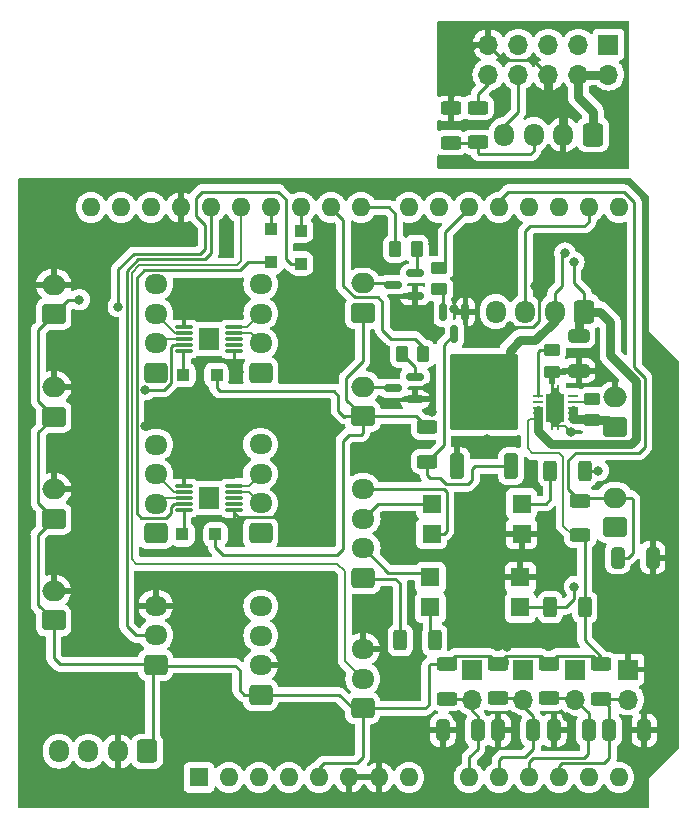
<source format=gbl>
G04 #@! TF.GenerationSoftware,KiCad,Pcbnew,7.0.7*
G04 #@! TF.CreationDate,2024-04-25T01:55:24+02:00*
G04 #@! TF.ProjectId,autopcb,6175746f-7063-4622-9e6b-696361645f70,rev?*
G04 #@! TF.SameCoordinates,Original*
G04 #@! TF.FileFunction,Copper,L2,Bot*
G04 #@! TF.FilePolarity,Positive*
%FSLAX46Y46*%
G04 Gerber Fmt 4.6, Leading zero omitted, Abs format (unit mm)*
G04 Created by KiCad (PCBNEW 7.0.7) date 2024-04-25 01:55:24*
%MOMM*%
%LPD*%
G01*
G04 APERTURE LIST*
G04 Aperture macros list*
%AMRoundRect*
0 Rectangle with rounded corners*
0 $1 Rounding radius*
0 $2 $3 $4 $5 $6 $7 $8 $9 X,Y pos of 4 corners*
0 Add a 4 corners polygon primitive as box body*
4,1,4,$2,$3,$4,$5,$6,$7,$8,$9,$2,$3,0*
0 Add four circle primitives for the rounded corners*
1,1,$1+$1,$2,$3*
1,1,$1+$1,$4,$5*
1,1,$1+$1,$6,$7*
1,1,$1+$1,$8,$9*
0 Add four rect primitives between the rounded corners*
20,1,$1+$1,$2,$3,$4,$5,0*
20,1,$1+$1,$4,$5,$6,$7,0*
20,1,$1+$1,$6,$7,$8,$9,0*
20,1,$1+$1,$8,$9,$2,$3,0*%
G04 Aperture macros list end*
G04 #@! TA.AperFunction,ComponentPad*
%ADD10RoundRect,0.250000X0.750000X-0.600000X0.750000X0.600000X-0.750000X0.600000X-0.750000X-0.600000X0*%
G04 #@! TD*
G04 #@! TA.AperFunction,ComponentPad*
%ADD11O,2.000000X1.700000*%
G04 #@! TD*
G04 #@! TA.AperFunction,ComponentPad*
%ADD12RoundRect,0.250000X0.725000X-0.600000X0.725000X0.600000X-0.725000X0.600000X-0.725000X-0.600000X0*%
G04 #@! TD*
G04 #@! TA.AperFunction,ComponentPad*
%ADD13O,1.950000X1.700000*%
G04 #@! TD*
G04 #@! TA.AperFunction,ComponentPad*
%ADD14R,1.700000X1.700000*%
G04 #@! TD*
G04 #@! TA.AperFunction,ComponentPad*
%ADD15O,1.700000X1.700000*%
G04 #@! TD*
G04 #@! TA.AperFunction,ComponentPad*
%ADD16RoundRect,0.250000X0.600000X0.725000X-0.600000X0.725000X-0.600000X-0.725000X0.600000X-0.725000X0*%
G04 #@! TD*
G04 #@! TA.AperFunction,ComponentPad*
%ADD17O,1.700000X1.950000*%
G04 #@! TD*
G04 #@! TA.AperFunction,SMDPad,CuDef*
%ADD18RoundRect,0.250000X-0.625000X0.312500X-0.625000X-0.312500X0.625000X-0.312500X0.625000X0.312500X0*%
G04 #@! TD*
G04 #@! TA.AperFunction,SMDPad,CuDef*
%ADD19RoundRect,0.250000X-0.300000X-0.300000X0.300000X-0.300000X0.300000X0.300000X-0.300000X0.300000X0*%
G04 #@! TD*
G04 #@! TA.AperFunction,SMDPad,CuDef*
%ADD20RoundRect,0.150000X0.587500X0.150000X-0.587500X0.150000X-0.587500X-0.150000X0.587500X-0.150000X0*%
G04 #@! TD*
G04 #@! TA.AperFunction,SMDPad,CuDef*
%ADD21RoundRect,0.250000X-0.325000X-0.650000X0.325000X-0.650000X0.325000X0.650000X-0.325000X0.650000X0*%
G04 #@! TD*
G04 #@! TA.AperFunction,SMDPad,CuDef*
%ADD22RoundRect,0.250000X0.312500X0.625000X-0.312500X0.625000X-0.312500X-0.625000X0.312500X-0.625000X0*%
G04 #@! TD*
G04 #@! TA.AperFunction,SMDPad,CuDef*
%ADD23RoundRect,0.250000X0.300000X-0.300000X0.300000X0.300000X-0.300000X0.300000X-0.300000X-0.300000X0*%
G04 #@! TD*
G04 #@! TA.AperFunction,ComponentPad*
%ADD24R,1.600000X1.600000*%
G04 #@! TD*
G04 #@! TA.AperFunction,ComponentPad*
%ADD25O,1.600000X1.600000*%
G04 #@! TD*
G04 #@! TA.AperFunction,SMDPad,CuDef*
%ADD26RoundRect,0.250000X0.450000X-0.262500X0.450000X0.262500X-0.450000X0.262500X-0.450000X-0.262500X0*%
G04 #@! TD*
G04 #@! TA.AperFunction,SMDPad,CuDef*
%ADD27RoundRect,0.250000X0.625000X-0.312500X0.625000X0.312500X-0.625000X0.312500X-0.625000X-0.312500X0*%
G04 #@! TD*
G04 #@! TA.AperFunction,SMDPad,CuDef*
%ADD28RoundRect,0.250000X0.325000X0.650000X-0.325000X0.650000X-0.325000X-0.650000X0.325000X-0.650000X0*%
G04 #@! TD*
G04 #@! TA.AperFunction,SMDPad,CuDef*
%ADD29RoundRect,0.250000X-0.312500X-0.625000X0.312500X-0.625000X0.312500X0.625000X-0.312500X0.625000X0*%
G04 #@! TD*
G04 #@! TA.AperFunction,SMDPad,CuDef*
%ADD30R,1.600000X1.600000*%
G04 #@! TD*
G04 #@! TA.AperFunction,SMDPad,CuDef*
%ADD31RoundRect,0.250000X0.650000X-0.325000X0.650000X0.325000X-0.650000X0.325000X-0.650000X-0.325000X0*%
G04 #@! TD*
G04 #@! TA.AperFunction,SMDPad,CuDef*
%ADD32RoundRect,0.075000X-0.650000X-0.075000X0.650000X-0.075000X0.650000X0.075000X-0.650000X0.075000X0*%
G04 #@! TD*
G04 #@! TA.AperFunction,SMDPad,CuDef*
%ADD33R,1.680000X1.880000*%
G04 #@! TD*
G04 #@! TA.AperFunction,SMDPad,CuDef*
%ADD34RoundRect,0.250000X-0.450000X0.262500X-0.450000X-0.262500X0.450000X-0.262500X0.450000X0.262500X0*%
G04 #@! TD*
G04 #@! TA.AperFunction,SMDPad,CuDef*
%ADD35RoundRect,0.250000X-0.262500X-0.450000X0.262500X-0.450000X0.262500X0.450000X-0.262500X0.450000X0*%
G04 #@! TD*
G04 #@! TA.AperFunction,SMDPad,CuDef*
%ADD36RoundRect,0.150000X-0.150000X0.587500X-0.150000X-0.587500X0.150000X-0.587500X0.150000X0.587500X0*%
G04 #@! TD*
G04 #@! TA.AperFunction,SMDPad,CuDef*
%ADD37RoundRect,0.250000X0.350000X-0.850000X0.350000X0.850000X-0.350000X0.850000X-0.350000X-0.850000X0*%
G04 #@! TD*
G04 #@! TA.AperFunction,SMDPad,CuDef*
%ADD38RoundRect,0.250000X1.125000X-1.275000X1.125000X1.275000X-1.125000X1.275000X-1.125000X-1.275000X0*%
G04 #@! TD*
G04 #@! TA.AperFunction,SMDPad,CuDef*
%ADD39RoundRect,0.249997X2.650003X-2.950003X2.650003X2.950003X-2.650003X2.950003X-2.650003X-2.950003X0*%
G04 #@! TD*
G04 #@! TA.AperFunction,SMDPad,CuDef*
%ADD40RoundRect,0.250000X0.262500X0.450000X-0.262500X0.450000X-0.262500X-0.450000X0.262500X-0.450000X0*%
G04 #@! TD*
G04 #@! TA.AperFunction,SMDPad,CuDef*
%ADD41R,0.850000X0.280000*%
G04 #@! TD*
G04 #@! TA.AperFunction,ComponentPad*
%ADD42C,0.600000*%
G04 #@! TD*
G04 #@! TA.AperFunction,SMDPad,CuDef*
%ADD43R,0.280000X0.700000*%
G04 #@! TD*
G04 #@! TA.AperFunction,SMDPad,CuDef*
%ADD44R,1.650000X2.400000*%
G04 #@! TD*
G04 #@! TA.AperFunction,ViaPad*
%ADD45C,0.800000*%
G04 #@! TD*
G04 #@! TA.AperFunction,Conductor*
%ADD46C,0.250000*%
G04 #@! TD*
G04 #@! TA.AperFunction,Conductor*
%ADD47C,0.800000*%
G04 #@! TD*
G04 #@! TA.AperFunction,Conductor*
%ADD48C,0.200000*%
G04 #@! TD*
G04 APERTURE END LIST*
D10*
X170842500Y-112494500D03*
D11*
X170842500Y-109994500D03*
D10*
X149489500Y-94353500D03*
D11*
X149489500Y-91853500D03*
D12*
X140870500Y-126678500D03*
D13*
X140870500Y-124178500D03*
X140870500Y-121678500D03*
X140870500Y-119178500D03*
D12*
X131980500Y-113002500D03*
D13*
X131980500Y-110502500D03*
X131980500Y-108002500D03*
X131980500Y-105502500D03*
D14*
X158777500Y-124544500D03*
D15*
X158777500Y-127084500D03*
D12*
X131980500Y-124138500D03*
D13*
X131980500Y-121638500D03*
X131980500Y-119138500D03*
D10*
X170842500Y-104005500D03*
D11*
X170842500Y-101505500D03*
D12*
X140870500Y-99413500D03*
D13*
X140870500Y-96913500D03*
X140870500Y-94413500D03*
X140870500Y-91913500D03*
D10*
X123344500Y-94460500D03*
D11*
X123344500Y-91960500D03*
D14*
X167462500Y-124544500D03*
D15*
X167462500Y-127084500D03*
D12*
X149538500Y-116776500D03*
D13*
X149538500Y-114276500D03*
X149538500Y-111776500D03*
X149538500Y-109276500D03*
D10*
X123344500Y-103136500D03*
D11*
X123344500Y-100636500D03*
D16*
X168997000Y-79248000D03*
D17*
X166497000Y-79248000D03*
X163997000Y-79248000D03*
X161497000Y-79248000D03*
D14*
X171985500Y-124539500D03*
D15*
X171985500Y-127079500D03*
D16*
X168262500Y-94246500D03*
D17*
X165762500Y-94246500D03*
X163262500Y-94246500D03*
X160762500Y-94246500D03*
D14*
X163095500Y-124544500D03*
D15*
X163095500Y-127084500D03*
D10*
X123344500Y-111772500D03*
D11*
X123344500Y-109272500D03*
D16*
X131269500Y-131457500D03*
D17*
X128769500Y-131457500D03*
X126269500Y-131457500D03*
X123769500Y-131457500D03*
D12*
X131980500Y-99413500D03*
D13*
X131980500Y-96913500D03*
X131980500Y-94413500D03*
X131980500Y-91913500D03*
D12*
X140853500Y-112982500D03*
D13*
X140853500Y-110482500D03*
X140853500Y-107982500D03*
X140853500Y-105482500D03*
D12*
X149506500Y-127821500D03*
D13*
X149506500Y-125321500D03*
X149506500Y-122821500D03*
D10*
X149506500Y-103096500D03*
D11*
X149506500Y-100596500D03*
D10*
X123327500Y-120388500D03*
D11*
X123327500Y-117888500D03*
D18*
X156972000Y-77023500D03*
X156972000Y-79948500D03*
D19*
X134324000Y-99606000D03*
X137124000Y-99606000D03*
D20*
X153921500Y-91010500D03*
X153921500Y-92910500D03*
X152046500Y-91960500D03*
D21*
X170383500Y-129679500D03*
X173333500Y-129679500D03*
D22*
X168302500Y-107708500D03*
X165377500Y-107708500D03*
D23*
X141732000Y-90049000D03*
X141732000Y-87249000D03*
D24*
X135638100Y-133667300D03*
D25*
X138178100Y-133667300D03*
X140718100Y-133667300D03*
X143258100Y-133667300D03*
X145798100Y-133667300D03*
X148338100Y-133667300D03*
X150878100Y-133667300D03*
X153418100Y-133667300D03*
X158498100Y-133667300D03*
X161038100Y-133667300D03*
X163578100Y-133667300D03*
X166118100Y-133667300D03*
X168658100Y-133667300D03*
X171198100Y-133667300D03*
X171198100Y-85407300D03*
X168658100Y-85407300D03*
X166118100Y-85407300D03*
X163578100Y-85407300D03*
X161038100Y-85407300D03*
X158498100Y-85407300D03*
X155958100Y-85407300D03*
X153418100Y-85407300D03*
X149358100Y-85407300D03*
X146818100Y-85407300D03*
X144278100Y-85407300D03*
X141738100Y-85407300D03*
X139198100Y-85407300D03*
X136658100Y-85407300D03*
X134118100Y-85407300D03*
X131578100Y-85407300D03*
X129038100Y-85407300D03*
X126498100Y-85407300D03*
D26*
X168937500Y-103437500D03*
X168937500Y-101612500D03*
D18*
X154967500Y-104021500D03*
X154967500Y-106946500D03*
D21*
X171096500Y-115074500D03*
X174046500Y-115074500D03*
D27*
X159258000Y-79883000D03*
X159258000Y-76958000D03*
D14*
X170307000Y-71628000D03*
D15*
X170307000Y-74168000D03*
X167767000Y-71628000D03*
X167767000Y-74168000D03*
X165227000Y-71628000D03*
X165227000Y-74168000D03*
X162687000Y-71628000D03*
X162687000Y-74168000D03*
X160147000Y-71628000D03*
X160147000Y-74168000D03*
D27*
X165254500Y-126957500D03*
X165254500Y-124032500D03*
X169699500Y-127023000D03*
X169699500Y-124098000D03*
D23*
X144272000Y-90176000D03*
X144272000Y-87376000D03*
D28*
X168634500Y-129679500D03*
X165684500Y-129679500D03*
D29*
X165381500Y-119265500D03*
X168306500Y-119265500D03*
D30*
X162968500Y-110502500D03*
X162968500Y-113042500D03*
X155348500Y-113042500D03*
X155348500Y-110502500D03*
D27*
X156618500Y-127012500D03*
X156618500Y-124087500D03*
D28*
X159236500Y-129679500D03*
X156286500Y-129679500D03*
D19*
X134236000Y-113106000D03*
X137036000Y-113106000D03*
D31*
X167794500Y-99228500D03*
X167794500Y-96278500D03*
D32*
X134336000Y-97558000D03*
X134336000Y-97058000D03*
X134336000Y-96558000D03*
X134336000Y-96058000D03*
X134336000Y-95558000D03*
X138636000Y-95558000D03*
X138636000Y-96058000D03*
X138636000Y-96558000D03*
X138636000Y-97058000D03*
X138636000Y-97558000D03*
D33*
X136486000Y-96558000D03*
D28*
X163935500Y-129679500D03*
X160985500Y-129679500D03*
D27*
X160936500Y-126961500D03*
X160936500Y-124036500D03*
D22*
X155606500Y-122059500D03*
X152681500Y-122059500D03*
D32*
X134336000Y-111020000D03*
X134336000Y-110520000D03*
X134336000Y-110020000D03*
X134336000Y-109520000D03*
X134336000Y-109020000D03*
X138636000Y-109020000D03*
X138636000Y-109520000D03*
X138636000Y-110020000D03*
X138636000Y-110520000D03*
X138636000Y-111020000D03*
D33*
X136486000Y-110020000D03*
D34*
X155983500Y-90516500D03*
X155983500Y-92341500D03*
D27*
X167921500Y-113173500D03*
X167921500Y-110248500D03*
D34*
X165508500Y-97501500D03*
X165508500Y-99326500D03*
D30*
X155221500Y-119265500D03*
X155221500Y-116725500D03*
X162841500Y-116725500D03*
X162841500Y-119265500D03*
D20*
X153921500Y-99773500D03*
X153921500Y-101673500D03*
X152046500Y-100723500D03*
D35*
X152253500Y-88912500D03*
X154078500Y-88912500D03*
D36*
X156303500Y-94276500D03*
X158203500Y-94276500D03*
X157253500Y-96151500D03*
D37*
X162073500Y-107336500D03*
D38*
X158268500Y-102711500D03*
X161318500Y-102711500D03*
D39*
X159793500Y-101036500D03*
D38*
X158268500Y-99361500D03*
X161318500Y-99361500D03*
D37*
X157513500Y-107336500D03*
D40*
X154633500Y-97802500D03*
X152808500Y-97802500D03*
D41*
X167286500Y-101358500D03*
X167286500Y-101858500D03*
X167286500Y-102358500D03*
X167286500Y-102858500D03*
X167286500Y-103358500D03*
X164336500Y-103358500D03*
X164336500Y-102858500D03*
X164336500Y-102358500D03*
X164336500Y-101858500D03*
X164336500Y-101358500D03*
D42*
X166291500Y-103218500D03*
X166291500Y-101498500D03*
D43*
X166061500Y-103908500D03*
X166061500Y-100808500D03*
D42*
X165811500Y-102358500D03*
D44*
X165811500Y-102358500D03*
D43*
X165561500Y-103908500D03*
X165561500Y-100808500D03*
D42*
X165331500Y-103218500D03*
X165331500Y-101498500D03*
D45*
X137541000Y-106807000D03*
X167386000Y-90043000D03*
X125503500Y-93230500D03*
X155448000Y-88519000D03*
X164111500Y-92087500D03*
X157253500Y-93992500D03*
X162333500Y-128536500D03*
X153545100Y-105371700D03*
X154942100Y-100698100D03*
X128397000Y-104013000D03*
X155094500Y-93992500D03*
X139065000Y-99314000D03*
X159996700Y-105016100D03*
X157507500Y-128536500D03*
X137795000Y-87884000D03*
X162003300Y-95414900D03*
X155348500Y-102755500D03*
X133985000Y-93980000D03*
X145137700Y-91960500D03*
X131098000Y-103886000D03*
X149987000Y-87630000D03*
X150749000Y-97409000D03*
X166778500Y-128536500D03*
X145569500Y-84340500D03*
X167159500Y-104406500D03*
X161723900Y-122643700D03*
X167413500Y-117512900D03*
X169445500Y-107708500D03*
X131098000Y-100848019D03*
X128799000Y-93815500D03*
X166624000Y-89281000D03*
D46*
X155094500Y-124218500D02*
X155094500Y-127520500D01*
D47*
X167794500Y-94714500D02*
X168262500Y-94246500D01*
D46*
X131726500Y-124392500D02*
X131980500Y-124138500D01*
D48*
X163476500Y-105803500D02*
X163857500Y-106184500D01*
D47*
X167767000Y-76073000D02*
X167767000Y-74168000D01*
D46*
X155094500Y-127520500D02*
X154793500Y-127821500D01*
D48*
X167290500Y-113173500D02*
X166480500Y-112363500D01*
D46*
X123327500Y-120388500D02*
X122002500Y-119063500D01*
X140870500Y-126678500D02*
X147521500Y-126678500D01*
X131980500Y-124138500D02*
X132060500Y-124218500D01*
X122019500Y-110447500D02*
X122019500Y-104461500D01*
X148109500Y-101699500D02*
X149506500Y-103096500D01*
X149506500Y-103096500D02*
X149506500Y-104493500D01*
X168306500Y-113558500D02*
X167921500Y-113173500D01*
X139092500Y-126297500D02*
X139473500Y-126678500D01*
X122019500Y-101811500D02*
X122019500Y-95785500D01*
D47*
X165422500Y-105459500D02*
X164336500Y-104373500D01*
D46*
X145823500Y-132854500D02*
X145823500Y-133743500D01*
X149489500Y-94353500D02*
X149489500Y-98454500D01*
D47*
X164336500Y-103358500D02*
X164336500Y-102598500D01*
D46*
X123344500Y-103136500D02*
X122019500Y-101811500D01*
X161603500Y-123369500D02*
X164591500Y-123369500D01*
X123344500Y-120405500D02*
X123327500Y-120388500D01*
D48*
X166099500Y-106184500D02*
X166480500Y-106565500D01*
D46*
X156614500Y-124091500D02*
X155221500Y-124091500D01*
X165254500Y-124032500D02*
X165917500Y-123369500D01*
X132060500Y-124218500D02*
X138711500Y-124218500D01*
X147521500Y-126678500D02*
X148664500Y-127821500D01*
D48*
X163857500Y-106184500D02*
X166099500Y-106184500D01*
D46*
X137036000Y-113106000D02*
X137036000Y-114176000D01*
D48*
X163476500Y-103517500D02*
X163476500Y-105803500D01*
D46*
X161747500Y-124036500D02*
X161747500Y-123710500D01*
X137124000Y-100675000D02*
X137414000Y-100965000D01*
X149506500Y-103096500D02*
X154042500Y-103096500D01*
D48*
X163635500Y-103358500D02*
X163476500Y-103517500D01*
D46*
X147828000Y-105156000D02*
X148336000Y-104648000D01*
X123852500Y-124091500D02*
X123344500Y-123583500D01*
X168306500Y-119265500D02*
X168306500Y-113558500D01*
X149506500Y-131965500D02*
X148998500Y-132473500D01*
X154793500Y-127821500D02*
X149506500Y-127821500D01*
D47*
X170461500Y-97929500D02*
X172620500Y-100088500D01*
D46*
X167386000Y-90043000D02*
X167386000Y-91821000D01*
D47*
X168262500Y-94246500D02*
X169572500Y-94246500D01*
D46*
X148998500Y-132473500D02*
X146204500Y-132473500D01*
X139473500Y-126678500D02*
X140870500Y-126678500D01*
X148664500Y-127821500D02*
X149506500Y-127821500D01*
D48*
X167921500Y-113173500D02*
X167290500Y-113173500D01*
D46*
X149489500Y-98454500D02*
X148109500Y-99834500D01*
X164591500Y-123369500D02*
X165254500Y-124032500D01*
D47*
X172620500Y-105041500D02*
X172202500Y-105459500D01*
D46*
X137668000Y-114808000D02*
X147320000Y-114808000D01*
X131269500Y-131457500D02*
X131726500Y-131000500D01*
D48*
X164336500Y-103358500D02*
X163635500Y-103358500D01*
D46*
X138711500Y-124218500D02*
X139092500Y-124599500D01*
X137124000Y-99606000D02*
X137124000Y-100675000D01*
X124574500Y-93230500D02*
X123344500Y-94460500D01*
X168306500Y-122063500D02*
X168306500Y-121805500D01*
X147955000Y-103124000D02*
X147982500Y-103096500D01*
X122002500Y-113114500D02*
X123344500Y-111772500D01*
X157336500Y-123369500D02*
X156618500Y-124087500D01*
X149506500Y-127821500D02*
X149506500Y-131965500D01*
D47*
X172202500Y-105459500D02*
X165422500Y-105459500D01*
D46*
X161747500Y-124036500D02*
X161747500Y-123837500D01*
X147320000Y-114808000D02*
X147828000Y-114300000D01*
X131980500Y-124138500D02*
X131933500Y-124091500D01*
X147447000Y-102616000D02*
X147955000Y-103124000D01*
X147447000Y-101346000D02*
X147447000Y-102616000D01*
X148109500Y-99834500D02*
X148109500Y-101699500D01*
X123344500Y-123583500D02*
X123344500Y-120405500D01*
X169699500Y-123456500D02*
X168306500Y-122063500D01*
X169699500Y-124098000D02*
X169699500Y-123456500D01*
X146204500Y-132473500D02*
X145823500Y-132854500D01*
X149506500Y-104493500D02*
X149352000Y-104648000D01*
X137414000Y-100965000D02*
X147066000Y-100965000D01*
X167386000Y-91821000D02*
X168262500Y-92697500D01*
X160936500Y-124036500D02*
X161603500Y-123369500D01*
X139092500Y-124599500D02*
X139092500Y-126297500D01*
X124574500Y-93230500D02*
X125503500Y-93230500D01*
D47*
X167767000Y-74168000D02*
X170307000Y-74168000D01*
X168997000Y-79248000D02*
X168997000Y-77303000D01*
D46*
X122019500Y-95785500D02*
X123344500Y-94460500D01*
X165917500Y-123369500D02*
X168971000Y-123369500D01*
D48*
X166480500Y-112363500D02*
X166480500Y-106565500D01*
D46*
X131726500Y-131000500D02*
X131726500Y-124392500D01*
X168262500Y-92697500D02*
X168262500Y-94246500D01*
X168306500Y-121805500D02*
X168306500Y-119265500D01*
X137036000Y-114176000D02*
X137668000Y-114808000D01*
X147982500Y-103096500D02*
X149506500Y-103096500D01*
X131933500Y-124091500D02*
X123852500Y-124091500D01*
X160936500Y-124036500D02*
X160269500Y-123369500D01*
X123344500Y-111772500D02*
X122019500Y-110447500D01*
X156618500Y-124087500D02*
X156614500Y-124091500D01*
D47*
X168997000Y-77303000D02*
X167767000Y-76073000D01*
X169572500Y-94246500D02*
X170461500Y-95135500D01*
X172620500Y-100088500D02*
X172620500Y-105041500D01*
D46*
X168971000Y-123369500D02*
X169699500Y-124098000D01*
X155221500Y-124091500D02*
X155094500Y-124218500D01*
X160269500Y-123369500D02*
X157336500Y-123369500D01*
X147066000Y-100965000D02*
X147447000Y-101346000D01*
X122019500Y-104461500D02*
X123344500Y-103136500D01*
D47*
X164336500Y-104373500D02*
X164336500Y-103358500D01*
X170461500Y-95135500D02*
X170461500Y-97929500D01*
X167794500Y-96278500D02*
X167794500Y-94714500D01*
D46*
X122002500Y-119063500D02*
X122002500Y-113114500D01*
X154042500Y-103096500D02*
X154967500Y-104021500D01*
X148336000Y-104648000D02*
X149352000Y-104648000D01*
X147828000Y-114300000D02*
X147828000Y-105156000D01*
X138636000Y-97558000D02*
X138636000Y-98885000D01*
D48*
X166661500Y-103908500D02*
X167159500Y-104406500D01*
D46*
X134336000Y-94331000D02*
X133985000Y-93980000D01*
X158005500Y-124091500D02*
X158064500Y-124032500D01*
X163933700Y-95567300D02*
X164437500Y-95063500D01*
D48*
X166061500Y-103908500D02*
X166661500Y-103908500D01*
D46*
X162155700Y-95567300D02*
X163933700Y-95567300D01*
X134336000Y-95558000D02*
X134336000Y-94331000D01*
X142367000Y-111506000D02*
X142215500Y-111657500D01*
X164437500Y-95063500D02*
X164437500Y-92413500D01*
D48*
X166061500Y-100808500D02*
X165561500Y-100808500D01*
D46*
X164437500Y-92413500D02*
X164111500Y-92087500D01*
X134366000Y-107950000D02*
X134336000Y-107980000D01*
X142215500Y-111657500D02*
X139041500Y-111657500D01*
X134336000Y-109020000D02*
X134336000Y-107980000D01*
D48*
X166061500Y-103908500D02*
X165561500Y-103908500D01*
D46*
X138636000Y-98885000D02*
X139065000Y-99314000D01*
X139041500Y-111657500D02*
X138636000Y-111252000D01*
X138636000Y-111252000D02*
X138636000Y-111020000D01*
X162003300Y-95414900D02*
X162155700Y-95567300D01*
X158064500Y-124169500D02*
X158064500Y-124032500D01*
X170334500Y-127658000D02*
X169699500Y-127023000D01*
X170383500Y-129679500D02*
X170383500Y-132043500D01*
X169699500Y-127023000D02*
X171929000Y-127023000D01*
X170334500Y-129630500D02*
X170334500Y-127658000D01*
X170461500Y-130237896D02*
X170701698Y-129997698D01*
X170383500Y-129679500D02*
X170510500Y-129552500D01*
X170383500Y-132043500D02*
X169953500Y-132473500D01*
X169953500Y-132473500D02*
X166397500Y-132473500D01*
X170383500Y-129679500D02*
X170334500Y-129630500D01*
X171548000Y-127023000D02*
X171604500Y-127079500D01*
X171929000Y-127023000D02*
X171985500Y-127079500D01*
X166143500Y-132727500D02*
X166143500Y-133743500D01*
X166397500Y-132473500D02*
X166143500Y-132727500D01*
X165254500Y-126957500D02*
X167335500Y-126957500D01*
X168556500Y-130393896D02*
X168952698Y-129997698D01*
X168634500Y-129679500D02*
X168634500Y-128256500D01*
X163926500Y-132023500D02*
X163603500Y-132346500D01*
X168634500Y-128256500D02*
X167462500Y-127084500D01*
X168556500Y-129757500D02*
X168556500Y-131711500D01*
X163603500Y-132346500D02*
X163603500Y-133743500D01*
X167335500Y-126957500D02*
X167462500Y-127084500D01*
X168244500Y-132023500D02*
X163926500Y-132023500D01*
X168556500Y-131711500D02*
X168244500Y-132023500D01*
X168634500Y-129679500D02*
X168556500Y-129757500D01*
X163222500Y-131965500D02*
X161317500Y-131965500D01*
X162972500Y-126961500D02*
X163095500Y-127084500D01*
X163935500Y-129679500D02*
X163779500Y-129523500D01*
X160936500Y-126961500D02*
X162972500Y-126961500D01*
X163935500Y-129679500D02*
X163935500Y-131252500D01*
X163935500Y-128487500D02*
X163095500Y-127647500D01*
X163935500Y-131252500D02*
X163222500Y-131965500D01*
X163935500Y-129679500D02*
X163935500Y-128487500D01*
X163095500Y-127647500D02*
X163095500Y-127084500D01*
X163730500Y-130110896D02*
X163617302Y-129997698D01*
X161317500Y-131965500D02*
X161063500Y-132219500D01*
X161063500Y-132219500D02*
X161063500Y-133743500D01*
X158523500Y-133743500D02*
X158523500Y-131965500D01*
X159236500Y-128487500D02*
X158777500Y-128028500D01*
X158777500Y-128028500D02*
X158777500Y-127084500D01*
X156618500Y-127012500D02*
X158705500Y-127012500D01*
X158705500Y-127012500D02*
X158777500Y-127084500D01*
X158523500Y-131965500D02*
X159236500Y-131252500D01*
X159236500Y-131252500D02*
X159236500Y-129679500D01*
X159236500Y-129679500D02*
X159236500Y-128487500D01*
X168658100Y-86611900D02*
X168658100Y-85407300D01*
X168275000Y-86995000D02*
X168658100Y-86611900D01*
X163703000Y-86995000D02*
X168275000Y-86995000D01*
X163262500Y-94246500D02*
X163262500Y-87435500D01*
X163262500Y-87435500D02*
X163703000Y-86995000D01*
X136683500Y-89289500D02*
X136171500Y-89801500D01*
X136683500Y-85483500D02*
X136683500Y-89289500D01*
X130289500Y-121638500D02*
X131980500Y-121638500D01*
X130490460Y-89801500D02*
X129523500Y-90768460D01*
X136171500Y-89801500D02*
X130490460Y-89801500D01*
X129523500Y-120872500D02*
X130289500Y-121638500D01*
X129523500Y-90768460D02*
X129523500Y-120872500D01*
D48*
X130329500Y-115582500D02*
X147347500Y-115582500D01*
X139223500Y-85483500D02*
X139223500Y-89924500D01*
X138838500Y-90309500D02*
X130583500Y-90309500D01*
X139223500Y-89924500D02*
X138838500Y-90309500D01*
X130583500Y-90309500D02*
X129948500Y-90944500D01*
X147347500Y-115582500D02*
X147982500Y-116217500D01*
X147982500Y-123797500D02*
X149506500Y-125321500D01*
X147982500Y-116217500D02*
X147982500Y-123797500D01*
X129948500Y-115201500D02*
X130329500Y-115582500D01*
X129948500Y-90944500D02*
X129948500Y-115201500D01*
D46*
X170842500Y-109994500D02*
X168175500Y-109994500D01*
X171096500Y-115074500D02*
X171985500Y-115074500D01*
X173382500Y-99825196D02*
X172493500Y-98936196D01*
X172239500Y-109994500D02*
X170842500Y-109994500D01*
X161825500Y-84086500D02*
X161063500Y-84848500D01*
X172366500Y-114693500D02*
X172366500Y-110121500D01*
X166905500Y-106819500D02*
X167540500Y-106184500D01*
X168175500Y-109994500D02*
X167921500Y-110248500D01*
X161063500Y-84848500D02*
X161063500Y-85483500D01*
X172366500Y-110121500D02*
X172239500Y-109994500D01*
X171985500Y-115074500D02*
X172366500Y-114693500D01*
X173382500Y-105676500D02*
X173382500Y-99825196D01*
X167921500Y-110248500D02*
X166905500Y-109232500D01*
X166905500Y-109232500D02*
X166905500Y-106819500D01*
X167540500Y-106184500D02*
X172874500Y-106184500D01*
X172493500Y-84975500D02*
X171604500Y-84086500D01*
X172874500Y-106184500D02*
X173382500Y-105676500D01*
X172493500Y-98936196D02*
X172493500Y-84975500D01*
X171604500Y-84086500D02*
X161825500Y-84086500D01*
X156491500Y-87515500D02*
X158523500Y-85483500D01*
X156284500Y-90516500D02*
X156491500Y-90309500D01*
X156491500Y-90309500D02*
X156491500Y-87515500D01*
X155983500Y-90516500D02*
X156284500Y-90516500D01*
X166702300Y-119265500D02*
X165381500Y-119265500D01*
X165254500Y-119392500D02*
X165381500Y-119265500D01*
X167413500Y-117512900D02*
X167413500Y-118554300D01*
X162841500Y-119265500D02*
X165381500Y-119265500D01*
X167413500Y-118554300D02*
X166702300Y-119265500D01*
X168302500Y-107708500D02*
X169445500Y-107708500D01*
X154633500Y-97802500D02*
X154633500Y-97214500D01*
X148852799Y-93028500D02*
X147855500Y-92031201D01*
X154633500Y-97214500D02*
X153951500Y-96532500D01*
X151157500Y-93409500D02*
X150776500Y-93028500D01*
X150776500Y-93028500D02*
X148852799Y-93028500D01*
X151919500Y-96532500D02*
X151157500Y-95770500D01*
X147855500Y-92031201D02*
X147855500Y-86495500D01*
X147855500Y-86495500D02*
X146843500Y-85483500D01*
X151157500Y-95770500D02*
X151157500Y-93409500D01*
X153951500Y-96532500D02*
X151919500Y-96532500D01*
X152253500Y-88912500D02*
X152253500Y-85959500D01*
X152253500Y-85959500D02*
X151701300Y-85407300D01*
X151701300Y-85407300D02*
X149358100Y-85407300D01*
D47*
X167286500Y-103358500D02*
X167286500Y-102598500D01*
X170274500Y-103437500D02*
X170842500Y-104005500D01*
X168937500Y-103437500D02*
X170274500Y-103437500D01*
X167286500Y-103358500D02*
X168858500Y-103358500D01*
X168858500Y-103358500D02*
X168937500Y-103437500D01*
D46*
X141732000Y-87249000D02*
X141732000Y-85413400D01*
X141732000Y-85413400D02*
X141738100Y-85407300D01*
X144272000Y-87376000D02*
X144272000Y-85413400D01*
X144272000Y-85413400D02*
X144278100Y-85407300D01*
X164336500Y-97657500D02*
X164492500Y-97501500D01*
X164492500Y-97501500D02*
X165508500Y-97501500D01*
X164336500Y-101358500D02*
X164336500Y-97657500D01*
X151939500Y-91853500D02*
X152046500Y-91960500D01*
X149489500Y-91853500D02*
X151939500Y-91853500D01*
X134336000Y-97058000D02*
X133461000Y-97058000D01*
X143002000Y-89789000D02*
X143389000Y-90176000D01*
X132684154Y-100848019D02*
X131098000Y-100848019D01*
X133286000Y-97536000D02*
X133286000Y-100246173D01*
X135692500Y-89351500D02*
X136144000Y-88900000D01*
X136144000Y-86868000D02*
X135382000Y-86106000D01*
X135890000Y-84074000D02*
X142367000Y-84074000D01*
X143002000Y-84709000D02*
X143002000Y-89789000D01*
X133461000Y-97058000D02*
X133286000Y-97233000D01*
X133286000Y-97233000D02*
X133286000Y-97536000D01*
X142367000Y-84074000D02*
X143002000Y-84709000D01*
X136144000Y-88900000D02*
X136144000Y-86868000D01*
X143389000Y-90176000D02*
X144272000Y-90176000D01*
X135382000Y-86106000D02*
X135382000Y-84582000D01*
X135382000Y-84582000D02*
X135890000Y-84074000D01*
X130104500Y-89351500D02*
X135692500Y-89351500D01*
X133286000Y-100246173D02*
X132684154Y-100848019D01*
X128799000Y-93815500D02*
X128799000Y-90657000D01*
X128799000Y-90657000D02*
X130104500Y-89351500D01*
X134324000Y-97570000D02*
X134336000Y-97558000D01*
X134324000Y-99606000D02*
X134324000Y-97570000D01*
X139135500Y-90734500D02*
X139821000Y-90049000D01*
X130373500Y-111323500D02*
X130373500Y-91368500D01*
X132842000Y-111676563D02*
X130726563Y-111676563D01*
X130726563Y-111676563D02*
X130373500Y-111323500D01*
X131007500Y-90734500D02*
X139135500Y-90734500D01*
X130373500Y-91368500D02*
X131007500Y-90734500D01*
X139821000Y-90049000D02*
X141732000Y-90049000D01*
X134336000Y-110520000D02*
X133545315Y-110520000D01*
X133266563Y-110798752D02*
X133266563Y-111252000D01*
X133545315Y-110520000D02*
X133266563Y-110798752D01*
X132842000Y-111676563D02*
X133266563Y-111252000D01*
X134336000Y-113006000D02*
X134236000Y-113106000D01*
X134336000Y-111020000D02*
X134336000Y-113006000D01*
D48*
X132336000Y-96558000D02*
X131980500Y-96913500D01*
X134336000Y-96558000D02*
X132336000Y-96558000D01*
D46*
X140833500Y-105502500D02*
X140853500Y-105482500D01*
X152273000Y-116840000D02*
X149602000Y-116840000D01*
X152654000Y-117221000D02*
X152273000Y-116840000D01*
X152654000Y-122032000D02*
X152654000Y-117221000D01*
X152681500Y-122059500D02*
X152654000Y-122032000D01*
X149602000Y-116840000D02*
X149538500Y-116776500D01*
X155348500Y-110502500D02*
X150812500Y-110502500D01*
X150812500Y-110502500D02*
X149538500Y-111776500D01*
X155348500Y-113042500D02*
X156364500Y-113042500D01*
X156372500Y-109276500D02*
X149538500Y-109276500D01*
X156618500Y-109522500D02*
X156372500Y-109276500D01*
X156618500Y-112788500D02*
X156618500Y-109522500D01*
X156364500Y-113042500D02*
X156618500Y-112788500D01*
X151919500Y-100596500D02*
X149506500Y-100596500D01*
X152046500Y-100723500D02*
X151919500Y-100596500D01*
D47*
X164111500Y-96659500D02*
X162829000Y-96659500D01*
D46*
X161417000Y-72898000D02*
X163957000Y-72898000D01*
D47*
X165762500Y-94246500D02*
X165762500Y-95008500D01*
D46*
X165762500Y-94246500D02*
X165762500Y-92682500D01*
D47*
X162829000Y-96659500D02*
X161952500Y-97536000D01*
D46*
X160147000Y-71628000D02*
X161417000Y-72898000D01*
D47*
X166497000Y-79248000D02*
X166497000Y-77216000D01*
X166497000Y-77216000D02*
X165227000Y-75946000D01*
D46*
X159131000Y-71628000D02*
X160147000Y-71628000D01*
D47*
X161952500Y-97536000D02*
X161952500Y-98727500D01*
D46*
X157353000Y-75692000D02*
X158303500Y-75692000D01*
X156972000Y-77023500D02*
X156972000Y-76073000D01*
X166370000Y-92075000D02*
X166370000Y-89535000D01*
X163957000Y-72898000D02*
X165227000Y-74168000D01*
D47*
X165762500Y-95008500D02*
X164111500Y-96659500D01*
D46*
X158303500Y-75692000D02*
X158623000Y-75372500D01*
X156972000Y-76073000D02*
X157353000Y-75692000D01*
X165762500Y-92682500D02*
X166370000Y-92075000D01*
D47*
X161952500Y-98727500D02*
X161318500Y-99361500D01*
D46*
X158623000Y-75372500D02*
X158623000Y-72136000D01*
X166370000Y-89535000D02*
X166624000Y-89281000D01*
X158623000Y-72136000D02*
X159131000Y-71628000D01*
D47*
X165227000Y-75946000D02*
X165227000Y-74168000D01*
D46*
X163997000Y-80605000D02*
X163703000Y-80899000D01*
X163997000Y-79248000D02*
X163997000Y-80605000D01*
X159385000Y-80899000D02*
X159258000Y-80772000D01*
X159192500Y-79948500D02*
X159258000Y-79883000D01*
X156972000Y-79948500D02*
X159192500Y-79948500D01*
X159258000Y-80772000D02*
X159258000Y-79883000D01*
X163703000Y-80899000D02*
X159385000Y-80899000D01*
X155221500Y-121674500D02*
X155606500Y-122059500D01*
X155221500Y-119265500D02*
X155221500Y-121674500D01*
X165000500Y-110502500D02*
X165381500Y-110121500D01*
X165381500Y-110121500D02*
X165381500Y-107712500D01*
X162968500Y-110502500D02*
X165000500Y-110502500D01*
X165381500Y-107712500D02*
X165377500Y-107708500D01*
X154078500Y-90853500D02*
X153921500Y-91010500D01*
X154078500Y-88912500D02*
X154078500Y-90853500D01*
X153921500Y-98915500D02*
X152808500Y-97802500D01*
X153921500Y-99773500D02*
X153921500Y-98915500D01*
D48*
X134336000Y-96058000D02*
X133580670Y-96058000D01*
X131980500Y-94457830D02*
X131980500Y-94413500D01*
X133580670Y-96058000D02*
X131980500Y-94457830D01*
D46*
X154840500Y-107073500D02*
X154967500Y-106946500D01*
X156364500Y-97040500D02*
X157253500Y-96151500D01*
X158396500Y-108851500D02*
X156583896Y-108851500D01*
X156364500Y-105549500D02*
X156364500Y-97040500D01*
X154967500Y-106946500D02*
X154967500Y-108089500D01*
X156583896Y-108851500D02*
X156075896Y-108343500D01*
X158777500Y-108470500D02*
X158396500Y-108851500D01*
X159022500Y-107336500D02*
X158777500Y-107581500D01*
X154967500Y-106946500D02*
X156364500Y-105549500D01*
X158777500Y-107581500D02*
X158777500Y-108470500D01*
X155221500Y-108343500D02*
X156075896Y-108343500D01*
X154967500Y-108089500D02*
X155221500Y-108343500D01*
X162073500Y-107336500D02*
X159022500Y-107336500D01*
X156303500Y-92661500D02*
X155983500Y-92341500D01*
X156303500Y-94276500D02*
X156303500Y-92661500D01*
D48*
X168691500Y-101858500D02*
X168937500Y-101612500D01*
X167286500Y-101858500D02*
X168691500Y-101858500D01*
X134336000Y-110020000D02*
X132463000Y-110020000D01*
X132463000Y-110020000D02*
X131980500Y-110502500D01*
X134336000Y-109520000D02*
X133498000Y-109520000D01*
X133498000Y-109520000D02*
X131980500Y-108002500D01*
D46*
X161497000Y-79248000D02*
X161497000Y-78533000D01*
X161497000Y-78533000D02*
X162687000Y-77343000D01*
X162687000Y-77343000D02*
X162687000Y-74168000D01*
X160147000Y-74168000D02*
X160147000Y-74930000D01*
X160147000Y-74930000D02*
X159258000Y-75819000D01*
X159258000Y-75819000D02*
X159258000Y-76958000D01*
X149582500Y-114276500D02*
X151638000Y-116332000D01*
X154828000Y-116332000D02*
X155221500Y-116725500D01*
X154840500Y-117106500D02*
X155221500Y-116725500D01*
X151638000Y-116332000D02*
X154828000Y-116332000D01*
X149538500Y-114276500D02*
X149582500Y-114276500D01*
D48*
X138636000Y-96058000D02*
X140015000Y-96058000D01*
X140015000Y-96058000D02*
X140870500Y-96913500D01*
X138636000Y-95558000D02*
X139726000Y-95558000D01*
X139726000Y-95558000D02*
X140870500Y-94413500D01*
X138636000Y-109520000D02*
X139891000Y-109520000D01*
X139891000Y-109520000D02*
X140853500Y-110482500D01*
D46*
X140833500Y-110502500D02*
X140853500Y-110482500D01*
D48*
X138690000Y-108966000D02*
X139870000Y-108966000D01*
X138636000Y-109020000D02*
X138690000Y-108966000D01*
D46*
X140833500Y-108002500D02*
X140853500Y-107982500D01*
D48*
X139870000Y-108966000D02*
X140853500Y-107982500D01*
G04 #@! TA.AperFunction,Conductor*
G36*
X172027539Y-69616185D02*
G01*
X172073294Y-69668989D01*
X172084500Y-69720500D01*
X172084500Y-82044500D01*
X172064815Y-82111539D01*
X172012011Y-82157294D01*
X171960500Y-82168500D01*
X169950760Y-82168500D01*
X169950554Y-82168459D01*
X169902753Y-82168459D01*
X169900033Y-82169000D01*
X167792967Y-82169000D01*
X167790247Y-82168459D01*
X167742446Y-82168459D01*
X167742240Y-82168500D01*
X160425760Y-82168500D01*
X160425554Y-82168459D01*
X160377753Y-82168459D01*
X160375033Y-82169000D01*
X158394967Y-82169000D01*
X158392247Y-82168459D01*
X158344446Y-82168459D01*
X158344240Y-82168500D01*
X155953500Y-82168500D01*
X155886461Y-82148815D01*
X155840706Y-82096011D01*
X155829500Y-82044500D01*
X155829500Y-81045758D01*
X155849185Y-80978719D01*
X155901989Y-80932964D01*
X155971147Y-80923020D01*
X156018595Y-80940219D01*
X156027666Y-80945814D01*
X156194203Y-81000999D01*
X156296991Y-81011500D01*
X157647008Y-81011499D01*
X157749797Y-81000999D01*
X157916334Y-80945814D01*
X158065656Y-80853712D01*
X158074484Y-80844883D01*
X158135807Y-80811396D01*
X158205498Y-80816378D01*
X158227265Y-80827022D01*
X158313659Y-80880310D01*
X158313660Y-80880310D01*
X158313666Y-80880314D01*
X158480203Y-80935499D01*
X158576929Y-80945380D01*
X158641620Y-80971776D01*
X158675270Y-81015757D01*
X158675411Y-81015675D01*
X158676103Y-81016845D01*
X158678128Y-81019492D01*
X158679381Y-81022389D01*
X158689580Y-81039634D01*
X158698138Y-81057103D01*
X158705514Y-81075732D01*
X158732898Y-81113423D01*
X158736106Y-81118307D01*
X158759827Y-81158416D01*
X158759833Y-81158424D01*
X158773990Y-81172580D01*
X158786628Y-81187376D01*
X158798406Y-81203587D01*
X158798409Y-81203590D01*
X158834307Y-81233287D01*
X158838618Y-81237209D01*
X158884198Y-81282789D01*
X158894022Y-81295050D01*
X158894243Y-81294868D01*
X158899213Y-81300876D01*
X158949637Y-81348228D01*
X158970523Y-81369115D01*
X158970527Y-81369118D01*
X158970529Y-81369120D01*
X158976011Y-81373373D01*
X158980443Y-81377157D01*
X159014418Y-81409062D01*
X159031976Y-81418714D01*
X159048235Y-81429395D01*
X159064064Y-81441673D01*
X159106838Y-81460182D01*
X159112056Y-81462738D01*
X159152908Y-81485197D01*
X159172316Y-81490180D01*
X159190717Y-81496480D01*
X159209104Y-81504437D01*
X159252488Y-81511308D01*
X159255119Y-81511725D01*
X159260839Y-81512909D01*
X159305981Y-81524500D01*
X159326016Y-81524500D01*
X159345414Y-81526026D01*
X159365194Y-81529159D01*
X159365195Y-81529160D01*
X159365195Y-81529159D01*
X159365196Y-81529160D01*
X159411583Y-81524775D01*
X159417422Y-81524500D01*
X163620257Y-81524500D01*
X163635877Y-81526224D01*
X163635904Y-81525939D01*
X163643660Y-81526671D01*
X163643667Y-81526673D01*
X163712814Y-81524500D01*
X163742350Y-81524500D01*
X163749228Y-81523630D01*
X163755041Y-81523172D01*
X163801627Y-81521709D01*
X163820869Y-81516117D01*
X163839912Y-81512174D01*
X163859792Y-81509664D01*
X163903122Y-81492507D01*
X163908646Y-81490617D01*
X163912396Y-81489527D01*
X163953390Y-81477618D01*
X163970629Y-81467422D01*
X163988103Y-81458862D01*
X164006727Y-81451488D01*
X164006727Y-81451487D01*
X164006732Y-81451486D01*
X164044449Y-81424082D01*
X164049305Y-81420892D01*
X164089420Y-81397170D01*
X164103589Y-81382999D01*
X164118379Y-81370368D01*
X164134587Y-81358594D01*
X164164299Y-81322676D01*
X164168212Y-81318376D01*
X164380786Y-81105802D01*
X164393048Y-81095980D01*
X164392865Y-81095759D01*
X164398867Y-81090792D01*
X164398877Y-81090786D01*
X164446241Y-81040348D01*
X164467120Y-81019470D01*
X164471370Y-81013989D01*
X164475151Y-81009561D01*
X164507062Y-80975582D01*
X164516713Y-80958024D01*
X164527396Y-80941761D01*
X164539673Y-80925936D01*
X164558183Y-80883158D01*
X164560743Y-80877932D01*
X164583197Y-80837092D01*
X164588178Y-80817687D01*
X164594482Y-80799279D01*
X164599271Y-80788212D01*
X164602438Y-80780895D01*
X164609729Y-80734853D01*
X164610908Y-80729162D01*
X164622500Y-80684019D01*
X164622500Y-80663982D01*
X164624027Y-80644585D01*
X164626834Y-80626862D01*
X164656763Y-80563728D01*
X164678179Y-80544688D01*
X164868401Y-80411495D01*
X165035495Y-80244401D01*
X165145732Y-80086965D01*
X165200306Y-80043342D01*
X165269805Y-80036148D01*
X165332159Y-80067670D01*
X165348880Y-80086967D01*
X165458886Y-80244073D01*
X165458891Y-80244079D01*
X165625917Y-80411105D01*
X165819421Y-80546600D01*
X166033507Y-80646429D01*
X166033516Y-80646433D01*
X166247000Y-80703634D01*
X166247000Y-79835044D01*
X166266685Y-79768005D01*
X166319489Y-79722250D01*
X166388647Y-79712306D01*
X166394066Y-79713085D01*
X166463025Y-79723000D01*
X166463026Y-79723000D01*
X166530974Y-79723000D01*
X166530975Y-79723000D01*
X166600570Y-79712993D01*
X166605353Y-79712306D01*
X166674512Y-79722250D01*
X166727316Y-79768005D01*
X166747000Y-79835044D01*
X166747000Y-80703633D01*
X166960483Y-80646433D01*
X166960492Y-80646429D01*
X167174577Y-80546600D01*
X167174579Y-80546599D01*
X167368073Y-80411113D01*
X167368079Y-80411108D01*
X167515331Y-80263857D01*
X167576654Y-80230372D01*
X167646346Y-80235356D01*
X167702279Y-80277228D01*
X167708551Y-80286441D01*
X167712186Y-80292334D01*
X167804288Y-80441656D01*
X167928344Y-80565712D01*
X168077666Y-80657814D01*
X168244203Y-80712999D01*
X168346991Y-80723500D01*
X169647008Y-80723499D01*
X169749797Y-80712999D01*
X169916334Y-80657814D01*
X170065656Y-80565712D01*
X170189712Y-80441656D01*
X170281814Y-80292334D01*
X170336999Y-80125797D01*
X170347500Y-80023009D01*
X170347499Y-78472992D01*
X170346156Y-78459849D01*
X170336999Y-78370203D01*
X170336998Y-78370200D01*
X170322546Y-78326587D01*
X170281814Y-78203666D01*
X170189712Y-78054344D01*
X170065656Y-77930288D01*
X169956402Y-77862900D01*
X169909679Y-77810953D01*
X169897500Y-77757362D01*
X169897500Y-77383626D01*
X169899027Y-77364225D01*
X169899252Y-77362804D01*
X169901219Y-77350388D01*
X169897584Y-77281040D01*
X169897500Y-77277797D01*
X169897500Y-77255809D01*
X169897499Y-77255800D01*
X169895201Y-77233936D01*
X169894947Y-77230720D01*
X169891313Y-77161355D01*
X169887685Y-77147814D01*
X169884139Y-77128688D01*
X169882674Y-77114744D01*
X169861209Y-77048682D01*
X169860296Y-77045601D01*
X169842320Y-76978512D01*
X169835956Y-76966022D01*
X169828511Y-76948050D01*
X169824179Y-76934716D01*
X169789453Y-76874569D01*
X169787903Y-76871714D01*
X169756383Y-76809851D01*
X169747557Y-76798952D01*
X169736540Y-76782920D01*
X169734065Y-76778633D01*
X169729533Y-76770784D01*
X169703514Y-76741887D01*
X169683058Y-76719168D01*
X169680964Y-76716716D01*
X169667120Y-76699620D01*
X169651568Y-76684068D01*
X169649348Y-76681730D01*
X169602871Y-76630112D01*
X169602869Y-76630110D01*
X169591529Y-76621871D01*
X169576736Y-76609236D01*
X168703819Y-75736319D01*
X168670334Y-75674996D01*
X168667500Y-75648638D01*
X168667500Y-75228758D01*
X168687185Y-75161719D01*
X168703820Y-75141076D01*
X168740079Y-75104818D01*
X168801403Y-75071333D01*
X168827759Y-75068500D01*
X169246242Y-75068500D01*
X169313281Y-75088185D01*
X169333923Y-75104818D01*
X169435599Y-75206495D01*
X169467394Y-75228758D01*
X169629165Y-75342032D01*
X169629167Y-75342033D01*
X169629170Y-75342035D01*
X169843337Y-75441903D01*
X169843343Y-75441904D01*
X169843344Y-75441905D01*
X169867659Y-75448420D01*
X170071592Y-75503063D01*
X170259918Y-75519539D01*
X170306999Y-75523659D01*
X170307000Y-75523659D01*
X170307001Y-75523659D01*
X170346234Y-75520226D01*
X170542408Y-75503063D01*
X170770663Y-75441903D01*
X170984830Y-75342035D01*
X171178401Y-75206495D01*
X171345495Y-75039401D01*
X171481035Y-74845830D01*
X171580903Y-74631663D01*
X171642063Y-74403408D01*
X171662659Y-74168000D01*
X171642063Y-73932592D01*
X171580903Y-73704337D01*
X171481035Y-73490171D01*
X171475730Y-73482595D01*
X171345496Y-73296600D01*
X171296711Y-73247815D01*
X171223567Y-73174671D01*
X171190084Y-73113351D01*
X171195068Y-73043659D01*
X171236939Y-72987725D01*
X171267915Y-72970810D01*
X171399331Y-72921796D01*
X171514546Y-72835546D01*
X171600796Y-72720331D01*
X171651091Y-72585483D01*
X171657500Y-72525873D01*
X171657499Y-70730128D01*
X171651091Y-70670517D01*
X171649810Y-70667083D01*
X171600797Y-70535671D01*
X171600793Y-70535664D01*
X171514547Y-70420455D01*
X171514544Y-70420452D01*
X171399335Y-70334206D01*
X171399328Y-70334202D01*
X171264482Y-70283908D01*
X171264483Y-70283908D01*
X171204883Y-70277501D01*
X171204881Y-70277500D01*
X171204873Y-70277500D01*
X171204864Y-70277500D01*
X169409129Y-70277500D01*
X169409123Y-70277501D01*
X169349516Y-70283908D01*
X169214671Y-70334202D01*
X169214664Y-70334206D01*
X169099455Y-70420452D01*
X169099452Y-70420455D01*
X169013206Y-70535664D01*
X169013203Y-70535669D01*
X168964189Y-70667083D01*
X168922317Y-70723016D01*
X168856853Y-70747433D01*
X168788580Y-70732581D01*
X168760326Y-70711430D01*
X168638402Y-70589506D01*
X168638395Y-70589501D01*
X168444834Y-70453967D01*
X168444830Y-70453965D01*
X168444828Y-70453964D01*
X168230663Y-70354097D01*
X168230659Y-70354096D01*
X168230655Y-70354094D01*
X168002413Y-70292938D01*
X168002403Y-70292936D01*
X167767001Y-70272341D01*
X167766999Y-70272341D01*
X167531596Y-70292936D01*
X167531586Y-70292938D01*
X167303344Y-70354094D01*
X167303335Y-70354098D01*
X167089171Y-70453964D01*
X167089169Y-70453965D01*
X166895597Y-70589505D01*
X166728505Y-70756597D01*
X166598575Y-70942158D01*
X166543998Y-70985783D01*
X166474500Y-70992977D01*
X166412145Y-70961454D01*
X166395425Y-70942158D01*
X166265494Y-70756597D01*
X166098402Y-70589506D01*
X166098395Y-70589501D01*
X165904834Y-70453967D01*
X165904830Y-70453965D01*
X165904828Y-70453964D01*
X165690663Y-70354097D01*
X165690659Y-70354096D01*
X165690655Y-70354094D01*
X165462413Y-70292938D01*
X165462403Y-70292936D01*
X165227001Y-70272341D01*
X165226999Y-70272341D01*
X164991596Y-70292936D01*
X164991586Y-70292938D01*
X164763344Y-70354094D01*
X164763335Y-70354098D01*
X164549171Y-70453964D01*
X164549169Y-70453965D01*
X164355597Y-70589505D01*
X164188505Y-70756597D01*
X164058575Y-70942158D01*
X164003998Y-70985783D01*
X163934500Y-70992977D01*
X163872145Y-70961454D01*
X163855425Y-70942158D01*
X163725494Y-70756597D01*
X163558402Y-70589506D01*
X163558395Y-70589501D01*
X163364834Y-70453967D01*
X163364830Y-70453965D01*
X163364828Y-70453964D01*
X163150663Y-70354097D01*
X163150659Y-70354096D01*
X163150655Y-70354094D01*
X162922413Y-70292938D01*
X162922403Y-70292936D01*
X162687001Y-70272341D01*
X162686999Y-70272341D01*
X162451596Y-70292936D01*
X162451586Y-70292938D01*
X162223344Y-70354094D01*
X162223335Y-70354098D01*
X162009171Y-70453964D01*
X162009169Y-70453965D01*
X161815597Y-70589505D01*
X161648508Y-70756594D01*
X161518269Y-70942595D01*
X161463692Y-70986219D01*
X161394193Y-70993412D01*
X161331839Y-70961890D01*
X161315119Y-70942594D01*
X161185113Y-70756926D01*
X161185108Y-70756920D01*
X161018082Y-70589894D01*
X160824578Y-70454399D01*
X160610492Y-70354570D01*
X160610486Y-70354567D01*
X160397000Y-70297364D01*
X160397000Y-71015698D01*
X160377315Y-71082737D01*
X160324511Y-71128492D01*
X160255355Y-71138436D01*
X160182766Y-71128000D01*
X160182763Y-71128000D01*
X160111237Y-71128000D01*
X160111233Y-71128000D01*
X160038645Y-71138436D01*
X159969487Y-71128492D01*
X159916684Y-71082736D01*
X159897000Y-71015698D01*
X159897000Y-70297364D01*
X159896999Y-70297364D01*
X159683513Y-70354567D01*
X159683507Y-70354570D01*
X159469422Y-70454399D01*
X159469420Y-70454400D01*
X159275926Y-70589886D01*
X159275920Y-70589891D01*
X159108891Y-70756920D01*
X159108886Y-70756926D01*
X158973400Y-70950420D01*
X158973399Y-70950422D01*
X158873570Y-71164507D01*
X158873567Y-71164513D01*
X158816364Y-71377999D01*
X158816364Y-71378000D01*
X159533653Y-71378000D01*
X159600692Y-71397685D01*
X159646447Y-71450489D01*
X159656391Y-71519647D01*
X159652631Y-71536933D01*
X159647000Y-71556111D01*
X159647000Y-71699888D01*
X159652631Y-71719067D01*
X159652630Y-71788936D01*
X159614855Y-71847714D01*
X159551299Y-71876738D01*
X159533653Y-71878000D01*
X158816364Y-71878000D01*
X158873567Y-72091486D01*
X158873570Y-72091492D01*
X158973399Y-72305578D01*
X159108894Y-72499082D01*
X159275917Y-72666105D01*
X159461595Y-72796119D01*
X159505219Y-72850696D01*
X159512412Y-72920195D01*
X159480890Y-72982549D01*
X159461595Y-72999269D01*
X159275594Y-73129508D01*
X159108505Y-73296597D01*
X158972965Y-73490169D01*
X158972964Y-73490171D01*
X158873098Y-73704335D01*
X158873094Y-73704344D01*
X158811938Y-73932586D01*
X158811936Y-73932596D01*
X158791341Y-74167999D01*
X158791341Y-74168000D01*
X158811936Y-74403403D01*
X158811938Y-74403413D01*
X158873094Y-74631655D01*
X158873096Y-74631659D01*
X158873097Y-74631663D01*
X158911147Y-74713262D01*
X158972964Y-74845829D01*
X158972965Y-74845830D01*
X159067153Y-74980345D01*
X159089480Y-75046549D01*
X159072470Y-75114317D01*
X159053259Y-75139148D01*
X158874208Y-75318199D01*
X158861951Y-75328020D01*
X158862134Y-75328241D01*
X158856123Y-75333213D01*
X158808772Y-75383636D01*
X158787889Y-75404519D01*
X158787877Y-75404532D01*
X158783621Y-75410017D01*
X158779837Y-75414447D01*
X158747937Y-75448418D01*
X158747936Y-75448420D01*
X158738284Y-75465976D01*
X158727610Y-75482226D01*
X158715329Y-75498061D01*
X158715324Y-75498068D01*
X158696815Y-75540838D01*
X158694245Y-75546084D01*
X158671803Y-75586906D01*
X158666822Y-75606307D01*
X158660521Y-75624710D01*
X158652562Y-75643102D01*
X158652561Y-75643105D01*
X158645271Y-75689127D01*
X158644087Y-75694846D01*
X158632501Y-75739972D01*
X158632500Y-75739982D01*
X158632500Y-75760016D01*
X158630973Y-75779417D01*
X158628083Y-75797661D01*
X158598152Y-75860795D01*
X158538840Y-75897725D01*
X158518212Y-75901618D01*
X158480202Y-75905501D01*
X158480200Y-75905501D01*
X158313668Y-75960685D01*
X158313663Y-75960687D01*
X158230842Y-76011772D01*
X158164344Y-76052788D01*
X158164342Y-76052789D01*
X158164337Y-76052793D01*
X158155145Y-76061985D01*
X158093821Y-76095468D01*
X158024129Y-76090481D01*
X158002371Y-76079840D01*
X157916128Y-76026645D01*
X157916119Y-76026641D01*
X157749697Y-75971494D01*
X157749690Y-75971493D01*
X157646986Y-75961000D01*
X157222000Y-75961000D01*
X157222000Y-78085999D01*
X157646972Y-78085999D01*
X157646986Y-78085998D01*
X157749697Y-78075505D01*
X157916119Y-78020358D01*
X157916124Y-78020356D01*
X158065346Y-77928314D01*
X158074048Y-77919613D01*
X158135370Y-77886126D01*
X158205061Y-77891108D01*
X158226822Y-77901748D01*
X158313666Y-77955314D01*
X158480203Y-78010499D01*
X158582991Y-78021000D01*
X159933008Y-78020999D01*
X159939313Y-78020355D01*
X159950895Y-78019171D01*
X160035797Y-78010499D01*
X160202334Y-77955314D01*
X160351656Y-77863212D01*
X160475712Y-77739156D01*
X160567814Y-77589834D01*
X160622999Y-77423297D01*
X160633500Y-77320509D01*
X160633499Y-76595492D01*
X160631614Y-76577043D01*
X160622999Y-76492703D01*
X160622998Y-76492700D01*
X160605960Y-76441282D01*
X160567814Y-76326166D01*
X160475712Y-76176844D01*
X160351656Y-76052788D01*
X160211222Y-75966168D01*
X160164499Y-75914221D01*
X160153276Y-75845258D01*
X160181120Y-75781176D01*
X160188625Y-75772964D01*
X160462895Y-75498694D01*
X160518482Y-75466602D01*
X160520818Y-75465976D01*
X160610663Y-75441903D01*
X160824830Y-75342035D01*
X161018401Y-75206495D01*
X161185495Y-75039401D01*
X161315424Y-74853842D01*
X161370002Y-74810217D01*
X161439500Y-74803023D01*
X161501855Y-74834546D01*
X161518575Y-74853842D01*
X161648500Y-75039395D01*
X161648505Y-75039401D01*
X161815599Y-75206495D01*
X162008624Y-75341653D01*
X162052248Y-75396228D01*
X162061500Y-75443226D01*
X162061500Y-77032546D01*
X162041815Y-77099585D01*
X162025181Y-77120227D01*
X161398577Y-77746830D01*
X161337254Y-77780315D01*
X161321705Y-77782677D01*
X161261596Y-77787936D01*
X161261586Y-77787938D01*
X161033344Y-77849094D01*
X161033335Y-77849098D01*
X160819171Y-77948964D01*
X160819169Y-77948965D01*
X160625597Y-78084505D01*
X160458505Y-78251597D01*
X160322965Y-78445169D01*
X160322964Y-78445171D01*
X160223098Y-78659335D01*
X160223095Y-78659341D01*
X160199717Y-78746592D01*
X160163352Y-78806252D01*
X160100505Y-78836781D01*
X160040940Y-78832205D01*
X160035797Y-78830501D01*
X159933010Y-78820000D01*
X158582998Y-78820000D01*
X158582981Y-78820001D01*
X158480203Y-78830500D01*
X158480200Y-78830501D01*
X158313668Y-78885685D01*
X158313663Y-78885687D01*
X158235754Y-78933742D01*
X158164344Y-78977788D01*
X158164342Y-78977789D01*
X158164337Y-78977793D01*
X158155508Y-78986622D01*
X158094184Y-79020105D01*
X158024492Y-79015118D01*
X158002734Y-79004477D01*
X157916340Y-78951189D01*
X157916335Y-78951187D01*
X157916334Y-78951186D01*
X157749797Y-78896001D01*
X157749795Y-78896000D01*
X157647010Y-78885500D01*
X156296998Y-78885500D01*
X156296981Y-78885501D01*
X156194203Y-78896000D01*
X156194200Y-78896001D01*
X156027668Y-78951185D01*
X156027661Y-78951188D01*
X156018595Y-78956781D01*
X155951203Y-78975220D01*
X155884539Y-78954296D01*
X155839771Y-78900654D01*
X155829500Y-78851241D01*
X155829500Y-78120171D01*
X155849185Y-78053132D01*
X155901989Y-78007377D01*
X155971147Y-77997433D01*
X156018601Y-78014635D01*
X156027874Y-78020355D01*
X156027880Y-78020358D01*
X156194302Y-78075505D01*
X156194309Y-78075506D01*
X156297019Y-78085999D01*
X156721999Y-78085999D01*
X156722000Y-78085998D01*
X156722000Y-75961000D01*
X156297028Y-75961000D01*
X156297012Y-75961001D01*
X156194302Y-75971494D01*
X156027880Y-76026641D01*
X156027871Y-76026645D01*
X156018596Y-76032367D01*
X155951204Y-76050807D01*
X155884541Y-76029884D01*
X155839771Y-75976242D01*
X155829500Y-75926828D01*
X155829500Y-69720500D01*
X155849185Y-69653461D01*
X155901989Y-69607706D01*
X155953500Y-69596500D01*
X171960500Y-69596500D01*
X172027539Y-69616185D01*
G37*
G04 #@! TD.AperFunction*
G04 #@! TA.AperFunction,Conductor*
G36*
X165404512Y-74667507D02*
G01*
X165457315Y-74713262D01*
X165477000Y-74780301D01*
X165477000Y-75498633D01*
X165690483Y-75441433D01*
X165690492Y-75441429D01*
X165904578Y-75341600D01*
X166098082Y-75206105D01*
X166265105Y-75039082D01*
X166395119Y-74853405D01*
X166449696Y-74809781D01*
X166519195Y-74802588D01*
X166581549Y-74834110D01*
X166598269Y-74853405D01*
X166728505Y-75039401D01*
X166728506Y-75039402D01*
X166830181Y-75141077D01*
X166863666Y-75202400D01*
X166866500Y-75228758D01*
X166866500Y-75992373D01*
X166864973Y-76011772D01*
X166862781Y-76025611D01*
X166866415Y-76094956D01*
X166866500Y-76098201D01*
X166866500Y-76120189D01*
X166868797Y-76142059D01*
X166869051Y-76145290D01*
X166872686Y-76214643D01*
X166872688Y-76214653D01*
X166876315Y-76228189D01*
X166879860Y-76247314D01*
X166881325Y-76261249D01*
X166881326Y-76261256D01*
X166881328Y-76261262D01*
X166902784Y-76327298D01*
X166903705Y-76330409D01*
X166921679Y-76397486D01*
X166921684Y-76397498D01*
X166928043Y-76409978D01*
X166935488Y-76427949D01*
X166939820Y-76441282D01*
X166974537Y-76501414D01*
X166976085Y-76504266D01*
X166997992Y-76547259D01*
X167007617Y-76566149D01*
X167007619Y-76566151D01*
X167007620Y-76566153D01*
X167016438Y-76577043D01*
X167027454Y-76593070D01*
X167034465Y-76605213D01*
X167034470Y-76605220D01*
X167080939Y-76656831D01*
X167083043Y-76659295D01*
X167096882Y-76676382D01*
X167112423Y-76691922D01*
X167114657Y-76694277D01*
X167161128Y-76745887D01*
X167172468Y-76754126D01*
X167187265Y-76766763D01*
X168060182Y-77639681D01*
X168093666Y-77701002D01*
X168096500Y-77727360D01*
X168096500Y-77757362D01*
X168076815Y-77824401D01*
X168037598Y-77862899D01*
X167969288Y-77905033D01*
X167928342Y-77930289D01*
X167804288Y-78054343D01*
X167804285Y-78054347D01*
X167708550Y-78209558D01*
X167656602Y-78256283D01*
X167587640Y-78267504D01*
X167523558Y-78239661D01*
X167515331Y-78232143D01*
X167368078Y-78084891D01*
X167174578Y-77949399D01*
X166960492Y-77849570D01*
X166960486Y-77849567D01*
X166747000Y-77792364D01*
X166747000Y-78660956D01*
X166727315Y-78727995D01*
X166674511Y-78773750D01*
X166605353Y-78783694D01*
X166579064Y-78779914D01*
X166530975Y-78773000D01*
X166463025Y-78773000D01*
X166388647Y-78783694D01*
X166319488Y-78773750D01*
X166266684Y-78727995D01*
X166247000Y-78660956D01*
X166247000Y-77792364D01*
X166246999Y-77792364D01*
X166033513Y-77849567D01*
X166033507Y-77849570D01*
X165819422Y-77949399D01*
X165819420Y-77949400D01*
X165625926Y-78084886D01*
X165625920Y-78084891D01*
X165458891Y-78251920D01*
X165458890Y-78251922D01*
X165348880Y-78409032D01*
X165294303Y-78452657D01*
X165224804Y-78459849D01*
X165162450Y-78428327D01*
X165145730Y-78409031D01*
X165035494Y-78251597D01*
X164868402Y-78084506D01*
X164868395Y-78084501D01*
X164855547Y-78075505D01*
X164777707Y-78021000D01*
X164674834Y-77948967D01*
X164674830Y-77948965D01*
X164630544Y-77928314D01*
X164460663Y-77849097D01*
X164460659Y-77849096D01*
X164460655Y-77849094D01*
X164232413Y-77787938D01*
X164232403Y-77787936D01*
X163997001Y-77767341D01*
X163996999Y-77767341D01*
X163761596Y-77787936D01*
X163761586Y-77787938D01*
X163533344Y-77849094D01*
X163533335Y-77849098D01*
X163319171Y-77948964D01*
X163319167Y-77948966D01*
X163300873Y-77961776D01*
X163234667Y-77984102D01*
X163166900Y-77967089D01*
X163119088Y-77916140D01*
X163106412Y-77847429D01*
X163132896Y-77782774D01*
X163142077Y-77772513D01*
X163147250Y-77767341D01*
X163157120Y-77757471D01*
X163161379Y-77751978D01*
X163165152Y-77747561D01*
X163197062Y-77713582D01*
X163206713Y-77696024D01*
X163217396Y-77679761D01*
X163229673Y-77663936D01*
X163248185Y-77621153D01*
X163250738Y-77615941D01*
X163273197Y-77575092D01*
X163278180Y-77555680D01*
X163284481Y-77537280D01*
X163292437Y-77518896D01*
X163299729Y-77472852D01*
X163300906Y-77467171D01*
X163312500Y-77422019D01*
X163312500Y-77401983D01*
X163314027Y-77382582D01*
X163317160Y-77362804D01*
X163312775Y-77316415D01*
X163312500Y-77310577D01*
X163312500Y-75443226D01*
X163332185Y-75376187D01*
X163365374Y-75341654D01*
X163558401Y-75206495D01*
X163725495Y-75039401D01*
X163855730Y-74853405D01*
X163910307Y-74809781D01*
X163979805Y-74802587D01*
X164042160Y-74834110D01*
X164058879Y-74853405D01*
X164188890Y-75039078D01*
X164355917Y-75206105D01*
X164549421Y-75341600D01*
X164763507Y-75441429D01*
X164763516Y-75441433D01*
X164977000Y-75498634D01*
X164977000Y-74780301D01*
X164996685Y-74713262D01*
X165049489Y-74667507D01*
X165118647Y-74657563D01*
X165191237Y-74668000D01*
X165191238Y-74668000D01*
X165262762Y-74668000D01*
X165262763Y-74668000D01*
X165335353Y-74657563D01*
X165404512Y-74667507D01*
G37*
G04 #@! TD.AperFunction*
G04 #@! TA.AperFunction,Conductor*
G36*
X164041855Y-72294546D02*
G01*
X164058575Y-72313842D01*
X164188501Y-72499396D01*
X164188506Y-72499402D01*
X164355597Y-72666493D01*
X164355603Y-72666498D01*
X164541594Y-72796730D01*
X164585219Y-72851307D01*
X164592413Y-72920805D01*
X164560890Y-72983160D01*
X164541595Y-72999880D01*
X164355922Y-73129890D01*
X164355920Y-73129891D01*
X164188891Y-73296920D01*
X164188890Y-73296922D01*
X164058880Y-73482595D01*
X164004303Y-73526219D01*
X163934804Y-73533412D01*
X163872450Y-73501890D01*
X163855730Y-73482594D01*
X163725494Y-73296597D01*
X163558402Y-73129506D01*
X163558396Y-73129501D01*
X163372842Y-72999575D01*
X163329217Y-72944998D01*
X163322023Y-72875500D01*
X163353546Y-72813145D01*
X163372842Y-72796425D01*
X163395026Y-72780891D01*
X163558401Y-72666495D01*
X163725495Y-72499401D01*
X163855424Y-72313842D01*
X163910002Y-72270217D01*
X163979500Y-72263023D01*
X164041855Y-72294546D01*
G37*
G04 #@! TD.AperFunction*
G04 #@! TA.AperFunction,Conductor*
G36*
X161501549Y-72294110D02*
G01*
X161518269Y-72313405D01*
X161648505Y-72499401D01*
X161648506Y-72499402D01*
X161815597Y-72666493D01*
X161815603Y-72666498D01*
X162001158Y-72796425D01*
X162044783Y-72851002D01*
X162051977Y-72920500D01*
X162020454Y-72982855D01*
X162001158Y-72999575D01*
X161815597Y-73129505D01*
X161648505Y-73296597D01*
X161518575Y-73482158D01*
X161463998Y-73525783D01*
X161394500Y-73532977D01*
X161332145Y-73501454D01*
X161315425Y-73482158D01*
X161185494Y-73296597D01*
X161018402Y-73129506D01*
X161018401Y-73129505D01*
X160850844Y-73012180D01*
X160832405Y-72999269D01*
X160788781Y-72944692D01*
X160781588Y-72875193D01*
X160813110Y-72812839D01*
X160832405Y-72796119D01*
X161018082Y-72666105D01*
X161185105Y-72499082D01*
X161315119Y-72313405D01*
X161369696Y-72269781D01*
X161439195Y-72262588D01*
X161501549Y-72294110D01*
G37*
G04 #@! TD.AperFunction*
G04 #@! TA.AperFunction,Conductor*
G36*
X150331792Y-133436985D02*
G01*
X150377547Y-133489789D01*
X150387491Y-133558947D01*
X150383731Y-133576233D01*
X150378100Y-133595411D01*
X150378100Y-133739188D01*
X150383731Y-133758367D01*
X150383730Y-133828236D01*
X150345955Y-133887014D01*
X150282399Y-133916038D01*
X150264753Y-133917300D01*
X148951447Y-133917300D01*
X148884408Y-133897615D01*
X148838653Y-133844811D01*
X148828709Y-133775653D01*
X148832469Y-133758367D01*
X148838100Y-133739188D01*
X148838100Y-133595411D01*
X148832469Y-133576233D01*
X148832470Y-133506364D01*
X148870245Y-133447586D01*
X148933801Y-133418562D01*
X148951447Y-133417300D01*
X150264753Y-133417300D01*
X150331792Y-133436985D01*
G37*
G04 #@! TD.AperFunction*
G04 #@! TA.AperFunction,Conductor*
G36*
X162042202Y-127944446D02*
G01*
X162060926Y-127959822D01*
X162224099Y-128122995D01*
X162224102Y-128122997D01*
X162224103Y-128122998D01*
X162417665Y-128258532D01*
X162417667Y-128258533D01*
X162417670Y-128258535D01*
X162631837Y-128358403D01*
X162860092Y-128419563D01*
X162892126Y-128422365D01*
X162957194Y-128447817D01*
X162998173Y-128504407D01*
X163002052Y-128574169D01*
X162986858Y-128610989D01*
X162925689Y-128710159D01*
X162925685Y-128710168D01*
X162915523Y-128740836D01*
X162870501Y-128876703D01*
X162870501Y-128876704D01*
X162870500Y-128876704D01*
X162860000Y-128979483D01*
X162860000Y-130379501D01*
X162860001Y-130379518D01*
X162870500Y-130482296D01*
X162870501Y-130482299D01*
X162925685Y-130648831D01*
X162925687Y-130648836D01*
X162946446Y-130682491D01*
X163017788Y-130798156D01*
X163141844Y-130922212D01*
X163156408Y-130931195D01*
X163203132Y-130983143D01*
X163214355Y-131052106D01*
X163186511Y-131116188D01*
X163178993Y-131124415D01*
X162999726Y-131303682D01*
X162938406Y-131337166D01*
X162912047Y-131340000D01*
X161400237Y-131340000D01*
X161384620Y-131338276D01*
X161384593Y-131338562D01*
X161376831Y-131337827D01*
X161307703Y-131340000D01*
X161278150Y-131340000D01*
X161277429Y-131340090D01*
X161271257Y-131340869D01*
X161265445Y-131341326D01*
X161218873Y-131342790D01*
X161218872Y-131342790D01*
X161199629Y-131348381D01*
X161180579Y-131352325D01*
X161160711Y-131354834D01*
X161160709Y-131354835D01*
X161117384Y-131371988D01*
X161111857Y-131373880D01*
X161067110Y-131386881D01*
X161067109Y-131386882D01*
X161049867Y-131397079D01*
X161032399Y-131405637D01*
X161013769Y-131413013D01*
X161013767Y-131413014D01*
X160976076Y-131440398D01*
X160971194Y-131443605D01*
X160931079Y-131467330D01*
X160916908Y-131481500D01*
X160902123Y-131494128D01*
X160885912Y-131505907D01*
X160856209Y-131541810D01*
X160852277Y-131546131D01*
X160679708Y-131718699D01*
X160667451Y-131728520D01*
X160667634Y-131728741D01*
X160661623Y-131733713D01*
X160614272Y-131784136D01*
X160593389Y-131805018D01*
X160593377Y-131805032D01*
X160589121Y-131810517D01*
X160585337Y-131814947D01*
X160553437Y-131848918D01*
X160553436Y-131848920D01*
X160543784Y-131866476D01*
X160533110Y-131882726D01*
X160520829Y-131898561D01*
X160520824Y-131898568D01*
X160502315Y-131941338D01*
X160499745Y-131946584D01*
X160477303Y-131987406D01*
X160472322Y-132006807D01*
X160466021Y-132025210D01*
X160458062Y-132043602D01*
X160458061Y-132043605D01*
X160450771Y-132089627D01*
X160449587Y-132095346D01*
X160438001Y-132140472D01*
X160438000Y-132140482D01*
X160438000Y-132160516D01*
X160436473Y-132179915D01*
X160433340Y-132199694D01*
X160433340Y-132199695D01*
X160437725Y-132246083D01*
X160438000Y-132251921D01*
X160438000Y-132435327D01*
X160418315Y-132502366D01*
X160385123Y-132536902D01*
X160198958Y-132667254D01*
X160038054Y-132828158D01*
X159907532Y-133014565D01*
X159907531Y-133014567D01*
X159880482Y-133072575D01*
X159834309Y-133125014D01*
X159767116Y-133144166D01*
X159700235Y-133123950D01*
X159655718Y-133072575D01*
X159628786Y-133014820D01*
X159628668Y-133014566D01*
X159525561Y-132867312D01*
X159498145Y-132828158D01*
X159337241Y-132667254D01*
X159201877Y-132572472D01*
X159158252Y-132517895D01*
X159149000Y-132470897D01*
X159149000Y-132275952D01*
X159168685Y-132208913D01*
X159185319Y-132188271D01*
X159398262Y-131975328D01*
X159620288Y-131753301D01*
X159632542Y-131743486D01*
X159632359Y-131743264D01*
X159638366Y-131738292D01*
X159638377Y-131738286D01*
X159681294Y-131692584D01*
X159685727Y-131687864D01*
X159696171Y-131677418D01*
X159706620Y-131666971D01*
X159710879Y-131661478D01*
X159714652Y-131657061D01*
X159746562Y-131623082D01*
X159756213Y-131605524D01*
X159766896Y-131589261D01*
X159779173Y-131573436D01*
X159797685Y-131530653D01*
X159800238Y-131525441D01*
X159822697Y-131484592D01*
X159827680Y-131465180D01*
X159833981Y-131446780D01*
X159841937Y-131428396D01*
X159849229Y-131382352D01*
X159850406Y-131376671D01*
X159862000Y-131331519D01*
X159862000Y-131311483D01*
X159863527Y-131292082D01*
X159866660Y-131272304D01*
X159862275Y-131225915D01*
X159862000Y-131220077D01*
X159862000Y-131095138D01*
X159881685Y-131028099D01*
X159920901Y-130989600D01*
X160030156Y-130922212D01*
X160030162Y-130922205D01*
X160034495Y-130918781D01*
X160099291Y-130892640D01*
X160167933Y-130905681D01*
X160188319Y-130918783D01*
X160192152Y-130921814D01*
X160341375Y-131013856D01*
X160341380Y-131013858D01*
X160507802Y-131069005D01*
X160507809Y-131069006D01*
X160610519Y-131079499D01*
X160735499Y-131079499D01*
X160735500Y-131079498D01*
X160735500Y-129929500D01*
X161235500Y-129929500D01*
X161235500Y-131079499D01*
X161360472Y-131079499D01*
X161360486Y-131079498D01*
X161463197Y-131069005D01*
X161629619Y-131013858D01*
X161629624Y-131013856D01*
X161778845Y-130921815D01*
X161902815Y-130797845D01*
X161994856Y-130648624D01*
X161994858Y-130648619D01*
X162050005Y-130482197D01*
X162050006Y-130482190D01*
X162060499Y-130379486D01*
X162060500Y-130379473D01*
X162060500Y-129929500D01*
X161235500Y-129929500D01*
X160735500Y-129929500D01*
X160735500Y-128279500D01*
X161235500Y-128279500D01*
X161235500Y-129429500D01*
X162060499Y-129429500D01*
X162060499Y-128979528D01*
X162060498Y-128979513D01*
X162050005Y-128876802D01*
X161994858Y-128710380D01*
X161994856Y-128710375D01*
X161902815Y-128561154D01*
X161778845Y-128437184D01*
X161629624Y-128345143D01*
X161629619Y-128345141D01*
X161463197Y-128289994D01*
X161463190Y-128289993D01*
X161360486Y-128279500D01*
X161235500Y-128279500D01*
X160735500Y-128279500D01*
X160610527Y-128279500D01*
X160610512Y-128279501D01*
X160507802Y-128289994D01*
X160341380Y-128345141D01*
X160341375Y-128345143D01*
X160192147Y-128437188D01*
X160188307Y-128440225D01*
X160123509Y-128466360D01*
X160054868Y-128453313D01*
X160034495Y-128440219D01*
X160030158Y-128436789D01*
X159940296Y-128381362D01*
X159880834Y-128344686D01*
X159880833Y-128344685D01*
X159879501Y-128343864D01*
X159832777Y-128291916D01*
X159825522Y-128272920D01*
X159815118Y-128237111D01*
X159815116Y-128237106D01*
X159804923Y-128219871D01*
X159796361Y-128202394D01*
X159788987Y-128183770D01*
X159766712Y-128153110D01*
X159743233Y-128087303D01*
X159759059Y-128019250D01*
X159779347Y-127992547D01*
X159812074Y-127959821D01*
X159873395Y-127926338D01*
X159943087Y-127931322D01*
X159964849Y-127941965D01*
X159992159Y-127958810D01*
X159992160Y-127958810D01*
X159992166Y-127958814D01*
X160158703Y-128013999D01*
X160261491Y-128024500D01*
X161611508Y-128024499D01*
X161714297Y-128013999D01*
X161880834Y-127958814D01*
X161908147Y-127941966D01*
X161975538Y-127923525D01*
X162042202Y-127944446D01*
G37*
G04 #@! TD.AperFunction*
G04 #@! TA.AperFunction,Conductor*
G36*
X166390041Y-127922043D02*
G01*
X166420447Y-127951814D01*
X166420523Y-127951751D01*
X166421165Y-127952517D01*
X166422659Y-127953979D01*
X166424005Y-127955901D01*
X166591099Y-128122995D01*
X166677892Y-128183768D01*
X166784665Y-128258532D01*
X166784667Y-128258533D01*
X166784670Y-128258535D01*
X166998837Y-128358403D01*
X166998843Y-128358404D01*
X166998844Y-128358405D01*
X167041827Y-128369922D01*
X167227092Y-128419563D01*
X167399796Y-128434673D01*
X167462499Y-128440159D01*
X167462500Y-128440159D01*
X167462501Y-128440159D01*
X167478327Y-128438774D01*
X167564015Y-128431277D01*
X167632514Y-128445043D01*
X167682697Y-128493658D01*
X167698631Y-128561687D01*
X167680361Y-128619901D01*
X167624689Y-128710159D01*
X167624685Y-128710168D01*
X167614523Y-128740836D01*
X167569501Y-128876703D01*
X167569501Y-128876704D01*
X167569500Y-128876704D01*
X167559000Y-128979483D01*
X167559000Y-130379501D01*
X167559001Y-130379518D01*
X167569500Y-130482296D01*
X167569501Y-130482299D01*
X167624685Y-130648831D01*
X167624687Y-130648836D01*
X167645446Y-130682491D01*
X167716788Y-130798156D01*
X167840844Y-130922212D01*
X167872098Y-130941489D01*
X167918820Y-130993433D01*
X167931000Y-131047026D01*
X167931000Y-131274000D01*
X167911315Y-131341039D01*
X167858511Y-131386794D01*
X167807000Y-131398000D01*
X164689668Y-131398000D01*
X164622629Y-131378315D01*
X164576874Y-131325511D01*
X164567708Y-131279945D01*
X164566394Y-131280070D01*
X164561275Y-131225915D01*
X164561000Y-131220077D01*
X164561000Y-131095138D01*
X164580685Y-131028099D01*
X164619901Y-130989600D01*
X164729156Y-130922212D01*
X164729162Y-130922205D01*
X164733495Y-130918781D01*
X164798291Y-130892640D01*
X164866933Y-130905681D01*
X164887319Y-130918783D01*
X164891152Y-130921814D01*
X165040375Y-131013856D01*
X165040380Y-131013858D01*
X165206802Y-131069005D01*
X165206809Y-131069006D01*
X165309519Y-131079499D01*
X165434499Y-131079499D01*
X165434500Y-131079498D01*
X165434500Y-129929500D01*
X165934500Y-129929500D01*
X165934500Y-131079499D01*
X166059472Y-131079499D01*
X166059486Y-131079498D01*
X166162197Y-131069005D01*
X166328619Y-131013858D01*
X166328624Y-131013856D01*
X166477845Y-130921815D01*
X166601815Y-130797845D01*
X166693856Y-130648624D01*
X166693858Y-130648619D01*
X166749005Y-130482197D01*
X166749006Y-130482190D01*
X166759499Y-130379486D01*
X166759500Y-130379473D01*
X166759500Y-129929500D01*
X165934500Y-129929500D01*
X165434500Y-129929500D01*
X165434500Y-128279500D01*
X165934500Y-128279500D01*
X165934500Y-129429500D01*
X166759499Y-129429500D01*
X166759499Y-128979528D01*
X166759498Y-128979513D01*
X166749005Y-128876802D01*
X166693858Y-128710380D01*
X166693856Y-128710375D01*
X166601815Y-128561154D01*
X166477845Y-128437184D01*
X166328624Y-128345143D01*
X166328619Y-128345141D01*
X166162197Y-128289994D01*
X166162190Y-128289993D01*
X166059486Y-128279500D01*
X165934500Y-128279500D01*
X165434500Y-128279500D01*
X165309527Y-128279500D01*
X165309512Y-128279501D01*
X165206802Y-128289994D01*
X165040380Y-128345141D01*
X165040375Y-128345143D01*
X164891147Y-128437188D01*
X164887307Y-128440225D01*
X164822509Y-128466360D01*
X164753868Y-128453313D01*
X164733495Y-128440219D01*
X164729158Y-128436789D01*
X164578500Y-128343863D01*
X164531776Y-128291915D01*
X164524521Y-128272919D01*
X164514118Y-128237113D01*
X164514116Y-128237108D01*
X164503921Y-128219869D01*
X164495360Y-128202394D01*
X164490508Y-128190140D01*
X164484136Y-128120562D01*
X164516392Y-128058584D01*
X164577035Y-128023882D01*
X164605795Y-128020499D01*
X165929508Y-128020499D01*
X166032297Y-128009999D01*
X166198834Y-127954814D01*
X166255988Y-127919561D01*
X166323377Y-127901121D01*
X166390041Y-127922043D01*
G37*
G04 #@! TD.AperFunction*
G04 #@! TA.AperFunction,Conductor*
G36*
X153864040Y-116977185D02*
G01*
X153909795Y-117029989D01*
X153921001Y-117081500D01*
X153921001Y-117573376D01*
X153927408Y-117632983D01*
X153977702Y-117767828D01*
X153977706Y-117767835D01*
X154063952Y-117883044D01*
X154063953Y-117883044D01*
X154063954Y-117883046D01*
X154073245Y-117890001D01*
X154081571Y-117896234D01*
X154123441Y-117952168D01*
X154128425Y-118021860D01*
X154094939Y-118083183D01*
X154081571Y-118094766D01*
X154063952Y-118107955D01*
X153977706Y-118223164D01*
X153977702Y-118223171D01*
X153927408Y-118358017D01*
X153921098Y-118416714D01*
X153921001Y-118417623D01*
X153921000Y-118417635D01*
X153921000Y-120113370D01*
X153921001Y-120113376D01*
X153927408Y-120172983D01*
X153977702Y-120307828D01*
X153977706Y-120307835D01*
X154063952Y-120423044D01*
X154063955Y-120423047D01*
X154179164Y-120509293D01*
X154179171Y-120509297D01*
X154202433Y-120517973D01*
X154314017Y-120559591D01*
X154373627Y-120566000D01*
X154472000Y-120565999D01*
X154539038Y-120585683D01*
X154584794Y-120638486D01*
X154596000Y-120689999D01*
X154596000Y-121134948D01*
X154589706Y-121173951D01*
X154554002Y-121281699D01*
X154554000Y-121281709D01*
X154543500Y-121384483D01*
X154543500Y-122734501D01*
X154543501Y-122734518D01*
X154554000Y-122837296D01*
X154554001Y-122837299D01*
X154609185Y-123003831D01*
X154609187Y-123003836D01*
X154628409Y-123035000D01*
X154701288Y-123153156D01*
X154825344Y-123277212D01*
X154912765Y-123331133D01*
X154959489Y-123383081D01*
X154970712Y-123452044D01*
X154942868Y-123516126D01*
X154920552Y-123536991D01*
X154880077Y-123566397D01*
X154875194Y-123569605D01*
X154835079Y-123593330D01*
X154820908Y-123607500D01*
X154806123Y-123620128D01*
X154802377Y-123622850D01*
X154792907Y-123629731D01*
X154789912Y-123631907D01*
X154760209Y-123667810D01*
X154756277Y-123672131D01*
X154710708Y-123717699D01*
X154698451Y-123727520D01*
X154698634Y-123727741D01*
X154692623Y-123732713D01*
X154645272Y-123783136D01*
X154624389Y-123804018D01*
X154624377Y-123804032D01*
X154620121Y-123809517D01*
X154616337Y-123813947D01*
X154584437Y-123847918D01*
X154584436Y-123847920D01*
X154574784Y-123865476D01*
X154564110Y-123881726D01*
X154551829Y-123897561D01*
X154551824Y-123897568D01*
X154533315Y-123940338D01*
X154530745Y-123945584D01*
X154508303Y-123986406D01*
X154503322Y-124005807D01*
X154497021Y-124024210D01*
X154489062Y-124042602D01*
X154489061Y-124042605D01*
X154481771Y-124088627D01*
X154480587Y-124094346D01*
X154469001Y-124139472D01*
X154469000Y-124139482D01*
X154469000Y-124159516D01*
X154467473Y-124178913D01*
X154464340Y-124198696D01*
X154468331Y-124240915D01*
X154468725Y-124245083D01*
X154469000Y-124250921D01*
X154469000Y-127072000D01*
X154449315Y-127139039D01*
X154396511Y-127184794D01*
X154345000Y-127196000D01*
X151096481Y-127196000D01*
X151029442Y-127176315D01*
X150983687Y-127123511D01*
X150973123Y-127084601D01*
X150971499Y-127068703D01*
X150971498Y-127068700D01*
X150969372Y-127062284D01*
X150916314Y-126902166D01*
X150824212Y-126752844D01*
X150700156Y-126628788D01*
X150568999Y-126547890D01*
X150545379Y-126533321D01*
X150498655Y-126481373D01*
X150487432Y-126412410D01*
X150515276Y-126348328D01*
X150522795Y-126340101D01*
X150586273Y-126276623D01*
X150669995Y-126192901D01*
X150805535Y-125999330D01*
X150905403Y-125785163D01*
X150966563Y-125556908D01*
X150987159Y-125321500D01*
X150966563Y-125086092D01*
X150914369Y-124891299D01*
X150905405Y-124857844D01*
X150905404Y-124857843D01*
X150905403Y-124857837D01*
X150805535Y-124643671D01*
X150804360Y-124641992D01*
X150669994Y-124450097D01*
X150502903Y-124283006D01*
X150345467Y-124172769D01*
X150301842Y-124118192D01*
X150294648Y-124048694D01*
X150326171Y-123986339D01*
X150345467Y-123969619D01*
X150502573Y-123859613D01*
X150502579Y-123859608D01*
X150669605Y-123692582D01*
X150805100Y-123499078D01*
X150904929Y-123284992D01*
X150904932Y-123284986D01*
X150962136Y-123071500D01*
X150093792Y-123071500D01*
X150026753Y-123051815D01*
X149980998Y-122999011D01*
X149971054Y-122929853D01*
X149974814Y-122912567D01*
X149979053Y-122898128D01*
X149981500Y-122889795D01*
X149981500Y-122753205D01*
X149979617Y-122746791D01*
X149974814Y-122730433D01*
X149974816Y-122660563D01*
X150012591Y-122601786D01*
X150076147Y-122572762D01*
X150093792Y-122571500D01*
X150962136Y-122571500D01*
X150962135Y-122571499D01*
X150904932Y-122358013D01*
X150904929Y-122358007D01*
X150805100Y-122143922D01*
X150805099Y-122143920D01*
X150669613Y-121950426D01*
X150669608Y-121950420D01*
X150502579Y-121783391D01*
X150502573Y-121783386D01*
X150309079Y-121647900D01*
X150309077Y-121647899D01*
X150094992Y-121548070D01*
X150094983Y-121548066D01*
X149866826Y-121486932D01*
X149866816Y-121486930D01*
X149756500Y-121477278D01*
X149756500Y-122234456D01*
X149736815Y-122301495D01*
X149684011Y-122347250D01*
X149614853Y-122357194D01*
X149555101Y-122348603D01*
X149540475Y-122346500D01*
X149472525Y-122346500D01*
X149398147Y-122357194D01*
X149328988Y-122347250D01*
X149276184Y-122301495D01*
X149256500Y-122234456D01*
X149256500Y-121477278D01*
X149146183Y-121486930D01*
X149146173Y-121486932D01*
X148918016Y-121548066D01*
X148918002Y-121548071D01*
X148759404Y-121622027D01*
X148690327Y-121632519D01*
X148626543Y-121603999D01*
X148588304Y-121545522D01*
X148583000Y-121509645D01*
X148583000Y-118245874D01*
X148602685Y-118178835D01*
X148655489Y-118133080D01*
X148719602Y-118122516D01*
X148763491Y-118127000D01*
X150313508Y-118126999D01*
X150416297Y-118116499D01*
X150582834Y-118061314D01*
X150732156Y-117969212D01*
X150856212Y-117845156D01*
X150948314Y-117695834D01*
X150996474Y-117550495D01*
X151036247Y-117493051D01*
X151100763Y-117466228D01*
X151114180Y-117465500D01*
X151904500Y-117465500D01*
X151971539Y-117485185D01*
X152017294Y-117537989D01*
X152028500Y-117589500D01*
X152028500Y-120693533D01*
X152008815Y-120760572D01*
X151969598Y-120799071D01*
X151900344Y-120841787D01*
X151776289Y-120965842D01*
X151684187Y-121115163D01*
X151684185Y-121115168D01*
X151664414Y-121174835D01*
X151629001Y-121281703D01*
X151629001Y-121281704D01*
X151629000Y-121281704D01*
X151618500Y-121384483D01*
X151618500Y-122734501D01*
X151618501Y-122734518D01*
X151629000Y-122837296D01*
X151629001Y-122837299D01*
X151684185Y-123003831D01*
X151684187Y-123003836D01*
X151703409Y-123035000D01*
X151776288Y-123153156D01*
X151900344Y-123277212D01*
X152049666Y-123369314D01*
X152216203Y-123424499D01*
X152318991Y-123435000D01*
X153044008Y-123434999D01*
X153044016Y-123434998D01*
X153044019Y-123434998D01*
X153100302Y-123429248D01*
X153146797Y-123424499D01*
X153313334Y-123369314D01*
X153462656Y-123277212D01*
X153586712Y-123153156D01*
X153678814Y-123003834D01*
X153733999Y-122837297D01*
X153744500Y-122734509D01*
X153744499Y-121384492D01*
X153733999Y-121281703D01*
X153678814Y-121115166D01*
X153586712Y-120965844D01*
X153462656Y-120841788D01*
X153338402Y-120765148D01*
X153291679Y-120713201D01*
X153279500Y-120659610D01*
X153279500Y-117303737D01*
X153281224Y-117288123D01*
X153280938Y-117288096D01*
X153281672Y-117280333D01*
X153279500Y-117211202D01*
X153279500Y-117181651D01*
X153279500Y-117181650D01*
X153278629Y-117174759D01*
X153278172Y-117168945D01*
X153276709Y-117122374D01*
X153276709Y-117122372D01*
X153274886Y-117116097D01*
X153275083Y-117046230D01*
X153313022Y-116987559D01*
X153376660Y-116958713D01*
X153393961Y-116957500D01*
X153797001Y-116957500D01*
X153864040Y-116977185D01*
G37*
G04 #@! TD.AperFunction*
G04 #@! TA.AperFunction,Conductor*
G36*
X130329500Y-116188182D02*
G01*
X130364829Y-116183530D01*
X130372928Y-116183000D01*
X147047403Y-116183000D01*
X147114442Y-116202685D01*
X147135084Y-116219319D01*
X147345681Y-116429915D01*
X147379166Y-116491238D01*
X147382000Y-116517596D01*
X147382000Y-123754071D01*
X147381469Y-123762169D01*
X147376818Y-123797500D01*
X147380442Y-123825030D01*
X147382000Y-123836860D01*
X147397455Y-123954260D01*
X147397456Y-123954262D01*
X147439108Y-124054820D01*
X147457964Y-124100341D01*
X147554218Y-124225782D01*
X147582495Y-124247480D01*
X147588585Y-124252820D01*
X147957660Y-124621896D01*
X148075148Y-124739384D01*
X148108633Y-124800707D01*
X148107242Y-124859158D01*
X148046438Y-125086086D01*
X148046436Y-125086096D01*
X148025841Y-125321499D01*
X148025841Y-125321500D01*
X148046436Y-125556903D01*
X148046438Y-125556913D01*
X148107594Y-125785155D01*
X148107596Y-125785159D01*
X148107597Y-125785163D01*
X148152716Y-125881921D01*
X148207464Y-125999328D01*
X148207465Y-125999330D01*
X148343005Y-126192902D01*
X148490205Y-126340102D01*
X148523690Y-126401425D01*
X148518706Y-126471117D01*
X148476834Y-126527050D01*
X148467618Y-126533323D01*
X148423216Y-126560709D01*
X148355824Y-126579148D01*
X148289161Y-126558224D01*
X148270441Y-126542850D01*
X148022303Y-126294712D01*
X148012480Y-126282450D01*
X148012259Y-126282634D01*
X148007286Y-126276623D01*
X147975234Y-126246524D01*
X147956864Y-126229273D01*
X147942346Y-126214755D01*
X147935975Y-126208383D01*
X147930486Y-126204125D01*
X147926061Y-126200347D01*
X147892082Y-126168438D01*
X147892080Y-126168436D01*
X147892077Y-126168435D01*
X147874529Y-126158788D01*
X147858263Y-126148104D01*
X147842433Y-126135825D01*
X147799668Y-126117318D01*
X147794422Y-126114748D01*
X147753593Y-126092303D01*
X147753592Y-126092302D01*
X147734193Y-126087322D01*
X147715781Y-126081018D01*
X147697398Y-126073062D01*
X147697392Y-126073060D01*
X147651374Y-126065772D01*
X147645652Y-126064587D01*
X147600521Y-126053000D01*
X147600519Y-126053000D01*
X147580484Y-126053000D01*
X147561086Y-126051473D01*
X147553662Y-126050297D01*
X147541305Y-126048340D01*
X147541304Y-126048340D01*
X147494916Y-126052725D01*
X147489078Y-126053000D01*
X142460481Y-126053000D01*
X142393442Y-126033315D01*
X142347687Y-125980511D01*
X142337123Y-125941601D01*
X142335499Y-125925703D01*
X142335498Y-125925700D01*
X142312078Y-125855024D01*
X142280314Y-125759166D01*
X142188212Y-125609844D01*
X142064156Y-125485788D01*
X141914834Y-125393686D01*
X141908941Y-125390051D01*
X141862217Y-125338103D01*
X141850994Y-125269140D01*
X141878838Y-125205058D01*
X141886357Y-125196831D01*
X142033605Y-125049582D01*
X142169100Y-124856078D01*
X142268929Y-124641992D01*
X142268932Y-124641986D01*
X142326136Y-124428500D01*
X141457792Y-124428500D01*
X141390753Y-124408815D01*
X141344998Y-124356011D01*
X141335054Y-124286853D01*
X141338814Y-124269567D01*
X141342884Y-124255704D01*
X141345500Y-124246795D01*
X141345500Y-124110205D01*
X141342603Y-124100339D01*
X141338814Y-124087433D01*
X141338816Y-124017563D01*
X141376591Y-123958786D01*
X141440147Y-123929762D01*
X141457792Y-123928500D01*
X142326136Y-123928500D01*
X142326135Y-123928499D01*
X142268932Y-123715013D01*
X142268929Y-123715007D01*
X142169100Y-123500922D01*
X142169099Y-123500920D01*
X142033613Y-123307426D01*
X142033608Y-123307420D01*
X141866579Y-123140391D01*
X141866573Y-123140386D01*
X141709467Y-123030380D01*
X141665842Y-122975803D01*
X141658648Y-122906305D01*
X141690171Y-122843950D01*
X141709460Y-122827235D01*
X141866901Y-122716995D01*
X142033995Y-122549901D01*
X142169535Y-122356330D01*
X142269403Y-122142163D01*
X142330563Y-121913908D01*
X142351159Y-121678500D01*
X142330563Y-121443092D01*
X142269403Y-121214837D01*
X142169535Y-121000671D01*
X142169534Y-121000669D01*
X142033994Y-120807097D01*
X141866902Y-120640005D01*
X141709903Y-120530074D01*
X141666278Y-120475497D01*
X141659084Y-120405999D01*
X141690607Y-120343644D01*
X141709891Y-120326933D01*
X141866901Y-120216995D01*
X142033995Y-120049901D01*
X142169535Y-119856330D01*
X142269403Y-119642163D01*
X142330563Y-119413908D01*
X142351159Y-119178500D01*
X142330563Y-118943092D01*
X142269403Y-118714837D01*
X142169535Y-118500671D01*
X142169534Y-118500669D01*
X142033994Y-118307097D01*
X141866902Y-118140005D01*
X141673330Y-118004465D01*
X141673328Y-118004464D01*
X141526856Y-117936163D01*
X141459163Y-117904597D01*
X141459159Y-117904596D01*
X141459155Y-117904594D01*
X141230913Y-117843438D01*
X141230903Y-117843436D01*
X141054466Y-117828000D01*
X140686534Y-117828000D01*
X140510096Y-117843436D01*
X140510086Y-117843438D01*
X140281844Y-117904594D01*
X140281837Y-117904596D01*
X140281837Y-117904597D01*
X140268316Y-117910901D01*
X140067671Y-118004464D01*
X140067669Y-118004465D01*
X139874097Y-118140005D01*
X139707006Y-118307097D01*
X139707001Y-118307104D01*
X139571467Y-118500665D01*
X139571465Y-118500669D01*
X139471598Y-118714835D01*
X139471594Y-118714844D01*
X139410438Y-118943086D01*
X139410436Y-118943096D01*
X139389841Y-119178499D01*
X139389841Y-119178500D01*
X139410436Y-119413903D01*
X139410438Y-119413913D01*
X139471594Y-119642155D01*
X139471596Y-119642159D01*
X139471597Y-119642163D01*
X139492476Y-119686937D01*
X139571464Y-119856328D01*
X139571465Y-119856330D01*
X139707005Y-120049902D01*
X139874097Y-120216994D01*
X140031095Y-120326925D01*
X140074720Y-120381502D01*
X140081914Y-120451000D01*
X140050391Y-120513355D01*
X140031095Y-120530075D01*
X139874097Y-120640005D01*
X139707006Y-120807097D01*
X139707001Y-120807104D01*
X139571467Y-121000665D01*
X139571465Y-121000669D01*
X139471598Y-121214835D01*
X139471594Y-121214844D01*
X139410438Y-121443086D01*
X139410436Y-121443096D01*
X139389841Y-121678499D01*
X139389841Y-121678500D01*
X139410436Y-121913903D01*
X139410438Y-121913913D01*
X139471594Y-122142155D01*
X139471596Y-122142159D01*
X139471597Y-122142163D01*
X139519055Y-122243937D01*
X139571464Y-122356328D01*
X139571465Y-122356330D01*
X139707005Y-122549902D01*
X139874097Y-122716994D01*
X140031531Y-122827230D01*
X140075156Y-122881807D01*
X140082350Y-122951305D01*
X140050827Y-123013660D01*
X140031532Y-123030380D01*
X139874422Y-123140390D01*
X139874420Y-123140391D01*
X139707394Y-123307417D01*
X139571899Y-123500921D01*
X139472070Y-123715007D01*
X139472067Y-123715014D01*
X139447465Y-123806831D01*
X139411100Y-123866491D01*
X139348253Y-123897020D01*
X139278877Y-123888725D01*
X139240009Y-123862418D01*
X139212303Y-123834712D01*
X139202480Y-123822450D01*
X139202259Y-123822634D01*
X139197286Y-123816623D01*
X139168027Y-123789147D01*
X139146864Y-123769273D01*
X139131662Y-123754071D01*
X139125975Y-123748383D01*
X139120486Y-123744125D01*
X139116061Y-123740347D01*
X139082082Y-123708438D01*
X139082080Y-123708436D01*
X139082077Y-123708435D01*
X139064529Y-123698788D01*
X139048263Y-123688104D01*
X139032436Y-123675827D01*
X139032435Y-123675826D01*
X139032433Y-123675825D01*
X138989668Y-123657318D01*
X138984422Y-123654748D01*
X138943593Y-123632303D01*
X138943592Y-123632302D01*
X138924193Y-123627322D01*
X138905781Y-123621018D01*
X138887398Y-123613062D01*
X138887392Y-123613060D01*
X138841374Y-123605772D01*
X138835652Y-123604587D01*
X138790521Y-123593000D01*
X138790519Y-123593000D01*
X138770484Y-123593000D01*
X138751086Y-123591473D01*
X138743662Y-123590297D01*
X138731305Y-123588340D01*
X138731304Y-123588340D01*
X138684916Y-123592725D01*
X138679078Y-123593000D01*
X133578653Y-123593000D01*
X133511614Y-123573315D01*
X133465859Y-123520511D01*
X133455295Y-123481601D01*
X133454835Y-123477102D01*
X133445499Y-123385703D01*
X133390314Y-123219166D01*
X133298212Y-123069844D01*
X133174156Y-122945788D01*
X133053438Y-122871329D01*
X133019379Y-122850321D01*
X132972655Y-122798373D01*
X132961432Y-122729410D01*
X132989276Y-122665328D01*
X132996795Y-122657101D01*
X133060254Y-122593642D01*
X133143995Y-122509901D01*
X133279535Y-122316330D01*
X133379403Y-122102163D01*
X133440563Y-121873908D01*
X133461159Y-121638500D01*
X133458140Y-121603999D01*
X133447898Y-121486930D01*
X133440563Y-121403092D01*
X133379403Y-121174837D01*
X133279535Y-120960671D01*
X133279534Y-120960669D01*
X133143994Y-120767097D01*
X132976903Y-120600006D01*
X132819467Y-120489769D01*
X132775842Y-120435192D01*
X132768648Y-120365694D01*
X132800171Y-120303339D01*
X132819467Y-120286619D01*
X132976573Y-120176613D01*
X132976579Y-120176608D01*
X133143605Y-120009582D01*
X133279100Y-119816078D01*
X133378929Y-119601992D01*
X133378932Y-119601986D01*
X133436136Y-119388500D01*
X132567792Y-119388500D01*
X132500753Y-119368815D01*
X132454998Y-119316011D01*
X132445054Y-119246853D01*
X132448814Y-119229567D01*
X132455500Y-119206794D01*
X132455500Y-119070205D01*
X132448814Y-119047433D01*
X132448816Y-118977563D01*
X132486591Y-118918786D01*
X132550147Y-118889762D01*
X132567792Y-118888500D01*
X133436136Y-118888500D01*
X133436135Y-118888499D01*
X133378932Y-118675013D01*
X133378929Y-118675007D01*
X133279100Y-118460922D01*
X133279099Y-118460920D01*
X133143613Y-118267426D01*
X133143608Y-118267420D01*
X132976579Y-118100391D01*
X132976573Y-118100386D01*
X132783079Y-117964900D01*
X132783077Y-117964899D01*
X132568992Y-117865070D01*
X132568983Y-117865066D01*
X132340826Y-117803932D01*
X132340816Y-117803930D01*
X132230499Y-117794278D01*
X132230499Y-118551455D01*
X132210814Y-118618495D01*
X132158010Y-118664249D01*
X132088853Y-118674193D01*
X132014476Y-118663500D01*
X132014475Y-118663500D01*
X131946525Y-118663500D01*
X131872146Y-118674194D01*
X131802987Y-118664250D01*
X131750183Y-118618495D01*
X131730499Y-118551456D01*
X131730499Y-117794278D01*
X131620183Y-117803930D01*
X131620173Y-117803932D01*
X131392016Y-117865066D01*
X131392007Y-117865070D01*
X131177922Y-117964899D01*
X131177920Y-117964900D01*
X130984426Y-118100386D01*
X130984420Y-118100391D01*
X130817394Y-118267417D01*
X130681899Y-118460921D01*
X130582070Y-118675007D01*
X130582067Y-118675013D01*
X130524864Y-118888499D01*
X130524864Y-118888500D01*
X131393208Y-118888500D01*
X131460247Y-118908185D01*
X131506002Y-118960989D01*
X131515946Y-119030147D01*
X131512186Y-119047433D01*
X131505500Y-119070205D01*
X131505500Y-119206794D01*
X131512186Y-119229567D01*
X131512184Y-119299437D01*
X131474409Y-119358214D01*
X131410853Y-119387238D01*
X131393208Y-119388500D01*
X130524864Y-119388500D01*
X130582067Y-119601986D01*
X130582070Y-119601992D01*
X130681899Y-119816077D01*
X130681900Y-119816079D01*
X130817386Y-120009573D01*
X130817391Y-120009579D01*
X130984420Y-120176608D01*
X130984426Y-120176613D01*
X131141531Y-120286619D01*
X131185156Y-120341196D01*
X131192350Y-120410694D01*
X131160827Y-120473049D01*
X131141532Y-120489769D01*
X130984094Y-120600008D01*
X130817006Y-120767097D01*
X130817005Y-120767099D01*
X130689952Y-120948549D01*
X130635375Y-120992173D01*
X130565876Y-120999366D01*
X130503522Y-120967844D01*
X130500696Y-120965106D01*
X130377377Y-120841787D01*
X130185316Y-120649725D01*
X130151833Y-120588405D01*
X130149000Y-120562056D01*
X130149000Y-116305813D01*
X130168685Y-116238774D01*
X130221489Y-116193019D01*
X130289184Y-116182874D01*
X130329500Y-116188182D01*
G37*
G04 #@! TD.AperFunction*
G04 #@! TA.AperFunction,Conductor*
G36*
X163379202Y-106555883D02*
G01*
X163385680Y-106561915D01*
X163402169Y-106578404D01*
X163407520Y-106584505D01*
X163429218Y-106612782D01*
X163494283Y-106662708D01*
X163554659Y-106709036D01*
X163700738Y-106769544D01*
X163765044Y-106778010D01*
X163857499Y-106790182D01*
X163857500Y-106790182D01*
X163892829Y-106785530D01*
X163900928Y-106785000D01*
X164202838Y-106785000D01*
X164269877Y-106804685D01*
X164315632Y-106857489D01*
X164325183Y-106923917D01*
X164325689Y-106923969D01*
X164325482Y-106925994D01*
X164325576Y-106926647D01*
X164325201Y-106928740D01*
X164314500Y-107033483D01*
X164314500Y-108383501D01*
X164314501Y-108383518D01*
X164325000Y-108486296D01*
X164325001Y-108486299D01*
X164380185Y-108652831D01*
X164380187Y-108652836D01*
X164384812Y-108660334D01*
X164472287Y-108802155D01*
X164472289Y-108802157D01*
X164596344Y-108926212D01*
X164697096Y-108988356D01*
X164743821Y-109040304D01*
X164756000Y-109093895D01*
X164756000Y-109753000D01*
X164736315Y-109820039D01*
X164683511Y-109865794D01*
X164632000Y-109877000D01*
X164392999Y-109877000D01*
X164325960Y-109857315D01*
X164280205Y-109804511D01*
X164268999Y-109753000D01*
X164268999Y-109654629D01*
X164268998Y-109654623D01*
X164268997Y-109654616D01*
X164262591Y-109595017D01*
X164261299Y-109591554D01*
X164212297Y-109460171D01*
X164212293Y-109460164D01*
X164126047Y-109344955D01*
X164126044Y-109344952D01*
X164010835Y-109258706D01*
X164010828Y-109258702D01*
X163875982Y-109208408D01*
X163875983Y-109208408D01*
X163816383Y-109202001D01*
X163816381Y-109202000D01*
X163816373Y-109202000D01*
X163816364Y-109202000D01*
X162120629Y-109202000D01*
X162120623Y-109202001D01*
X162061016Y-109208408D01*
X161926171Y-109258702D01*
X161926164Y-109258706D01*
X161810955Y-109344952D01*
X161810952Y-109344955D01*
X161724706Y-109460164D01*
X161724702Y-109460171D01*
X161674408Y-109595017D01*
X161668001Y-109654616D01*
X161668001Y-109654623D01*
X161668000Y-109654635D01*
X161668000Y-111350370D01*
X161668001Y-111350376D01*
X161674408Y-111409983D01*
X161724702Y-111544828D01*
X161724706Y-111544835D01*
X161810952Y-111660044D01*
X161810955Y-111660047D01*
X161828987Y-111673546D01*
X161870858Y-111729480D01*
X161875842Y-111799171D01*
X161842356Y-111860494D01*
X161828988Y-111872078D01*
X161811309Y-111885312D01*
X161725149Y-112000406D01*
X161725145Y-112000413D01*
X161674903Y-112135120D01*
X161674901Y-112135127D01*
X161668500Y-112194655D01*
X161668499Y-112194672D01*
X161668500Y-112792499D01*
X161668500Y-112792500D01*
X164268500Y-112792500D01*
X164268499Y-112194672D01*
X164268499Y-112194655D01*
X164262098Y-112135127D01*
X164262096Y-112135120D01*
X164211854Y-112000413D01*
X164211850Y-112000406D01*
X164125690Y-111885312D01*
X164125689Y-111885311D01*
X164108013Y-111872079D01*
X164066141Y-111816146D01*
X164061157Y-111746454D01*
X164094642Y-111685131D01*
X164108000Y-111673555D01*
X164126046Y-111660046D01*
X164212296Y-111544831D01*
X164262591Y-111409983D01*
X164269000Y-111350373D01*
X164269000Y-111251999D01*
X164288685Y-111184961D01*
X164341489Y-111139206D01*
X164393000Y-111128000D01*
X164917757Y-111128000D01*
X164933377Y-111129724D01*
X164933404Y-111129439D01*
X164941160Y-111130171D01*
X164941167Y-111130173D01*
X165010314Y-111128000D01*
X165039850Y-111128000D01*
X165046728Y-111127130D01*
X165052541Y-111126672D01*
X165099127Y-111125209D01*
X165118369Y-111119617D01*
X165137412Y-111115674D01*
X165157292Y-111113164D01*
X165200622Y-111096007D01*
X165206146Y-111094117D01*
X165209896Y-111093027D01*
X165250890Y-111081118D01*
X165268129Y-111070922D01*
X165285603Y-111062362D01*
X165304227Y-111054988D01*
X165304227Y-111054987D01*
X165304232Y-111054986D01*
X165341949Y-111027582D01*
X165346805Y-111024392D01*
X165386920Y-111000670D01*
X165401086Y-110986503D01*
X165415881Y-110973868D01*
X165432084Y-110962096D01*
X165432083Y-110962096D01*
X165432087Y-110962094D01*
X165461799Y-110926176D01*
X165465711Y-110921878D01*
X165668319Y-110719269D01*
X165729642Y-110685785D01*
X165799334Y-110690769D01*
X165855267Y-110732641D01*
X165879684Y-110798105D01*
X165880000Y-110806951D01*
X165880000Y-112320071D01*
X165879469Y-112328169D01*
X165874818Y-112363500D01*
X165878615Y-112392344D01*
X165880000Y-112402860D01*
X165895455Y-112520260D01*
X165895456Y-112520262D01*
X165955964Y-112666341D01*
X166052218Y-112791782D01*
X166080495Y-112813480D01*
X166086585Y-112818820D01*
X166303237Y-113035472D01*
X166509681Y-113241916D01*
X166543166Y-113303239D01*
X166546000Y-113329596D01*
X166546000Y-113536000D01*
X166546001Y-113536019D01*
X166556500Y-113638796D01*
X166556501Y-113638799D01*
X166611685Y-113805331D01*
X166611687Y-113805336D01*
X166616314Y-113812837D01*
X166703788Y-113954656D01*
X166827844Y-114078712D01*
X166977166Y-114170814D01*
X167143703Y-114225999D01*
X167246491Y-114236500D01*
X167557000Y-114236499D01*
X167624039Y-114256183D01*
X167669794Y-114308987D01*
X167681000Y-114360499D01*
X167681000Y-116496013D01*
X167661315Y-116563052D01*
X167608511Y-116608807D01*
X167539353Y-116618751D01*
X167531221Y-116617304D01*
X167508148Y-116612400D01*
X167508146Y-116612400D01*
X167318854Y-116612400D01*
X167288975Y-116618751D01*
X167133697Y-116651755D01*
X167133692Y-116651757D01*
X166960770Y-116728748D01*
X166960765Y-116728751D01*
X166807629Y-116840011D01*
X166680966Y-116980685D01*
X166586321Y-117144615D01*
X166586318Y-117144622D01*
X166539701Y-117288096D01*
X166527826Y-117324644D01*
X166508040Y-117512900D01*
X166527826Y-117701156D01*
X166527827Y-117701159D01*
X166586318Y-117881177D01*
X166586321Y-117881184D01*
X166680967Y-118045116D01*
X166715243Y-118083183D01*
X166756150Y-118128615D01*
X166786380Y-118191606D01*
X166788000Y-118211587D01*
X166788000Y-118243847D01*
X166768315Y-118310886D01*
X166751685Y-118331523D01*
X166666495Y-118416714D01*
X166616349Y-118466860D01*
X166555026Y-118500344D01*
X166485334Y-118495360D01*
X166429401Y-118453488D01*
X166410962Y-118418182D01*
X166399528Y-118383677D01*
X166378814Y-118321166D01*
X166286712Y-118171844D01*
X166162656Y-118047788D01*
X166065904Y-117988111D01*
X166013336Y-117955687D01*
X166013331Y-117955685D01*
X166001764Y-117951852D01*
X165846797Y-117900501D01*
X165846795Y-117900500D01*
X165744010Y-117890000D01*
X165018998Y-117890000D01*
X165018980Y-117890001D01*
X164916203Y-117900500D01*
X164916200Y-117900501D01*
X164749668Y-117955685D01*
X164749663Y-117955687D01*
X164600342Y-118047789D01*
X164476289Y-118171842D01*
X164384187Y-118321163D01*
X164384184Y-118321171D01*
X164371559Y-118359270D01*
X164331786Y-118416714D01*
X164267270Y-118443536D01*
X164198494Y-118431220D01*
X164147295Y-118383677D01*
X164137672Y-118363597D01*
X164135590Y-118358016D01*
X164101801Y-118267420D01*
X164085297Y-118223171D01*
X164085293Y-118223164D01*
X163999047Y-118107955D01*
X163981011Y-118094453D01*
X163939140Y-118038519D01*
X163934157Y-117968827D01*
X163967643Y-117907504D01*
X163981015Y-117895918D01*
X163998691Y-117882686D01*
X164084850Y-117767593D01*
X164084854Y-117767586D01*
X164135096Y-117632879D01*
X164135098Y-117632872D01*
X164141499Y-117573344D01*
X164141500Y-117573327D01*
X164141500Y-116975500D01*
X161541500Y-116975500D01*
X161541500Y-117573344D01*
X161547901Y-117632872D01*
X161547903Y-117632879D01*
X161598145Y-117767586D01*
X161598149Y-117767593D01*
X161684308Y-117882685D01*
X161701986Y-117895919D01*
X161743857Y-117951852D01*
X161748842Y-118021544D01*
X161715358Y-118082867D01*
X161701990Y-118094451D01*
X161683955Y-118107952D01*
X161683952Y-118107955D01*
X161597706Y-118223164D01*
X161597702Y-118223171D01*
X161547408Y-118358017D01*
X161541098Y-118416714D01*
X161541001Y-118417623D01*
X161541000Y-118417635D01*
X161541000Y-120113370D01*
X161541001Y-120113376D01*
X161547408Y-120172983D01*
X161597702Y-120307828D01*
X161597706Y-120307835D01*
X161683952Y-120423044D01*
X161683955Y-120423047D01*
X161799164Y-120509293D01*
X161799171Y-120509297D01*
X161934017Y-120559591D01*
X161934016Y-120559591D01*
X161940944Y-120560335D01*
X161993627Y-120566000D01*
X163689372Y-120565999D01*
X163748983Y-120559591D01*
X163883831Y-120509296D01*
X163999046Y-120423046D01*
X164085296Y-120307831D01*
X164086972Y-120303339D01*
X164121847Y-120209833D01*
X164135591Y-120172983D01*
X164135591Y-120172982D01*
X164137672Y-120167403D01*
X164179543Y-120111469D01*
X164245007Y-120087051D01*
X164313280Y-120101902D01*
X164362686Y-120151307D01*
X164371558Y-120171725D01*
X164384186Y-120209834D01*
X164476288Y-120359156D01*
X164600344Y-120483212D01*
X164749666Y-120575314D01*
X164916203Y-120630499D01*
X165018991Y-120641000D01*
X165744008Y-120640999D01*
X165744016Y-120640998D01*
X165744019Y-120640998D01*
X165800302Y-120635248D01*
X165846797Y-120630499D01*
X166013334Y-120575314D01*
X166162656Y-120483212D01*
X166286712Y-120359156D01*
X166378814Y-120209834D01*
X166433999Y-120043297D01*
X166438177Y-120002396D01*
X166464573Y-119937707D01*
X166521753Y-119897555D01*
X166561535Y-119891000D01*
X166619557Y-119891000D01*
X166635177Y-119892724D01*
X166635204Y-119892439D01*
X166642960Y-119893171D01*
X166642967Y-119893173D01*
X166712114Y-119891000D01*
X166741650Y-119891000D01*
X166748528Y-119890130D01*
X166754341Y-119889672D01*
X166800927Y-119888209D01*
X166820169Y-119882617D01*
X166839212Y-119878674D01*
X166859092Y-119876164D01*
X166902422Y-119859007D01*
X166907946Y-119857117D01*
X166911696Y-119856027D01*
X166952690Y-119844118D01*
X166969929Y-119833922D01*
X166987403Y-119825362D01*
X167006027Y-119817988D01*
X167006027Y-119817987D01*
X167006032Y-119817986D01*
X167043744Y-119790585D01*
X167048600Y-119787395D01*
X167056381Y-119782794D01*
X167124103Y-119765612D01*
X167190366Y-119787772D01*
X167234129Y-119842238D01*
X167243500Y-119889525D01*
X167243500Y-119940500D01*
X167243501Y-119940519D01*
X167254000Y-120043296D01*
X167254001Y-120043299D01*
X167309185Y-120209831D01*
X167309186Y-120209834D01*
X167401288Y-120359156D01*
X167525344Y-120483212D01*
X167622097Y-120542889D01*
X167668821Y-120594835D01*
X167681000Y-120648427D01*
X167681000Y-121980754D01*
X167679275Y-121996372D01*
X167679561Y-121996399D01*
X167678826Y-122004166D01*
X167680999Y-122073314D01*
X167680999Y-122102851D01*
X167681868Y-122109732D01*
X167682326Y-122115551D01*
X167683790Y-122162124D01*
X167683791Y-122162127D01*
X167689380Y-122181367D01*
X167693324Y-122200411D01*
X167695836Y-122220292D01*
X167712990Y-122263619D01*
X167714882Y-122269147D01*
X167724280Y-122301495D01*
X167727882Y-122313890D01*
X167729648Y-122316877D01*
X167738080Y-122331134D01*
X167746636Y-122348600D01*
X167750361Y-122358007D01*
X167754014Y-122367232D01*
X167781398Y-122404923D01*
X167784606Y-122409807D01*
X167808327Y-122449916D01*
X167808333Y-122449924D01*
X167822490Y-122464080D01*
X167835127Y-122478875D01*
X167846906Y-122495087D01*
X167864814Y-122509902D01*
X167882809Y-122524788D01*
X167887120Y-122528710D01*
X167890729Y-122532319D01*
X167924214Y-122593642D01*
X167919230Y-122663334D01*
X167877358Y-122719267D01*
X167811894Y-122743684D01*
X167803048Y-122744000D01*
X166000243Y-122744000D01*
X165984622Y-122742275D01*
X165984595Y-122742561D01*
X165976833Y-122741826D01*
X165907672Y-122744000D01*
X165878149Y-122744000D01*
X165871278Y-122744867D01*
X165865459Y-122745325D01*
X165818874Y-122746789D01*
X165818868Y-122746790D01*
X165799626Y-122752380D01*
X165780587Y-122756323D01*
X165760717Y-122758834D01*
X165760703Y-122758837D01*
X165717383Y-122775988D01*
X165711858Y-122777880D01*
X165667113Y-122790880D01*
X165667110Y-122790881D01*
X165649866Y-122801079D01*
X165632405Y-122809633D01*
X165613774Y-122817010D01*
X165613762Y-122817017D01*
X165576070Y-122844402D01*
X165571187Y-122847609D01*
X165531080Y-122871329D01*
X165516914Y-122885495D01*
X165502124Y-122898127D01*
X165485914Y-122909904D01*
X165485908Y-122909910D01*
X165473805Y-122924541D01*
X165415905Y-122963648D01*
X165378262Y-122969500D01*
X165128380Y-122969500D01*
X165061341Y-122949815D01*
X165043496Y-122935892D01*
X165026864Y-122920273D01*
X165012896Y-122906305D01*
X165005975Y-122899383D01*
X165000486Y-122895125D01*
X164996061Y-122891347D01*
X164962082Y-122859438D01*
X164962080Y-122859436D01*
X164962077Y-122859435D01*
X164944529Y-122849788D01*
X164928263Y-122839104D01*
X164925936Y-122837299D01*
X164912436Y-122826827D01*
X164912435Y-122826826D01*
X164912433Y-122826825D01*
X164869668Y-122808318D01*
X164864422Y-122805748D01*
X164823593Y-122783303D01*
X164823592Y-122783302D01*
X164804193Y-122778322D01*
X164785781Y-122772018D01*
X164767398Y-122764062D01*
X164767392Y-122764060D01*
X164721374Y-122756772D01*
X164715652Y-122755587D01*
X164670521Y-122744000D01*
X164670519Y-122744000D01*
X164650484Y-122744000D01*
X164631086Y-122742473D01*
X164623662Y-122741297D01*
X164611305Y-122739340D01*
X164611304Y-122739340D01*
X164564916Y-122743725D01*
X164559078Y-122744000D01*
X161686237Y-122744000D01*
X161670620Y-122742276D01*
X161670593Y-122742562D01*
X161662831Y-122741827D01*
X161593703Y-122744000D01*
X161564150Y-122744000D01*
X161563429Y-122744090D01*
X161557257Y-122744869D01*
X161551445Y-122745326D01*
X161504872Y-122746790D01*
X161504869Y-122746791D01*
X161485626Y-122752381D01*
X161466583Y-122756325D01*
X161446704Y-122758836D01*
X161446703Y-122758837D01*
X161403378Y-122775990D01*
X161397852Y-122777882D01*
X161353108Y-122790883D01*
X161353104Y-122790885D01*
X161335865Y-122801080D01*
X161318398Y-122809637D01*
X161299769Y-122817012D01*
X161299767Y-122817013D01*
X161262064Y-122844406D01*
X161257182Y-122847612D01*
X161217080Y-122871328D01*
X161202908Y-122885500D01*
X161188123Y-122898128D01*
X161171912Y-122909906D01*
X161156495Y-122928543D01*
X161098594Y-122967649D01*
X161060953Y-122973500D01*
X160810639Y-122973500D01*
X160743600Y-122953815D01*
X160725758Y-122939894D01*
X160704864Y-122920273D01*
X160694495Y-122909904D01*
X160683976Y-122899384D01*
X160678486Y-122895125D01*
X160674061Y-122891347D01*
X160640082Y-122859438D01*
X160640080Y-122859436D01*
X160640077Y-122859435D01*
X160622529Y-122849788D01*
X160606263Y-122839104D01*
X160603936Y-122837299D01*
X160590436Y-122826827D01*
X160590435Y-122826826D01*
X160590433Y-122826825D01*
X160547668Y-122808318D01*
X160542422Y-122805748D01*
X160501593Y-122783303D01*
X160501592Y-122783302D01*
X160482193Y-122778322D01*
X160463781Y-122772018D01*
X160445398Y-122764062D01*
X160445392Y-122764060D01*
X160399374Y-122756772D01*
X160393652Y-122755587D01*
X160348521Y-122744000D01*
X160348519Y-122744000D01*
X160328484Y-122744000D01*
X160309086Y-122742473D01*
X160301662Y-122741297D01*
X160289305Y-122739340D01*
X160289304Y-122739340D01*
X160242916Y-122743725D01*
X160237078Y-122744000D01*
X157419237Y-122744000D01*
X157403620Y-122742276D01*
X157403593Y-122742562D01*
X157395831Y-122741827D01*
X157326703Y-122744000D01*
X157297150Y-122744000D01*
X157296429Y-122744090D01*
X157290257Y-122744869D01*
X157284445Y-122745326D01*
X157237878Y-122746790D01*
X157237867Y-122746792D01*
X157218634Y-122752379D01*
X157199594Y-122756322D01*
X157179717Y-122758834D01*
X157179710Y-122758835D01*
X157179708Y-122758836D01*
X157179706Y-122758836D01*
X157179705Y-122758837D01*
X157136368Y-122775994D01*
X157130842Y-122777886D01*
X157086111Y-122790882D01*
X157086108Y-122790883D01*
X157068863Y-122801081D01*
X157051401Y-122809635D01*
X157032772Y-122817011D01*
X157032767Y-122817013D01*
X156995064Y-122844406D01*
X156990182Y-122847612D01*
X156950080Y-122871328D01*
X156935908Y-122885500D01*
X156921123Y-122898128D01*
X156904912Y-122909907D01*
X156875209Y-122945810D01*
X156871277Y-122950131D01*
X156867240Y-122954167D01*
X156805917Y-122987652D01*
X156736225Y-122982668D01*
X156680292Y-122940796D01*
X156655875Y-122875332D01*
X156658309Y-122840518D01*
X156658999Y-122837295D01*
X156660027Y-122827230D01*
X156669500Y-122734509D01*
X156669499Y-121384492D01*
X156658999Y-121281703D01*
X156603814Y-121115166D01*
X156511712Y-120965844D01*
X156387656Y-120841788D01*
X156238334Y-120749686D01*
X156238333Y-120749685D01*
X156231791Y-120746636D01*
X156233149Y-120743721D01*
X156187473Y-120712115D01*
X156160632Y-120647607D01*
X156172928Y-120578828D01*
X156220456Y-120527614D01*
X156240568Y-120517973D01*
X156263826Y-120509298D01*
X156263826Y-120509297D01*
X156263831Y-120509296D01*
X156379046Y-120423046D01*
X156465296Y-120307831D01*
X156515591Y-120172983D01*
X156522000Y-120113373D01*
X156521999Y-118417628D01*
X156515591Y-118358017D01*
X156501848Y-118321171D01*
X156465297Y-118223171D01*
X156465293Y-118223164D01*
X156379047Y-118107955D01*
X156379046Y-118107954D01*
X156368936Y-118100386D01*
X156361429Y-118094766D01*
X156319558Y-118038834D01*
X156314574Y-117969142D01*
X156348058Y-117907819D01*
X156361430Y-117896233D01*
X156379046Y-117883046D01*
X156465296Y-117767831D01*
X156515591Y-117632983D01*
X156522000Y-117573373D01*
X156521999Y-116475500D01*
X161541500Y-116475500D01*
X162591500Y-116475500D01*
X162591500Y-115425500D01*
X163091500Y-115425500D01*
X163091500Y-116475500D01*
X164141500Y-116475500D01*
X164141500Y-115877672D01*
X164141499Y-115877655D01*
X164135098Y-115818127D01*
X164135096Y-115818120D01*
X164084854Y-115683413D01*
X164084850Y-115683406D01*
X163998690Y-115568312D01*
X163998687Y-115568309D01*
X163883593Y-115482149D01*
X163883586Y-115482145D01*
X163748879Y-115431903D01*
X163748872Y-115431901D01*
X163689344Y-115425500D01*
X163091500Y-115425500D01*
X162591500Y-115425500D01*
X161993655Y-115425500D01*
X161934127Y-115431901D01*
X161934120Y-115431903D01*
X161799413Y-115482145D01*
X161799406Y-115482149D01*
X161684312Y-115568309D01*
X161684309Y-115568312D01*
X161598149Y-115683406D01*
X161598145Y-115683413D01*
X161547903Y-115818120D01*
X161547901Y-115818127D01*
X161541500Y-115877655D01*
X161541500Y-116475500D01*
X156521999Y-116475500D01*
X156521999Y-115877628D01*
X156515591Y-115818017D01*
X156499363Y-115774508D01*
X156465297Y-115683171D01*
X156465293Y-115683164D01*
X156379047Y-115567955D01*
X156379044Y-115567952D01*
X156263835Y-115481706D01*
X156263828Y-115481702D01*
X156128982Y-115431408D01*
X156128983Y-115431408D01*
X156069383Y-115425001D01*
X156069381Y-115425000D01*
X156069373Y-115425000D01*
X156069364Y-115425000D01*
X154373629Y-115425000D01*
X154373623Y-115425001D01*
X154314016Y-115431408D01*
X154179171Y-115481702D01*
X154179164Y-115481706D01*
X154063955Y-115567952D01*
X154063952Y-115567955D01*
X153997435Y-115656811D01*
X153941502Y-115698682D01*
X153898169Y-115706500D01*
X151948452Y-115706500D01*
X151881413Y-115686815D01*
X151860771Y-115670181D01*
X150986620Y-114796029D01*
X150953135Y-114734706D01*
X150954525Y-114676258D01*
X150998563Y-114511908D01*
X151019159Y-114276500D01*
X151017381Y-114256183D01*
X151004593Y-114110011D01*
X150998563Y-114041092D01*
X150937403Y-113812837D01*
X150837535Y-113598671D01*
X150818740Y-113571828D01*
X150701994Y-113405097D01*
X150534902Y-113238005D01*
X150377903Y-113128074D01*
X150334278Y-113073497D01*
X150327084Y-113003999D01*
X150358607Y-112941644D01*
X150377891Y-112924933D01*
X150534901Y-112814995D01*
X150701995Y-112647901D01*
X150837535Y-112454330D01*
X150937403Y-112240163D01*
X150998563Y-112011908D01*
X151019159Y-111776500D01*
X150998563Y-111541092D01*
X150945228Y-111342040D01*
X150946891Y-111272192D01*
X150977320Y-111222269D01*
X151035273Y-111164317D01*
X151096598Y-111130833D01*
X151122954Y-111128000D01*
X153924001Y-111128000D01*
X153991040Y-111147685D01*
X154036795Y-111200489D01*
X154048001Y-111252000D01*
X154048001Y-111350376D01*
X154054408Y-111409983D01*
X154104702Y-111544828D01*
X154104706Y-111544835D01*
X154190952Y-111660044D01*
X154190953Y-111660044D01*
X154190954Y-111660046D01*
X154208569Y-111673232D01*
X154250440Y-111729164D01*
X154255425Y-111798856D01*
X154221941Y-111860179D01*
X154208574Y-111871763D01*
X154190952Y-111884955D01*
X154104706Y-112000164D01*
X154104702Y-112000171D01*
X154054408Y-112135017D01*
X154048001Y-112194616D01*
X154048000Y-112194635D01*
X154048000Y-113890370D01*
X154048001Y-113890376D01*
X154054408Y-113949983D01*
X154104702Y-114084828D01*
X154104706Y-114084835D01*
X154190952Y-114200044D01*
X154190955Y-114200047D01*
X154306164Y-114286293D01*
X154306171Y-114286297D01*
X154441017Y-114336591D01*
X154441016Y-114336591D01*
X154447944Y-114337335D01*
X154500627Y-114343000D01*
X156196372Y-114342999D01*
X156255983Y-114336591D01*
X156390831Y-114286296D01*
X156506046Y-114200046D01*
X156592296Y-114084831D01*
X156642591Y-113949983D01*
X156649000Y-113890373D01*
X156649000Y-113890327D01*
X161668499Y-113890327D01*
X161668500Y-113890344D01*
X161674901Y-113949872D01*
X161674903Y-113949879D01*
X161725145Y-114084586D01*
X161725149Y-114084593D01*
X161811309Y-114199687D01*
X161811312Y-114199690D01*
X161926406Y-114285850D01*
X161926413Y-114285854D01*
X162061120Y-114336096D01*
X162061127Y-114336098D01*
X162120655Y-114342499D01*
X162120672Y-114342500D01*
X162718500Y-114342500D01*
X162718500Y-113292500D01*
X163218500Y-113292500D01*
X163218500Y-114342500D01*
X163816328Y-114342500D01*
X163816344Y-114342499D01*
X163875872Y-114336098D01*
X163875879Y-114336096D01*
X164010586Y-114285854D01*
X164010593Y-114285850D01*
X164125687Y-114199690D01*
X164125690Y-114199687D01*
X164211850Y-114084593D01*
X164211854Y-114084586D01*
X164262096Y-113949879D01*
X164262098Y-113949872D01*
X164268499Y-113890344D01*
X164268499Y-113890327D01*
X164268500Y-113292500D01*
X163218500Y-113292500D01*
X162718500Y-113292500D01*
X161668500Y-113292500D01*
X161668499Y-113890327D01*
X156649000Y-113890327D01*
X156648999Y-113672140D01*
X156668683Y-113605101D01*
X156700105Y-113571828D01*
X156701363Y-113570914D01*
X156705934Y-113567592D01*
X156710812Y-113564389D01*
X156717346Y-113560525D01*
X156750920Y-113540670D01*
X156765089Y-113526499D01*
X156779879Y-113513868D01*
X156796087Y-113502094D01*
X156825789Y-113466188D01*
X156829711Y-113461877D01*
X157002288Y-113289301D01*
X157014550Y-113279479D01*
X157014367Y-113279258D01*
X157020376Y-113274287D01*
X157067727Y-113223863D01*
X157088615Y-113202976D01*
X157088615Y-113202975D01*
X157088620Y-113202971D01*
X157092879Y-113197478D01*
X157096652Y-113193061D01*
X157128562Y-113159082D01*
X157138213Y-113141524D01*
X157148896Y-113125261D01*
X157161173Y-113109436D01*
X157179685Y-113066653D01*
X157182238Y-113061441D01*
X157204697Y-113020592D01*
X157209680Y-113001180D01*
X157215981Y-112982780D01*
X157223937Y-112964396D01*
X157231229Y-112918352D01*
X157232406Y-112912671D01*
X157244000Y-112867519D01*
X157244000Y-112847483D01*
X157245527Y-112828082D01*
X157245968Y-112825298D01*
X157248660Y-112808304D01*
X157244275Y-112761915D01*
X157244000Y-112756077D01*
X157244000Y-109605242D01*
X157245747Y-109589411D01*
X157245459Y-109589384D01*
X157245485Y-109589114D01*
X157245892Y-109588097D01*
X157246987Y-109578188D01*
X157247875Y-109574216D01*
X157251167Y-109574952D01*
X157271505Y-109524270D01*
X157328451Y-109483787D01*
X157368914Y-109477000D01*
X158313757Y-109477000D01*
X158329377Y-109478724D01*
X158329404Y-109478439D01*
X158337160Y-109479171D01*
X158337167Y-109479173D01*
X158406314Y-109477000D01*
X158435850Y-109477000D01*
X158442728Y-109476130D01*
X158448541Y-109475672D01*
X158495127Y-109474209D01*
X158514369Y-109468617D01*
X158533412Y-109464674D01*
X158553292Y-109462164D01*
X158596622Y-109445007D01*
X158602146Y-109443117D01*
X158605896Y-109442027D01*
X158646890Y-109430118D01*
X158664129Y-109419922D01*
X158681603Y-109411362D01*
X158700227Y-109403988D01*
X158700227Y-109403987D01*
X158700232Y-109403986D01*
X158737949Y-109376582D01*
X158742805Y-109373392D01*
X158782920Y-109349670D01*
X158797086Y-109335503D01*
X158811881Y-109322868D01*
X158828084Y-109311096D01*
X158828083Y-109311096D01*
X158828087Y-109311094D01*
X158857799Y-109275176D01*
X158861711Y-109270878D01*
X159161285Y-108971303D01*
X159173541Y-108961487D01*
X159173358Y-108961265D01*
X159179375Y-108956287D01*
X159179374Y-108956287D01*
X159179377Y-108956286D01*
X159207620Y-108926210D01*
X159226727Y-108905864D01*
X159237171Y-108895418D01*
X159247620Y-108884971D01*
X159251879Y-108879478D01*
X159255652Y-108875061D01*
X159287562Y-108841082D01*
X159297213Y-108823524D01*
X159307896Y-108807261D01*
X159320173Y-108791436D01*
X159338685Y-108748653D01*
X159341238Y-108743441D01*
X159363697Y-108702592D01*
X159368680Y-108683180D01*
X159374981Y-108664780D01*
X159382937Y-108646396D01*
X159390229Y-108600352D01*
X159391406Y-108594671D01*
X159403000Y-108549519D01*
X159403000Y-108529483D01*
X159404527Y-108510083D01*
X159405200Y-108505834D01*
X159407660Y-108490304D01*
X159407281Y-108486299D01*
X159405161Y-108463875D01*
X159403273Y-108443906D01*
X159402999Y-108438085D01*
X159403000Y-108086000D01*
X159422685Y-108018960D01*
X159475489Y-107973205D01*
X159527000Y-107962000D01*
X160849001Y-107962000D01*
X160916040Y-107981685D01*
X160961795Y-108034489D01*
X160973001Y-108086000D01*
X160973001Y-108236518D01*
X160983500Y-108339296D01*
X160983501Y-108339299D01*
X161038685Y-108505831D01*
X161038687Y-108505836D01*
X161065629Y-108549516D01*
X161130788Y-108655156D01*
X161254844Y-108779212D01*
X161404166Y-108871314D01*
X161570703Y-108926499D01*
X161673491Y-108937000D01*
X162473508Y-108936999D01*
X162473516Y-108936998D01*
X162473519Y-108936998D01*
X162529802Y-108931248D01*
X162576297Y-108926499D01*
X162742834Y-108871314D01*
X162892156Y-108779212D01*
X163016212Y-108655156D01*
X163108314Y-108505834D01*
X163163499Y-108339297D01*
X163174000Y-108236509D01*
X163173999Y-106649595D01*
X163193684Y-106582557D01*
X163246487Y-106536802D01*
X163315646Y-106526858D01*
X163379202Y-106555883D01*
G37*
G04 #@! TD.AperFunction*
G04 #@! TA.AperFunction,Conductor*
G36*
X138729039Y-111190185D02*
G01*
X138774794Y-111242989D01*
X138786000Y-111294500D01*
X138786000Y-111670000D01*
X139323683Y-111670000D01*
X139323697Y-111669999D01*
X139436104Y-111655199D01*
X139471870Y-111640385D01*
X139541339Y-111632916D01*
X139603818Y-111664191D01*
X139639471Y-111724279D01*
X139636978Y-111794104D01*
X139607005Y-111842627D01*
X139535787Y-111913845D01*
X139443687Y-112063163D01*
X139443685Y-112063168D01*
X139431254Y-112100682D01*
X139388501Y-112229703D01*
X139388501Y-112229704D01*
X139388500Y-112229704D01*
X139378000Y-112332483D01*
X139378000Y-113632501D01*
X139378001Y-113632518D01*
X139388500Y-113735296D01*
X139388501Y-113735299D01*
X139443685Y-113901831D01*
X139443689Y-113901840D01*
X139500166Y-113993404D01*
X139518606Y-114060796D01*
X139497683Y-114127460D01*
X139444041Y-114172229D01*
X139394627Y-114182500D01*
X137978452Y-114182500D01*
X137911413Y-114162815D01*
X137890771Y-114146181D01*
X137861660Y-114117070D01*
X137828175Y-114055747D01*
X137833159Y-113986055D01*
X137861660Y-113941708D01*
X137893210Y-113910158D01*
X137928712Y-113874656D01*
X138020814Y-113725334D01*
X138075999Y-113558797D01*
X138086500Y-113456009D01*
X138086499Y-112755992D01*
X138081795Y-112709947D01*
X138075999Y-112653203D01*
X138075998Y-112653200D01*
X138066116Y-112623378D01*
X138020814Y-112486666D01*
X137928712Y-112337344D01*
X137804656Y-112213288D01*
X137677925Y-112135120D01*
X137655336Y-112121187D01*
X137655331Y-112121185D01*
X137631994Y-112113452D01*
X137488797Y-112066001D01*
X137488795Y-112066000D01*
X137386010Y-112055500D01*
X136685998Y-112055500D01*
X136685980Y-112055501D01*
X136583203Y-112066000D01*
X136583200Y-112066001D01*
X136416668Y-112121185D01*
X136416663Y-112121187D01*
X136267342Y-112213289D01*
X136143289Y-112337342D01*
X136051187Y-112486663D01*
X136051185Y-112486668D01*
X136038385Y-112525297D01*
X135996001Y-112653203D01*
X135996001Y-112653204D01*
X135996000Y-112653204D01*
X135985500Y-112755983D01*
X135985500Y-113456001D01*
X135985501Y-113456019D01*
X135996000Y-113558796D01*
X135996001Y-113558799D01*
X136051185Y-113725331D01*
X136051187Y-113725336D01*
X136057331Y-113735297D01*
X136143288Y-113874656D01*
X136267344Y-113998712D01*
X136350586Y-114050055D01*
X136397310Y-114102000D01*
X136409428Y-114151698D01*
X136410500Y-114185814D01*
X136410500Y-114215343D01*
X136410501Y-114215360D01*
X136411368Y-114222231D01*
X136411826Y-114228050D01*
X136413290Y-114274624D01*
X136413291Y-114274627D01*
X136418880Y-114293867D01*
X136422824Y-114312911D01*
X136425336Y-114332792D01*
X136433337Y-114353000D01*
X136442490Y-114376119D01*
X136444382Y-114381647D01*
X136457381Y-114426388D01*
X136467580Y-114443634D01*
X136476136Y-114461100D01*
X136483514Y-114479732D01*
X136506887Y-114511903D01*
X136510898Y-114517423D01*
X136514106Y-114522307D01*
X136537827Y-114562416D01*
X136537833Y-114562424D01*
X136551990Y-114576580D01*
X136564628Y-114591376D01*
X136576405Y-114607586D01*
X136576406Y-114607587D01*
X136612309Y-114637288D01*
X136616620Y-114641210D01*
X136688714Y-114713304D01*
X136745729Y-114770319D01*
X136779214Y-114831642D01*
X136774230Y-114901334D01*
X136732358Y-114957267D01*
X136666894Y-114981684D01*
X136658048Y-114982000D01*
X130673000Y-114982000D01*
X130605961Y-114962315D01*
X130560206Y-114909511D01*
X130549000Y-114858000D01*
X130549000Y-114256730D01*
X130568685Y-114189691D01*
X130621489Y-114143936D01*
X130690647Y-114133992D01*
X130754203Y-114163017D01*
X130760681Y-114169049D01*
X130786844Y-114195212D01*
X130936166Y-114287314D01*
X131102703Y-114342499D01*
X131205491Y-114353000D01*
X132755508Y-114352999D01*
X132858297Y-114342499D01*
X133024834Y-114287314D01*
X133174156Y-114195212D01*
X133298212Y-114071156D01*
X133312096Y-114048645D01*
X133364041Y-114001921D01*
X133433004Y-113990697D01*
X133482726Y-114008200D01*
X133616666Y-114090814D01*
X133783203Y-114145999D01*
X133885991Y-114156500D01*
X134586008Y-114156499D01*
X134586016Y-114156498D01*
X134586019Y-114156498D01*
X134642302Y-114150748D01*
X134688797Y-114145999D01*
X134855334Y-114090814D01*
X135004656Y-113998712D01*
X135128712Y-113874656D01*
X135220814Y-113725334D01*
X135275999Y-113558797D01*
X135286500Y-113456009D01*
X135286499Y-112755992D01*
X135281795Y-112709947D01*
X135275999Y-112653203D01*
X135275998Y-112653200D01*
X135266116Y-112623378D01*
X135220814Y-112486666D01*
X135128712Y-112337344D01*
X135004656Y-112213288D01*
X134999549Y-112208181D01*
X135001435Y-112206294D01*
X134968212Y-112159375D01*
X134961500Y-112119132D01*
X134961500Y-111787436D01*
X134981185Y-111720397D01*
X135033989Y-111674642D01*
X135069313Y-111664497D01*
X135136236Y-111655687D01*
X135276233Y-111597698D01*
X135396451Y-111505451D01*
X135402889Y-111497060D01*
X135459312Y-111455855D01*
X135529058Y-111451696D01*
X135531560Y-111452447D01*
X135538513Y-111454089D01*
X135538517Y-111454091D01*
X135598127Y-111460500D01*
X137373872Y-111460499D01*
X137433483Y-111454091D01*
X137433485Y-111454090D01*
X137433487Y-111454090D01*
X137441031Y-111452308D01*
X137441712Y-111455193D01*
X137497554Y-111451189D01*
X137558884Y-111484661D01*
X137569595Y-111496872D01*
X137575902Y-111505092D01*
X137696021Y-111597263D01*
X137835891Y-111655198D01*
X137835895Y-111655199D01*
X137948302Y-111669999D01*
X137948317Y-111670000D01*
X138486000Y-111670000D01*
X138486000Y-111294500D01*
X138505685Y-111227461D01*
X138558489Y-111181706D01*
X138610000Y-111170500D01*
X138662000Y-111170500D01*
X138729039Y-111190185D01*
G37*
G04 #@! TD.AperFunction*
G04 #@! TA.AperFunction,Conductor*
G36*
X138729039Y-97728185D02*
G01*
X138774794Y-97780989D01*
X138786000Y-97832500D01*
X138786000Y-98208000D01*
X139323683Y-98208000D01*
X139323695Y-98207999D01*
X139406186Y-98197138D01*
X139475222Y-98207903D01*
X139527478Y-98254282D01*
X139546364Y-98321551D01*
X139527912Y-98385173D01*
X139460689Y-98494159D01*
X139460685Y-98494168D01*
X139436882Y-98566001D01*
X139405501Y-98660703D01*
X139405501Y-98660704D01*
X139405500Y-98660704D01*
X139395000Y-98763483D01*
X139395000Y-100063501D01*
X139395001Y-100063518D01*
X139405500Y-100166296D01*
X139405501Y-100166298D01*
X139408881Y-100176498D01*
X139411281Y-100246327D01*
X139375548Y-100306368D01*
X139313028Y-100337559D01*
X139291174Y-100339500D01*
X138242703Y-100339500D01*
X138175664Y-100319815D01*
X138129909Y-100267011D01*
X138119965Y-100197853D01*
X138124997Y-100176496D01*
X138126841Y-100170932D01*
X138163999Y-100058797D01*
X138174500Y-99956009D01*
X138174499Y-99255992D01*
X138173478Y-99246000D01*
X138163999Y-99153203D01*
X138163998Y-99153200D01*
X138135000Y-99065691D01*
X138108814Y-98986666D01*
X138016712Y-98837344D01*
X137892656Y-98713288D01*
X137799888Y-98656069D01*
X137743336Y-98621187D01*
X137743331Y-98621185D01*
X137711466Y-98610626D01*
X137576797Y-98566001D01*
X137576795Y-98566000D01*
X137474010Y-98555500D01*
X136773998Y-98555500D01*
X136773980Y-98555501D01*
X136671203Y-98566000D01*
X136671200Y-98566001D01*
X136504668Y-98621185D01*
X136504663Y-98621187D01*
X136355342Y-98713289D01*
X136231289Y-98837342D01*
X136139187Y-98986663D01*
X136139185Y-98986668D01*
X136133773Y-99003000D01*
X136084001Y-99153203D01*
X136084001Y-99153204D01*
X136084000Y-99153204D01*
X136073500Y-99255983D01*
X136073500Y-99956001D01*
X136073501Y-99956019D01*
X136084000Y-100058796D01*
X136084001Y-100058799D01*
X136139185Y-100225331D01*
X136139187Y-100225336D01*
X136154098Y-100249511D01*
X136231288Y-100374656D01*
X136355344Y-100498712D01*
X136438617Y-100550074D01*
X136485342Y-100602021D01*
X136497460Y-100651718D01*
X136498500Y-100684814D01*
X136498500Y-100714343D01*
X136498501Y-100714360D01*
X136499368Y-100721231D01*
X136499826Y-100727050D01*
X136501290Y-100773624D01*
X136501291Y-100773627D01*
X136506880Y-100792867D01*
X136510824Y-100811911D01*
X136513336Y-100831792D01*
X136524882Y-100860954D01*
X136530490Y-100875119D01*
X136532382Y-100880647D01*
X136544459Y-100922216D01*
X136545382Y-100925390D01*
X136555578Y-100942632D01*
X136555580Y-100942634D01*
X136564136Y-100960100D01*
X136564191Y-100960238D01*
X136571514Y-100978732D01*
X136598898Y-101016423D01*
X136602106Y-101021307D01*
X136625827Y-101061416D01*
X136625833Y-101061424D01*
X136639990Y-101075580D01*
X136652627Y-101090375D01*
X136664406Y-101106587D01*
X136694574Y-101131544D01*
X136700308Y-101136287D01*
X136704619Y-101140209D01*
X136864401Y-101299992D01*
X136913198Y-101348789D01*
X136923022Y-101361050D01*
X136923243Y-101360868D01*
X136928213Y-101366876D01*
X136978637Y-101414228D01*
X136999523Y-101435115D01*
X136999527Y-101435118D01*
X136999529Y-101435120D01*
X137005011Y-101439373D01*
X137009443Y-101443157D01*
X137043418Y-101475062D01*
X137060976Y-101484714D01*
X137077233Y-101495393D01*
X137093064Y-101507673D01*
X137112737Y-101516186D01*
X137135833Y-101526182D01*
X137141077Y-101528750D01*
X137181908Y-101551197D01*
X137194523Y-101554435D01*
X137201305Y-101556177D01*
X137219719Y-101562481D01*
X137238104Y-101570438D01*
X137284157Y-101577732D01*
X137289826Y-101578906D01*
X137334981Y-101590500D01*
X137355016Y-101590500D01*
X137374413Y-101592026D01*
X137394196Y-101595160D01*
X137440583Y-101590775D01*
X137446422Y-101590500D01*
X146697500Y-101590500D01*
X146764539Y-101610185D01*
X146810294Y-101662989D01*
X146821500Y-101714500D01*
X146821500Y-102533255D01*
X146819775Y-102548872D01*
X146820061Y-102548899D01*
X146819326Y-102556665D01*
X146821500Y-102625814D01*
X146821500Y-102655343D01*
X146821501Y-102655360D01*
X146822368Y-102662231D01*
X146822826Y-102668050D01*
X146824290Y-102714624D01*
X146824291Y-102714627D01*
X146829880Y-102733867D01*
X146833824Y-102752911D01*
X146836336Y-102772791D01*
X146853490Y-102816119D01*
X146855382Y-102821647D01*
X146867961Y-102864943D01*
X146868382Y-102866390D01*
X146870187Y-102869443D01*
X146878580Y-102883634D01*
X146887136Y-102901100D01*
X146889992Y-102908312D01*
X146894514Y-102919732D01*
X146921898Y-102957423D01*
X146925106Y-102962307D01*
X146948827Y-103002416D01*
X146948833Y-103002424D01*
X146962990Y-103016580D01*
X146975628Y-103031376D01*
X146987405Y-103047586D01*
X146987406Y-103047587D01*
X147023309Y-103077288D01*
X147027620Y-103081210D01*
X147382950Y-103436541D01*
X147462606Y-103516197D01*
X147477480Y-103534175D01*
X147482076Y-103540938D01*
X147482077Y-103540939D01*
X147482078Y-103540940D01*
X147525138Y-103578902D01*
X147527962Y-103581553D01*
X147540529Y-103594120D01*
X147540530Y-103594121D01*
X147554556Y-103605001D01*
X147557547Y-103607475D01*
X147600621Y-103645449D01*
X147600622Y-103645450D01*
X147607898Y-103649157D01*
X147627606Y-103661664D01*
X147634064Y-103666673D01*
X147672563Y-103683333D01*
X147686752Y-103689473D01*
X147690277Y-103691132D01*
X147741435Y-103717198D01*
X147741438Y-103717199D01*
X147745800Y-103718173D01*
X147749398Y-103718977D01*
X147771608Y-103726193D01*
X147779104Y-103729437D01*
X147779106Y-103729437D01*
X147779108Y-103729438D01*
X147816546Y-103735366D01*
X147835824Y-103738420D01*
X147839637Y-103739148D01*
X147895667Y-103751673D01*
X147895669Y-103751672D01*
X147895670Y-103751673D01*
X147903438Y-103752408D01*
X147903206Y-103754858D01*
X147959076Y-103769370D01*
X148006470Y-103820707D01*
X148014214Y-103842923D01*
X148014372Y-103842871D01*
X148016500Y-103849295D01*
X148016501Y-103849297D01*
X148029755Y-103889295D01*
X148056805Y-103970928D01*
X148059206Y-104040756D01*
X148023474Y-104100798D01*
X148011983Y-104110250D01*
X147994565Y-104122904D01*
X147989682Y-104126112D01*
X147949580Y-104149828D01*
X147935408Y-104164000D01*
X147920623Y-104176628D01*
X147904412Y-104188407D01*
X147874709Y-104224310D01*
X147870777Y-104228631D01*
X147444208Y-104655199D01*
X147431951Y-104665020D01*
X147432134Y-104665241D01*
X147426123Y-104670213D01*
X147378772Y-104720636D01*
X147357889Y-104741519D01*
X147357877Y-104741532D01*
X147353621Y-104747017D01*
X147349837Y-104751447D01*
X147317937Y-104785418D01*
X147317936Y-104785420D01*
X147308284Y-104802976D01*
X147297610Y-104819226D01*
X147285329Y-104835061D01*
X147285324Y-104835068D01*
X147266815Y-104877838D01*
X147264245Y-104883084D01*
X147241803Y-104923906D01*
X147236822Y-104943307D01*
X147230521Y-104961710D01*
X147222562Y-104980102D01*
X147222561Y-104980105D01*
X147215271Y-105026127D01*
X147214087Y-105031846D01*
X147202501Y-105076972D01*
X147202500Y-105076982D01*
X147202500Y-105097016D01*
X147200973Y-105116415D01*
X147197840Y-105136194D01*
X147197840Y-105136195D01*
X147202225Y-105182583D01*
X147202500Y-105188421D01*
X147202500Y-113989547D01*
X147182815Y-114056586D01*
X147166181Y-114077228D01*
X147097228Y-114146181D01*
X147035905Y-114179666D01*
X147009547Y-114182500D01*
X142312373Y-114182500D01*
X142245334Y-114162815D01*
X142199579Y-114110011D01*
X142189635Y-114040853D01*
X142206834Y-113993404D01*
X142263310Y-113901840D01*
X142263314Y-113901834D01*
X142318499Y-113735297D01*
X142329000Y-113632509D01*
X142328999Y-112332492D01*
X142322440Y-112268288D01*
X142318499Y-112229703D01*
X142318498Y-112229700D01*
X142306885Y-112194655D01*
X142263314Y-112063166D01*
X142171212Y-111913844D01*
X142047156Y-111789788D01*
X141948868Y-111729164D01*
X141892379Y-111694321D01*
X141845655Y-111642373D01*
X141834432Y-111573410D01*
X141862276Y-111509328D01*
X141869795Y-111501101D01*
X141938990Y-111431906D01*
X142016995Y-111353901D01*
X142152535Y-111160330D01*
X142252403Y-110946163D01*
X142313563Y-110717908D01*
X142334159Y-110482500D01*
X142331955Y-110457314D01*
X142325906Y-110388167D01*
X142313563Y-110247092D01*
X142265963Y-110069445D01*
X142252405Y-110018844D01*
X142252404Y-110018843D01*
X142252403Y-110018837D01*
X142152535Y-109804671D01*
X142131891Y-109775187D01*
X142016994Y-109611097D01*
X141849903Y-109444006D01*
X141771431Y-109389060D01*
X141692901Y-109334073D01*
X141649278Y-109279499D01*
X141642084Y-109210000D01*
X141673606Y-109147645D01*
X141692898Y-109130928D01*
X141849901Y-109020995D01*
X142016995Y-108853901D01*
X142152535Y-108660330D01*
X142252403Y-108446163D01*
X142313563Y-108217908D01*
X142334159Y-107982500D01*
X142313563Y-107747092D01*
X142252403Y-107518837D01*
X142152535Y-107304671D01*
X142152534Y-107304669D01*
X142016994Y-107111097D01*
X141849902Y-106944005D01*
X141692903Y-106834074D01*
X141649278Y-106779497D01*
X141642084Y-106709999D01*
X141673607Y-106647644D01*
X141692891Y-106630933D01*
X141849901Y-106520995D01*
X142016995Y-106353901D01*
X142152535Y-106160330D01*
X142252403Y-105946163D01*
X142313563Y-105717908D01*
X142334159Y-105482500D01*
X142313563Y-105247092D01*
X142252403Y-105018837D01*
X142152535Y-104804671D01*
X142152534Y-104804669D01*
X142016994Y-104611097D01*
X141849902Y-104444005D01*
X141656330Y-104308465D01*
X141656328Y-104308464D01*
X141528367Y-104248795D01*
X141442163Y-104208597D01*
X141442159Y-104208596D01*
X141442155Y-104208594D01*
X141213913Y-104147438D01*
X141213903Y-104147436D01*
X141037466Y-104132000D01*
X140669534Y-104132000D01*
X140493096Y-104147436D01*
X140493086Y-104147438D01*
X140264844Y-104208594D01*
X140264835Y-104208598D01*
X140050671Y-104308464D01*
X140050669Y-104308465D01*
X139857097Y-104444005D01*
X139690006Y-104611097D01*
X139690001Y-104611104D01*
X139554467Y-104804665D01*
X139554465Y-104804669D01*
X139454598Y-105018835D01*
X139454594Y-105018844D01*
X139393438Y-105247086D01*
X139393436Y-105247096D01*
X139372841Y-105482499D01*
X139372841Y-105482500D01*
X139393436Y-105717903D01*
X139393438Y-105717913D01*
X139454594Y-105946155D01*
X139454596Y-105946159D01*
X139454597Y-105946163D01*
X139463924Y-105966164D01*
X139554464Y-106160328D01*
X139554465Y-106160330D01*
X139690005Y-106353902D01*
X139857097Y-106520994D01*
X140014095Y-106630925D01*
X140057720Y-106685502D01*
X140064914Y-106755000D01*
X140033391Y-106817355D01*
X140014095Y-106834075D01*
X139857097Y-106944005D01*
X139690006Y-107111097D01*
X139690001Y-107111104D01*
X139554467Y-107304665D01*
X139554465Y-107304669D01*
X139454598Y-107518835D01*
X139454594Y-107518844D01*
X139393438Y-107747086D01*
X139393436Y-107747096D01*
X139373654Y-107973205D01*
X139372841Y-107982500D01*
X139390831Y-108188127D01*
X139393437Y-108217906D01*
X139393801Y-108219971D01*
X139393698Y-108220892D01*
X139393909Y-108223301D01*
X139393424Y-108223343D01*
X139386054Y-108289410D01*
X139341996Y-108343638D01*
X139275614Y-108365438D01*
X139271684Y-108365500D01*
X138733434Y-108365500D01*
X138725334Y-108364969D01*
X138690000Y-108360317D01*
X138689999Y-108360317D01*
X138654666Y-108364969D01*
X138624283Y-108368969D01*
X138616184Y-108369500D01*
X137948272Y-108369500D01*
X137835764Y-108384313D01*
X137835763Y-108384313D01*
X137695770Y-108442300D01*
X137695767Y-108442301D01*
X137695767Y-108442302D01*
X137575549Y-108534549D01*
X137575547Y-108534550D01*
X137575546Y-108534552D01*
X137569105Y-108542946D01*
X137512676Y-108584147D01*
X137442930Y-108588300D01*
X137440431Y-108587550D01*
X137433483Y-108585908D01*
X137373883Y-108579501D01*
X137373881Y-108579500D01*
X137373873Y-108579500D01*
X137373864Y-108579500D01*
X135598129Y-108579500D01*
X135598123Y-108579501D01*
X135538515Y-108585909D01*
X135530971Y-108587692D01*
X135530290Y-108584814D01*
X135474397Y-108588801D01*
X135413081Y-108555304D01*
X135402401Y-108543124D01*
X135396096Y-108534906D01*
X135275978Y-108442736D01*
X135136108Y-108384801D01*
X135136104Y-108384800D01*
X135023697Y-108370000D01*
X134486000Y-108370000D01*
X134486000Y-108745500D01*
X134466315Y-108812539D01*
X134413511Y-108858294D01*
X134362000Y-108869500D01*
X134310000Y-108869500D01*
X134242961Y-108849815D01*
X134197206Y-108797011D01*
X134186000Y-108745500D01*
X134186000Y-108370000D01*
X133648317Y-108370000D01*
X133648297Y-108370001D01*
X133579447Y-108379065D01*
X133510412Y-108368299D01*
X133458157Y-108321919D01*
X133439272Y-108254649D01*
X133440331Y-108243322D01*
X133440091Y-108243301D01*
X133440685Y-108236518D01*
X133461159Y-108002500D01*
X133440563Y-107767092D01*
X133379403Y-107538837D01*
X133279535Y-107324671D01*
X133268576Y-107309019D01*
X133143994Y-107131097D01*
X132976903Y-106964006D01*
X132852510Y-106876906D01*
X132819901Y-106854073D01*
X132776278Y-106799499D01*
X132769084Y-106730000D01*
X132800606Y-106667645D01*
X132819898Y-106650928D01*
X132976901Y-106540995D01*
X133143995Y-106373901D01*
X133279535Y-106180330D01*
X133379403Y-105966163D01*
X133440563Y-105737908D01*
X133461159Y-105502500D01*
X133440563Y-105267092D01*
X133379403Y-105038837D01*
X133279535Y-104824671D01*
X133275723Y-104819226D01*
X133143994Y-104631097D01*
X132976902Y-104464005D01*
X132783330Y-104328465D01*
X132783328Y-104328464D01*
X132634362Y-104259000D01*
X132569163Y-104228597D01*
X132569159Y-104228596D01*
X132569155Y-104228594D01*
X132340913Y-104167438D01*
X132340903Y-104167436D01*
X132164466Y-104152000D01*
X131796534Y-104152000D01*
X131620096Y-104167436D01*
X131620086Y-104167438D01*
X131391844Y-104228594D01*
X131391830Y-104228599D01*
X131175403Y-104329521D01*
X131106326Y-104340013D01*
X131042542Y-104311493D01*
X131004303Y-104253016D01*
X130998999Y-104217145D01*
X130999000Y-101872519D01*
X131018685Y-101805479D01*
X131071489Y-101759725D01*
X131123000Y-101748519D01*
X131192644Y-101748519D01*
X131192646Y-101748519D01*
X131377803Y-101709163D01*
X131550730Y-101632170D01*
X131703871Y-101520907D01*
X131706788Y-101517666D01*
X131709600Y-101514545D01*
X131769087Y-101477898D01*
X131801748Y-101473519D01*
X132601411Y-101473519D01*
X132617031Y-101475243D01*
X132617058Y-101474958D01*
X132624814Y-101475690D01*
X132624821Y-101475692D01*
X132693968Y-101473519D01*
X132723504Y-101473519D01*
X132730382Y-101472649D01*
X132736195Y-101472191D01*
X132782781Y-101470728D01*
X132802023Y-101465136D01*
X132821066Y-101461193D01*
X132840946Y-101458683D01*
X132884276Y-101441526D01*
X132889800Y-101439636D01*
X132905344Y-101435120D01*
X132934544Y-101426637D01*
X132951783Y-101416441D01*
X132969257Y-101407881D01*
X132987881Y-101400507D01*
X132987881Y-101400506D01*
X132987886Y-101400505D01*
X133025603Y-101373101D01*
X133030459Y-101369911D01*
X133070574Y-101346189D01*
X133084743Y-101332018D01*
X133099533Y-101319387D01*
X133115741Y-101307613D01*
X133145453Y-101271695D01*
X133149366Y-101267395D01*
X133669786Y-100746975D01*
X133682048Y-100737153D01*
X133681865Y-100736932D01*
X133687871Y-100731962D01*
X133687877Y-100731959D01*
X133687883Y-100731953D01*
X133735236Y-100681527D01*
X133738024Y-100678737D01*
X133741672Y-100675089D01*
X133802990Y-100641600D01*
X133864529Y-100644855D01*
X133864588Y-100644582D01*
X133866301Y-100644948D01*
X133868363Y-100645058D01*
X133871203Y-100645999D01*
X133973991Y-100656500D01*
X134674008Y-100656499D01*
X134674016Y-100656498D01*
X134674019Y-100656498D01*
X134730302Y-100650748D01*
X134776797Y-100645999D01*
X134943334Y-100590814D01*
X135092656Y-100498712D01*
X135216712Y-100374656D01*
X135308814Y-100225334D01*
X135363999Y-100058797D01*
X135374500Y-99956009D01*
X135374499Y-99255992D01*
X135373478Y-99246000D01*
X135363999Y-99153203D01*
X135363998Y-99153200D01*
X135335000Y-99065691D01*
X135308814Y-98986666D01*
X135216712Y-98837344D01*
X135092656Y-98713288D01*
X135092652Y-98713285D01*
X135008403Y-98661319D01*
X134961678Y-98609371D01*
X134949500Y-98555781D01*
X134949500Y-98327016D01*
X134969185Y-98259977D01*
X135021989Y-98214222D01*
X135057314Y-98204077D01*
X135136236Y-98193687D01*
X135276233Y-98135698D01*
X135396451Y-98043451D01*
X135402889Y-98035060D01*
X135459312Y-97993855D01*
X135529058Y-97989696D01*
X135531560Y-97990447D01*
X135538513Y-97992089D01*
X135538517Y-97992091D01*
X135598127Y-97998500D01*
X137373872Y-97998499D01*
X137433483Y-97992091D01*
X137433485Y-97992090D01*
X137433487Y-97992090D01*
X137441031Y-97990308D01*
X137441712Y-97993193D01*
X137497554Y-97989189D01*
X137558884Y-98022661D01*
X137569595Y-98034872D01*
X137575902Y-98043092D01*
X137696021Y-98135263D01*
X137835891Y-98193198D01*
X137835895Y-98193199D01*
X137948302Y-98207999D01*
X137948317Y-98208000D01*
X138486000Y-98208000D01*
X138486000Y-97832500D01*
X138505685Y-97765461D01*
X138558489Y-97719706D01*
X138610000Y-97708500D01*
X138662000Y-97708500D01*
X138729039Y-97728185D01*
G37*
G04 #@! TD.AperFunction*
G04 #@! TA.AperFunction,Conductor*
G36*
X153535039Y-103741685D02*
G01*
X153580794Y-103794489D01*
X153592000Y-103846000D01*
X153592000Y-104384001D01*
X153592001Y-104384019D01*
X153602500Y-104486796D01*
X153602501Y-104486799D01*
X153657685Y-104653331D01*
X153657687Y-104653336D01*
X153684459Y-104696740D01*
X153749788Y-104802656D01*
X153873844Y-104926712D01*
X154023166Y-105018814D01*
X154189703Y-105073999D01*
X154292491Y-105084500D01*
X155615000Y-105084499D01*
X155682039Y-105104184D01*
X155727794Y-105156987D01*
X155739000Y-105208499D01*
X155739000Y-105239046D01*
X155719315Y-105306085D01*
X155702681Y-105326727D01*
X155182227Y-105847181D01*
X155120904Y-105880666D01*
X155094546Y-105883500D01*
X154292498Y-105883500D01*
X154292480Y-105883501D01*
X154189703Y-105894000D01*
X154189700Y-105894001D01*
X154023168Y-105949185D01*
X154023163Y-105949187D01*
X153873842Y-106041289D01*
X153749789Y-106165342D01*
X153657687Y-106314663D01*
X153657685Y-106314668D01*
X153651377Y-106333704D01*
X153602501Y-106481203D01*
X153602501Y-106481204D01*
X153602500Y-106481204D01*
X153592000Y-106583983D01*
X153592000Y-107309001D01*
X153592001Y-107309019D01*
X153602500Y-107411796D01*
X153602501Y-107411799D01*
X153638437Y-107520244D01*
X153657686Y-107578334D01*
X153749788Y-107727656D01*
X153873844Y-107851712D01*
X154023166Y-107943814D01*
X154189703Y-107998999D01*
X154230603Y-108003177D01*
X154295293Y-108029573D01*
X154335445Y-108086753D01*
X154341741Y-108124963D01*
X154341756Y-108124963D01*
X154341765Y-108125110D01*
X154342000Y-108126535D01*
X154342000Y-108128843D01*
X154342001Y-108128860D01*
X154342868Y-108135731D01*
X154343326Y-108141550D01*
X154344790Y-108188124D01*
X154344791Y-108188127D01*
X154350380Y-108207367D01*
X154354324Y-108226411D01*
X154356132Y-108240716D01*
X154356836Y-108246291D01*
X154373990Y-108289619D01*
X154375882Y-108295147D01*
X154388709Y-108339297D01*
X154388882Y-108339890D01*
X154391098Y-108343638D01*
X154399080Y-108357134D01*
X154407636Y-108374600D01*
X154411675Y-108384800D01*
X154415014Y-108393232D01*
X154442398Y-108430923D01*
X154445605Y-108435805D01*
X154462207Y-108463875D01*
X154479392Y-108531598D01*
X154457235Y-108597862D01*
X154402770Y-108641627D01*
X154355477Y-108651000D01*
X150938727Y-108651000D01*
X150871688Y-108631315D01*
X150837152Y-108598123D01*
X150701994Y-108405097D01*
X150534902Y-108238005D01*
X150341330Y-108102465D01*
X150341328Y-108102464D01*
X150195555Y-108034489D01*
X150127163Y-108002597D01*
X150127159Y-108002596D01*
X150127155Y-108002594D01*
X149898913Y-107941438D01*
X149898903Y-107941436D01*
X149722466Y-107926000D01*
X149354534Y-107926000D01*
X149178096Y-107941436D01*
X149178086Y-107941438D01*
X148949844Y-108002594D01*
X148949835Y-108002598D01*
X148735671Y-108102464D01*
X148735669Y-108102465D01*
X148648623Y-108163416D01*
X148582417Y-108185743D01*
X148514650Y-108168733D01*
X148466837Y-108117785D01*
X148453500Y-108061841D01*
X148453500Y-105466453D01*
X148473185Y-105399414D01*
X148489819Y-105378771D01*
X148558773Y-105309818D01*
X148620097Y-105276334D01*
X148646454Y-105273500D01*
X149269257Y-105273500D01*
X149284877Y-105275224D01*
X149284904Y-105274939D01*
X149292660Y-105275671D01*
X149292667Y-105275673D01*
X149361814Y-105273500D01*
X149391350Y-105273500D01*
X149398228Y-105272630D01*
X149404041Y-105272172D01*
X149450627Y-105270709D01*
X149469869Y-105265117D01*
X149488912Y-105261174D01*
X149508792Y-105258664D01*
X149552122Y-105241507D01*
X149557646Y-105239617D01*
X149561396Y-105238527D01*
X149602390Y-105226618D01*
X149619629Y-105216422D01*
X149637103Y-105207862D01*
X149655727Y-105200488D01*
X149655727Y-105200487D01*
X149655732Y-105200486D01*
X149693449Y-105173082D01*
X149698305Y-105169892D01*
X149738420Y-105146170D01*
X149752589Y-105131999D01*
X149767379Y-105119368D01*
X149783587Y-105107594D01*
X149813285Y-105071693D01*
X149817217Y-105067372D01*
X149855571Y-105029018D01*
X149890291Y-104994298D01*
X149902550Y-104984479D01*
X149902367Y-104984258D01*
X149908376Y-104979287D01*
X149955727Y-104928863D01*
X149976615Y-104907976D01*
X149976615Y-104907975D01*
X149976620Y-104907971D01*
X149980879Y-104902478D01*
X149984652Y-104898061D01*
X150016562Y-104864082D01*
X150026215Y-104846520D01*
X150036889Y-104830270D01*
X150049173Y-104814436D01*
X150067680Y-104771667D01*
X150070249Y-104766424D01*
X150079653Y-104749319D01*
X150092697Y-104725592D01*
X150097677Y-104706191D01*
X150103978Y-104687788D01*
X150111938Y-104669396D01*
X150119230Y-104623349D01*
X150120411Y-104617652D01*
X150132000Y-104572519D01*
X150132000Y-104570999D01*
X150132336Y-104569853D01*
X150132978Y-104564776D01*
X150133796Y-104564879D01*
X150151685Y-104503960D01*
X150204489Y-104458205D01*
X150256000Y-104446999D01*
X150306502Y-104446999D01*
X150306508Y-104446999D01*
X150409297Y-104436499D01*
X150575834Y-104381314D01*
X150725156Y-104289212D01*
X150849212Y-104165156D01*
X150941314Y-104015834D01*
X150996499Y-103849297D01*
X150998123Y-103833398D01*
X151024518Y-103768707D01*
X151081698Y-103728555D01*
X151121481Y-103722000D01*
X153468000Y-103722000D01*
X153535039Y-103741685D01*
G37*
G04 #@! TD.AperFunction*
G04 #@! TA.AperFunction,Conductor*
G36*
X162842866Y-104721158D02*
G01*
X162874059Y-104783678D01*
X162876000Y-104805535D01*
X162876000Y-105674093D01*
X162856315Y-105741132D01*
X162803511Y-105786887D01*
X162734353Y-105796831D01*
X162712999Y-105791799D01*
X162576297Y-105746501D01*
X162576295Y-105746500D01*
X162473510Y-105736000D01*
X161673498Y-105736000D01*
X161673480Y-105736001D01*
X161570703Y-105746500D01*
X161570700Y-105746501D01*
X161404168Y-105801685D01*
X161404163Y-105801687D01*
X161254842Y-105893789D01*
X161130789Y-106017842D01*
X161038687Y-106167163D01*
X161038685Y-106167168D01*
X161010849Y-106251170D01*
X160983501Y-106333703D01*
X160983501Y-106333704D01*
X160983500Y-106333704D01*
X160973000Y-106436483D01*
X160973000Y-106587000D01*
X160953315Y-106654039D01*
X160900511Y-106699794D01*
X160849000Y-106711000D01*
X159105237Y-106711000D01*
X159089620Y-106709276D01*
X159089593Y-106709562D01*
X159081831Y-106708827D01*
X159012703Y-106711000D01*
X158983150Y-106711000D01*
X158982429Y-106711090D01*
X158976257Y-106711869D01*
X158970445Y-106712326D01*
X158923878Y-106713790D01*
X158923867Y-106713792D01*
X158904634Y-106719379D01*
X158885594Y-106723322D01*
X158865717Y-106725834D01*
X158865710Y-106725835D01*
X158865708Y-106725836D01*
X158865706Y-106725836D01*
X158865705Y-106725837D01*
X158822368Y-106742994D01*
X158816840Y-106744886D01*
X158772094Y-106757886D01*
X158702225Y-106757687D01*
X158643555Y-106719745D01*
X158614711Y-106656106D01*
X158613499Y-106638810D01*
X158613499Y-106436528D01*
X158613498Y-106436513D01*
X158603005Y-106333802D01*
X158547858Y-106167380D01*
X158547856Y-106167375D01*
X158455815Y-106018154D01*
X158331845Y-105894184D01*
X158182624Y-105802143D01*
X158182619Y-105802141D01*
X158016197Y-105746994D01*
X158016190Y-105746993D01*
X157913486Y-105736500D01*
X157763500Y-105736500D01*
X157763500Y-107462500D01*
X157743815Y-107529539D01*
X157691011Y-107575294D01*
X157639500Y-107586500D01*
X157387500Y-107586500D01*
X157320461Y-107566815D01*
X157274706Y-107514011D01*
X157263500Y-107462500D01*
X157263500Y-105736500D01*
X157114000Y-105736500D01*
X157046961Y-105716815D01*
X157001206Y-105664011D01*
X156990000Y-105612500D01*
X156990000Y-105608483D01*
X156991527Y-105589082D01*
X156992332Y-105584000D01*
X156994660Y-105569304D01*
X156990275Y-105522915D01*
X156990000Y-105517077D01*
X156990000Y-104861000D01*
X157009685Y-104793961D01*
X157062489Y-104748206D01*
X157114000Y-104737000D01*
X162493507Y-104737000D01*
X162493512Y-104737000D01*
X162596300Y-104726499D01*
X162713000Y-104687828D01*
X162782824Y-104685427D01*
X162842866Y-104721158D01*
G37*
G04 #@! TD.AperFunction*
G04 #@! TA.AperFunction,Conductor*
G36*
X166887501Y-104167945D02*
G01*
X166918216Y-104185679D01*
X166960255Y-104199337D01*
X166966312Y-104201663D01*
X167006693Y-104219642D01*
X167006692Y-104219642D01*
X167006697Y-104219644D01*
X167039223Y-104226557D01*
X167049935Y-104228834D01*
X167056198Y-104230511D01*
X167098244Y-104244174D01*
X167129551Y-104247464D01*
X167142209Y-104248795D01*
X167148623Y-104249811D01*
X167191854Y-104259000D01*
X167239308Y-104259000D01*
X167933770Y-104259000D01*
X168000809Y-104278685D01*
X168012977Y-104288491D01*
X168013181Y-104288234D01*
X168018844Y-104292712D01*
X168078424Y-104329461D01*
X168125149Y-104381409D01*
X168136372Y-104450371D01*
X168108529Y-104514454D01*
X168050460Y-104553310D01*
X168013328Y-104559000D01*
X166801661Y-104559000D01*
X166734622Y-104539315D01*
X166688867Y-104486511D01*
X166678923Y-104417353D01*
X166685479Y-104391668D01*
X166695096Y-104365882D01*
X166695098Y-104365872D01*
X166701499Y-104306344D01*
X166701500Y-104306327D01*
X166701500Y-104275332D01*
X166721185Y-104208293D01*
X166773989Y-104162538D01*
X166843147Y-104152594D01*
X166887501Y-104167945D01*
G37*
G04 #@! TD.AperFunction*
G04 #@! TA.AperFunction,Conductor*
G36*
X165779038Y-102505092D02*
G01*
X165783847Y-102506381D01*
X165791086Y-102510560D01*
X165831913Y-102510560D01*
X165839150Y-102506381D01*
X165843960Y-102505093D01*
X165913806Y-102506752D01*
X165963738Y-102537185D01*
X166295996Y-102869443D01*
X166329481Y-102930766D01*
X166324497Y-103000458D01*
X166282625Y-103056391D01*
X166240408Y-103076899D01*
X166213856Y-103084013D01*
X166157013Y-103140855D01*
X166149899Y-103167407D01*
X166118374Y-103219126D01*
X166129389Y-103227372D01*
X166149898Y-103269589D01*
X166157014Y-103296146D01*
X166213854Y-103352986D01*
X166240405Y-103360100D01*
X166300066Y-103396463D01*
X166330597Y-103459310D01*
X166322303Y-103528685D01*
X166295995Y-103567556D01*
X165961987Y-103901565D01*
X165900664Y-103935050D01*
X165830973Y-103930066D01*
X165825329Y-103926439D01*
X165790818Y-103926439D01*
X165775050Y-103935049D01*
X165705358Y-103930065D01*
X165661011Y-103901564D01*
X165327003Y-103567556D01*
X165293518Y-103506233D01*
X165298502Y-103436541D01*
X165340374Y-103380608D01*
X165382587Y-103360101D01*
X165409145Y-103352986D01*
X165465986Y-103296146D01*
X165473101Y-103269591D01*
X165504243Y-103218498D01*
X165685052Y-103218498D01*
X165811500Y-103344946D01*
X165937946Y-103218498D01*
X165811501Y-103092053D01*
X165811499Y-103092053D01*
X165685052Y-103218498D01*
X165504243Y-103218498D01*
X165504625Y-103217871D01*
X165493607Y-103209623D01*
X165473100Y-103167405D01*
X165465986Y-103140854D01*
X165409145Y-103084013D01*
X165382592Y-103076899D01*
X165322931Y-103040534D01*
X165292402Y-102977687D01*
X165300697Y-102908312D01*
X165327014Y-102869433D01*
X165331505Y-102864943D01*
X165659260Y-102537185D01*
X165720584Y-102503700D01*
X165779038Y-102505092D01*
G37*
G04 #@! TD.AperFunction*
G04 #@! TA.AperFunction,Conductor*
G36*
X155694453Y-98657411D02*
G01*
X155733310Y-98715480D01*
X155739000Y-98752612D01*
X155739000Y-102834500D01*
X155719315Y-102901539D01*
X155666511Y-102947294D01*
X155615000Y-102958500D01*
X154840453Y-102958500D01*
X154773414Y-102938815D01*
X154752772Y-102922181D01*
X154543303Y-102712712D01*
X154533480Y-102700450D01*
X154533259Y-102700634D01*
X154528285Y-102694622D01*
X154519069Y-102685967D01*
X154483675Y-102625726D01*
X154486469Y-102555912D01*
X154526563Y-102498691D01*
X154591228Y-102472231D01*
X154594230Y-102471958D01*
X154611488Y-102470600D01*
X154611495Y-102470599D01*
X154769193Y-102424783D01*
X154769196Y-102424782D01*
X154910552Y-102341185D01*
X154910561Y-102341178D01*
X155026678Y-102225061D01*
X155026685Y-102225052D01*
X155110281Y-102083698D01*
X155156100Y-101925986D01*
X155156295Y-101923501D01*
X155156295Y-101923500D01*
X152686705Y-101923500D01*
X152686704Y-101923501D01*
X152686899Y-101925986D01*
X152732718Y-102083698D01*
X152816314Y-102225052D01*
X152816321Y-102225061D01*
X152850579Y-102259319D01*
X152884064Y-102320642D01*
X152879080Y-102390334D01*
X152837208Y-102446267D01*
X152771744Y-102470684D01*
X152762898Y-102471000D01*
X151121481Y-102471000D01*
X151054442Y-102451315D01*
X151008687Y-102398511D01*
X150998123Y-102359601D01*
X150996499Y-102343703D01*
X150996498Y-102343700D01*
X150974303Y-102276721D01*
X150941314Y-102177166D01*
X150849212Y-102027844D01*
X150725156Y-101903788D01*
X150591444Y-101821314D01*
X150570379Y-101808321D01*
X150523655Y-101756373D01*
X150512432Y-101687410D01*
X150540276Y-101623328D01*
X150547795Y-101615101D01*
X150616524Y-101546372D01*
X150694995Y-101467901D01*
X150790808Y-101331064D01*
X150845382Y-101287442D01*
X150914881Y-101280248D01*
X150977235Y-101311770D01*
X150980062Y-101314509D01*
X151057129Y-101391576D01*
X151057133Y-101391579D01*
X151057135Y-101391581D01*
X151198602Y-101475244D01*
X151207737Y-101477898D01*
X151356426Y-101521097D01*
X151356429Y-101521097D01*
X151356431Y-101521098D01*
X151368722Y-101522065D01*
X151393304Y-101524000D01*
X151393306Y-101524000D01*
X152699696Y-101524000D01*
X152718131Y-101522549D01*
X152736569Y-101521098D01*
X152736571Y-101521097D01*
X152736573Y-101521097D01*
X152814351Y-101498500D01*
X152894398Y-101475244D01*
X152952693Y-101440768D01*
X153015815Y-101423500D01*
X153671500Y-101423500D01*
X153671500Y-100873500D01*
X154171500Y-100873500D01*
X154171500Y-101423500D01*
X155156295Y-101423500D01*
X155156295Y-101423498D01*
X155156100Y-101421013D01*
X155110281Y-101263301D01*
X155026685Y-101121947D01*
X155026678Y-101121938D01*
X154910561Y-101005821D01*
X154910552Y-101005814D01*
X154769196Y-100922217D01*
X154769193Y-100922216D01*
X154611495Y-100876400D01*
X154611489Y-100876399D01*
X154574644Y-100873500D01*
X154171500Y-100873500D01*
X153671500Y-100873500D01*
X153408500Y-100873500D01*
X153341461Y-100853815D01*
X153295706Y-100801011D01*
X153284500Y-100749500D01*
X153284500Y-100698000D01*
X153304185Y-100630961D01*
X153356989Y-100585206D01*
X153408500Y-100574000D01*
X154574696Y-100574000D01*
X154593131Y-100572549D01*
X154611569Y-100571098D01*
X154611571Y-100571097D01*
X154611573Y-100571097D01*
X154653191Y-100559005D01*
X154769398Y-100525244D01*
X154910865Y-100441581D01*
X155027081Y-100325365D01*
X155110744Y-100183898D01*
X155156598Y-100026069D01*
X155159500Y-99989194D01*
X155159500Y-99557806D01*
X155159384Y-99556338D01*
X155156598Y-99520932D01*
X155156597Y-99520926D01*
X155110745Y-99363106D01*
X155110744Y-99363103D01*
X155110744Y-99363102D01*
X155027081Y-99221635D01*
X155027079Y-99221633D01*
X155027076Y-99221629D01*
X155002533Y-99197086D01*
X154969048Y-99135763D01*
X154974032Y-99066071D01*
X155015904Y-99010138D01*
X155051207Y-98991700D01*
X155215334Y-98937314D01*
X155364656Y-98845212D01*
X155488712Y-98721156D01*
X155509461Y-98687515D01*
X155561408Y-98640791D01*
X155630371Y-98629568D01*
X155694453Y-98657411D01*
G37*
G04 #@! TD.AperFunction*
G04 #@! TA.AperFunction,Conductor*
G36*
X169480331Y-95517546D02*
G01*
X169536266Y-95559416D01*
X169560684Y-95624880D01*
X169561000Y-95633729D01*
X169561000Y-97848873D01*
X169559472Y-97868272D01*
X169557281Y-97882112D01*
X169559984Y-97933700D01*
X169560915Y-97951456D01*
X169561000Y-97954701D01*
X169561000Y-97976689D01*
X169563297Y-97998559D01*
X169563551Y-98001790D01*
X169567186Y-98071143D01*
X169567188Y-98071153D01*
X169570815Y-98084689D01*
X169574360Y-98103814D01*
X169574786Y-98107864D01*
X169575826Y-98117756D01*
X169575828Y-98117762D01*
X169597284Y-98183798D01*
X169598205Y-98186909D01*
X169616179Y-98253986D01*
X169616184Y-98253998D01*
X169622543Y-98266478D01*
X169629988Y-98284449D01*
X169634321Y-98297784D01*
X169637049Y-98302509D01*
X169669037Y-98357914D01*
X169670585Y-98360766D01*
X169683022Y-98385173D01*
X169702117Y-98422649D01*
X169702119Y-98422651D01*
X169702120Y-98422653D01*
X169710938Y-98433543D01*
X169721954Y-98449570D01*
X169728965Y-98461713D01*
X169728970Y-98461720D01*
X169775439Y-98513331D01*
X169777543Y-98515795D01*
X169791382Y-98532882D01*
X169806923Y-98548422D01*
X169809157Y-98550777D01*
X169834253Y-98578648D01*
X169855629Y-98602388D01*
X169866968Y-98610626D01*
X169881765Y-98623264D01*
X171207858Y-99949357D01*
X171241343Y-100010680D01*
X171236359Y-100080372D01*
X171194487Y-100136305D01*
X171129023Y-100160722D01*
X171109370Y-100160566D01*
X171092500Y-100159090D01*
X171092499Y-100159091D01*
X171092499Y-100893198D01*
X171072814Y-100960238D01*
X171020010Y-101005992D01*
X170950853Y-101015936D01*
X170878264Y-101005500D01*
X170878263Y-101005500D01*
X170806737Y-101005500D01*
X170806733Y-101005500D01*
X170734145Y-101015936D01*
X170664987Y-101005992D01*
X170612184Y-100960236D01*
X170592500Y-100893198D01*
X170592500Y-100159091D01*
X170592499Y-100159090D01*
X170457183Y-100170930D01*
X170457173Y-100170932D01*
X170229016Y-100232066D01*
X170229007Y-100232070D01*
X170014922Y-100331899D01*
X170014920Y-100331900D01*
X169821426Y-100467386D01*
X169698419Y-100590393D01*
X169637096Y-100623877D01*
X169571737Y-100620418D01*
X169540299Y-100610001D01*
X169437510Y-100599500D01*
X168437498Y-100599500D01*
X168437480Y-100599501D01*
X168334703Y-100610000D01*
X168334700Y-100610001D01*
X168168168Y-100665185D01*
X168168159Y-100665189D01*
X168028361Y-100751417D01*
X167960969Y-100769857D01*
X167919932Y-100762060D01*
X167818982Y-100724408D01*
X167818983Y-100724408D01*
X167759383Y-100718001D01*
X167759381Y-100718000D01*
X167759373Y-100718000D01*
X167759365Y-100718000D01*
X166908611Y-100718000D01*
X166865277Y-100710182D01*
X166782166Y-100679183D01*
X166726233Y-100637311D01*
X166701816Y-100571847D01*
X166701500Y-100563001D01*
X166701500Y-100410672D01*
X166701499Y-100410663D01*
X166698253Y-100380476D01*
X166710656Y-100311716D01*
X166758265Y-100260577D01*
X166825964Y-100243296D01*
X166860546Y-100249511D01*
X166991802Y-100293005D01*
X166991809Y-100293006D01*
X167094519Y-100303499D01*
X167544499Y-100303499D01*
X167544500Y-100303498D01*
X167544500Y-99478500D01*
X168044500Y-99478500D01*
X168044500Y-100303499D01*
X168494472Y-100303499D01*
X168494486Y-100303498D01*
X168597197Y-100293005D01*
X168763619Y-100237858D01*
X168763624Y-100237856D01*
X168912845Y-100145815D01*
X169036815Y-100021845D01*
X169128856Y-99872624D01*
X169128858Y-99872619D01*
X169184005Y-99706197D01*
X169184006Y-99706190D01*
X169194499Y-99603486D01*
X169194500Y-99603473D01*
X169194500Y-99478500D01*
X168044500Y-99478500D01*
X167544500Y-99478500D01*
X166748500Y-99478500D01*
X166737691Y-99489308D01*
X166728815Y-99519539D01*
X166676011Y-99565294D01*
X166624500Y-99576500D01*
X165758500Y-99576500D01*
X165758500Y-100270638D01*
X165738815Y-100337677D01*
X165722181Y-100358319D01*
X165701500Y-100379000D01*
X165701500Y-100774945D01*
X165720639Y-100782873D01*
X165722330Y-100781950D01*
X165792021Y-100786932D01*
X165797666Y-100790560D01*
X165832174Y-100790560D01*
X165847942Y-100781949D01*
X165917633Y-100786930D01*
X165961986Y-100815433D01*
X166295996Y-101149443D01*
X166329481Y-101210766D01*
X166324497Y-101280458D01*
X166282625Y-101336391D01*
X166240408Y-101356899D01*
X166213856Y-101364013D01*
X166157012Y-101420856D01*
X166157012Y-101420857D01*
X166149897Y-101447410D01*
X166118373Y-101499127D01*
X166129390Y-101507374D01*
X166149897Y-101549589D01*
X166157012Y-101576144D01*
X166213854Y-101632986D01*
X166240405Y-101640100D01*
X166300066Y-101676463D01*
X166330597Y-101739310D01*
X166322303Y-101808685D01*
X166295995Y-101847556D01*
X165963738Y-102179814D01*
X165902415Y-102213299D01*
X165843954Y-102211905D01*
X165839171Y-102210623D01*
X165831925Y-102206439D01*
X165791075Y-102206439D01*
X165783828Y-102210623D01*
X165779045Y-102211905D01*
X165709195Y-102210248D01*
X165659261Y-102179814D01*
X165327003Y-101847556D01*
X165293518Y-101786233D01*
X165298502Y-101716541D01*
X165340374Y-101660608D01*
X165382587Y-101640101D01*
X165409145Y-101632986D01*
X165465986Y-101576146D01*
X165473100Y-101549593D01*
X165504242Y-101498499D01*
X165685053Y-101498499D01*
X165811500Y-101624945D01*
X165937945Y-101498499D01*
X165811500Y-101372053D01*
X165685053Y-101498499D01*
X165504242Y-101498499D01*
X165504625Y-101497871D01*
X165493609Y-101489624D01*
X165473101Y-101447408D01*
X165467535Y-101426636D01*
X165465986Y-101420855D01*
X165465985Y-101420854D01*
X165465985Y-101420853D01*
X165409145Y-101364013D01*
X165382592Y-101356899D01*
X165322931Y-101320534D01*
X165292402Y-101257687D01*
X165300697Y-101188312D01*
X165327014Y-101149433D01*
X165331505Y-101144943D01*
X165527947Y-100948500D01*
X165525516Y-100942632D01*
X165478461Y-100928815D01*
X165432706Y-100876011D01*
X165421500Y-100824500D01*
X165421500Y-100379000D01*
X165382500Y-100379000D01*
X165315461Y-100359315D01*
X165269706Y-100306511D01*
X165258500Y-100255000D01*
X165258500Y-99200500D01*
X165278185Y-99133461D01*
X165330989Y-99087706D01*
X165382500Y-99076500D01*
X166354500Y-99076500D01*
X166365308Y-99065691D01*
X166374185Y-99035461D01*
X166426989Y-98989706D01*
X166478500Y-98978500D01*
X167544500Y-98978500D01*
X167544500Y-98153500D01*
X168044500Y-98153500D01*
X168044500Y-98978500D01*
X169194499Y-98978500D01*
X169194499Y-98853528D01*
X169194498Y-98853513D01*
X169184005Y-98750802D01*
X169128858Y-98584380D01*
X169128855Y-98584374D01*
X169036815Y-98435154D01*
X168912845Y-98311184D01*
X168763624Y-98219143D01*
X168763619Y-98219141D01*
X168597197Y-98163994D01*
X168597190Y-98163993D01*
X168494486Y-98153500D01*
X168044500Y-98153500D01*
X167544500Y-98153500D01*
X167094528Y-98153500D01*
X167094512Y-98153501D01*
X166991802Y-98163994D01*
X166825380Y-98219141D01*
X166818830Y-98222196D01*
X166817660Y-98219688D01*
X166762542Y-98234766D01*
X166695880Y-98213838D01*
X166651115Y-98160193D01*
X166642458Y-98090861D01*
X166647139Y-98071790D01*
X166698499Y-97916797D01*
X166709000Y-97814009D01*
X166708999Y-97421537D01*
X166728683Y-97354500D01*
X166781487Y-97308745D01*
X166850646Y-97298801D01*
X166871987Y-97303829D01*
X166991703Y-97343499D01*
X167094491Y-97354000D01*
X168494508Y-97353999D01*
X168597297Y-97343499D01*
X168763834Y-97288314D01*
X168913156Y-97196212D01*
X169037212Y-97072156D01*
X169129314Y-96922834D01*
X169184499Y-96756297D01*
X169195000Y-96653509D01*
X169194999Y-95903492D01*
X169194881Y-95902340D01*
X169184499Y-95800702D01*
X169175161Y-95772522D01*
X169172759Y-95702694D01*
X169208491Y-95642652D01*
X169227764Y-95627984D01*
X169331156Y-95564212D01*
X169349319Y-95546048D01*
X169410639Y-95512563D01*
X169480331Y-95517546D01*
G37*
G04 #@! TD.AperFunction*
G04 #@! TA.AperFunction,Conductor*
G36*
X145615965Y-85950648D02*
G01*
X145660482Y-86002025D01*
X145687529Y-86060028D01*
X145687532Y-86060034D01*
X145818054Y-86246441D01*
X145978958Y-86407345D01*
X145978961Y-86407347D01*
X146165366Y-86537868D01*
X146371604Y-86634039D01*
X146371609Y-86634040D01*
X146371611Y-86634041D01*
X146424032Y-86648087D01*
X146591408Y-86692935D01*
X146753330Y-86707101D01*
X146818098Y-86712768D01*
X146818100Y-86712768D01*
X146818102Y-86712768D01*
X146849521Y-86710019D01*
X147044792Y-86692935D01*
X147044800Y-86692933D01*
X147064131Y-86687753D01*
X147073080Y-86685355D01*
X147142930Y-86687016D01*
X147192857Y-86717448D01*
X147193681Y-86718272D01*
X147227166Y-86779595D01*
X147230000Y-86805953D01*
X147230000Y-91948456D01*
X147228275Y-91964073D01*
X147228561Y-91964100D01*
X147227826Y-91971866D01*
X147230000Y-92041015D01*
X147230000Y-92070544D01*
X147230001Y-92070561D01*
X147230868Y-92077432D01*
X147231326Y-92083251D01*
X147232790Y-92129825D01*
X147232791Y-92129828D01*
X147238380Y-92149068D01*
X147242324Y-92168112D01*
X147244836Y-92187993D01*
X147253747Y-92210500D01*
X147261990Y-92231320D01*
X147263882Y-92236848D01*
X147272942Y-92268032D01*
X147276882Y-92281591D01*
X147282622Y-92291298D01*
X147287080Y-92298835D01*
X147295636Y-92316301D01*
X147303014Y-92334933D01*
X147314309Y-92350480D01*
X147330398Y-92372624D01*
X147333606Y-92377508D01*
X147357327Y-92417617D01*
X147357333Y-92417625D01*
X147371490Y-92431781D01*
X147384128Y-92446577D01*
X147394243Y-92460500D01*
X147395906Y-92462788D01*
X147428159Y-92489470D01*
X147431809Y-92492489D01*
X147436120Y-92496411D01*
X147776394Y-92836685D01*
X148107125Y-93167416D01*
X148140610Y-93228739D01*
X148135626Y-93298431D01*
X148124983Y-93320193D01*
X148054690Y-93434159D01*
X148054685Y-93434168D01*
X148045445Y-93462052D01*
X147999501Y-93600703D01*
X147999501Y-93600704D01*
X147999500Y-93600704D01*
X147989000Y-93703483D01*
X147989000Y-95003501D01*
X147989001Y-95003518D01*
X147999500Y-95106296D01*
X147999501Y-95106299D01*
X148054685Y-95272831D01*
X148054687Y-95272836D01*
X148073666Y-95303606D01*
X148146788Y-95422156D01*
X148270844Y-95546212D01*
X148420166Y-95638314D01*
X148586703Y-95693499D01*
X148689491Y-95704000D01*
X148740000Y-95703999D01*
X148807038Y-95723682D01*
X148852793Y-95776485D01*
X148864000Y-95827999D01*
X148864000Y-98144046D01*
X148844315Y-98211085D01*
X148827681Y-98231727D01*
X147725708Y-99333699D01*
X147713451Y-99343520D01*
X147713634Y-99343741D01*
X147707623Y-99348713D01*
X147660272Y-99399136D01*
X147639389Y-99420019D01*
X147639377Y-99420032D01*
X147635121Y-99425517D01*
X147631337Y-99429947D01*
X147599437Y-99463918D01*
X147599436Y-99463920D01*
X147589784Y-99481476D01*
X147579110Y-99497726D01*
X147566829Y-99513561D01*
X147566824Y-99513568D01*
X147548315Y-99556338D01*
X147545745Y-99561584D01*
X147523303Y-99602406D01*
X147518322Y-99621807D01*
X147512021Y-99640210D01*
X147504062Y-99658602D01*
X147504061Y-99658605D01*
X147496771Y-99704627D01*
X147495587Y-99710346D01*
X147484001Y-99755472D01*
X147484000Y-99755482D01*
X147484000Y-99775516D01*
X147482473Y-99794915D01*
X147479340Y-99814694D01*
X147479340Y-99814695D01*
X147483725Y-99861083D01*
X147484000Y-99866921D01*
X147484000Y-100271334D01*
X147464315Y-100338373D01*
X147411511Y-100384128D01*
X147342353Y-100394072D01*
X147300264Y-100379997D01*
X147298090Y-100378802D01*
X147298092Y-100378802D01*
X147278693Y-100373822D01*
X147260281Y-100367518D01*
X147241898Y-100359562D01*
X147241892Y-100359560D01*
X147195874Y-100352272D01*
X147190152Y-100351087D01*
X147145021Y-100339500D01*
X147145019Y-100339500D01*
X147124984Y-100339500D01*
X147105586Y-100337973D01*
X147098162Y-100336797D01*
X147085805Y-100334840D01*
X147085804Y-100334840D01*
X147039416Y-100339225D01*
X147033578Y-100339500D01*
X142449825Y-100339500D01*
X142382786Y-100319815D01*
X142337031Y-100267011D01*
X142327087Y-100197853D01*
X142332119Y-100176496D01*
X142335499Y-100166297D01*
X142346000Y-100063509D01*
X142345999Y-98763492D01*
X142341674Y-98721157D01*
X142335499Y-98660703D01*
X142335498Y-98660700D01*
X142323914Y-98625743D01*
X142280314Y-98494166D01*
X142188212Y-98344844D01*
X142064156Y-98220788D01*
X141926204Y-98135699D01*
X141909379Y-98125321D01*
X141862655Y-98073373D01*
X141851432Y-98004410D01*
X141879276Y-97940328D01*
X141886795Y-97932101D01*
X141960265Y-97858631D01*
X142033995Y-97784901D01*
X142169535Y-97591330D01*
X142269403Y-97377163D01*
X142330563Y-97148908D01*
X142351159Y-96913500D01*
X142330563Y-96678092D01*
X142269403Y-96449837D01*
X142169535Y-96235671D01*
X142168122Y-96233652D01*
X142033994Y-96042097D01*
X141866902Y-95875005D01*
X141709903Y-95765074D01*
X141666278Y-95710497D01*
X141659084Y-95640999D01*
X141690607Y-95578644D01*
X141709891Y-95561933D01*
X141866901Y-95451995D01*
X142033995Y-95284901D01*
X142169535Y-95091330D01*
X142269403Y-94877163D01*
X142330563Y-94648908D01*
X142351159Y-94413500D01*
X142330563Y-94178092D01*
X142269403Y-93949837D01*
X142169535Y-93735671D01*
X142169534Y-93735669D01*
X142033994Y-93542097D01*
X141866903Y-93375006D01*
X141775309Y-93310872D01*
X141709901Y-93265073D01*
X141666278Y-93210499D01*
X141659084Y-93141000D01*
X141690606Y-93078645D01*
X141709898Y-93061928D01*
X141866901Y-92951995D01*
X142033995Y-92784901D01*
X142169535Y-92591330D01*
X142269403Y-92377163D01*
X142330563Y-92148908D01*
X142351159Y-91913500D01*
X142330563Y-91678092D01*
X142269403Y-91449837D01*
X142171222Y-91239290D01*
X142160731Y-91170215D01*
X142189250Y-91106431D01*
X142244598Y-91069182D01*
X142351334Y-91033814D01*
X142500656Y-90941712D01*
X142624712Y-90817656D01*
X142716814Y-90668334D01*
X142722846Y-90650130D01*
X142762617Y-90592687D01*
X142827133Y-90565864D01*
X142895909Y-90578179D01*
X142925434Y-90598743D01*
X142953651Y-90625241D01*
X142974530Y-90646120D01*
X142980004Y-90650366D01*
X142984442Y-90654156D01*
X143018418Y-90686062D01*
X143020252Y-90687070D01*
X143035973Y-90695713D01*
X143052231Y-90706392D01*
X143068064Y-90718674D01*
X143090015Y-90728172D01*
X143110837Y-90737183D01*
X143116081Y-90739752D01*
X143156908Y-90762197D01*
X143176312Y-90767179D01*
X143194710Y-90773478D01*
X143213105Y-90781438D01*
X143229460Y-90784028D01*
X143292593Y-90813955D01*
X143315600Y-90841402D01*
X143379288Y-90944656D01*
X143503344Y-91068712D01*
X143652666Y-91160814D01*
X143819203Y-91215999D01*
X143921991Y-91226500D01*
X144622008Y-91226499D01*
X144622016Y-91226498D01*
X144622019Y-91226498D01*
X144678302Y-91220748D01*
X144724797Y-91215999D01*
X144891334Y-91160814D01*
X145040656Y-91068712D01*
X145164712Y-90944656D01*
X145256814Y-90795334D01*
X145311999Y-90628797D01*
X145322500Y-90526009D01*
X145322499Y-89825992D01*
X145311999Y-89723203D01*
X145256814Y-89556666D01*
X145164712Y-89407344D01*
X145040656Y-89283288D01*
X144947888Y-89226069D01*
X144891336Y-89191187D01*
X144891331Y-89191185D01*
X144863178Y-89181856D01*
X144724797Y-89136001D01*
X144724795Y-89136000D01*
X144622010Y-89125500D01*
X143921998Y-89125500D01*
X143921980Y-89125501D01*
X143819203Y-89136000D01*
X143819202Y-89136001D01*
X143790502Y-89145511D01*
X143720674Y-89147911D01*
X143660632Y-89112179D01*
X143629441Y-89049658D01*
X143627500Y-89027804D01*
X143627500Y-88524194D01*
X143647185Y-88457155D01*
X143699989Y-88411400D01*
X143769147Y-88401456D01*
X143790498Y-88406487D01*
X143819203Y-88415999D01*
X143921991Y-88426500D01*
X144622008Y-88426499D01*
X144622016Y-88426498D01*
X144622019Y-88426498D01*
X144687049Y-88419855D01*
X144724797Y-88415999D01*
X144891334Y-88360814D01*
X145040656Y-88268712D01*
X145164712Y-88144656D01*
X145256814Y-87995334D01*
X145311999Y-87828797D01*
X145322500Y-87726009D01*
X145322499Y-87025992D01*
X145321992Y-87021032D01*
X145311999Y-86923203D01*
X145311998Y-86923200D01*
X145285750Y-86843990D01*
X145256814Y-86756666D01*
X145164712Y-86607344D01*
X145128658Y-86571290D01*
X145095173Y-86509967D01*
X145100157Y-86440275D01*
X145128656Y-86395929D01*
X145278147Y-86246439D01*
X145408668Y-86060034D01*
X145435718Y-86002024D01*
X145481890Y-85949585D01*
X145549083Y-85930433D01*
X145615965Y-85950648D01*
G37*
G04 #@! TD.AperFunction*
G04 #@! TA.AperFunction,Conductor*
G36*
X150464265Y-95705934D02*
G01*
X150515149Y-95753814D01*
X150531109Y-95806042D01*
X150531513Y-95805992D01*
X150531807Y-95808326D01*
X150531929Y-95808724D01*
X150532000Y-95809852D01*
X150532868Y-95816731D01*
X150533326Y-95822550D01*
X150534790Y-95869124D01*
X150534791Y-95869127D01*
X150540380Y-95888367D01*
X150544324Y-95907411D01*
X150546836Y-95927292D01*
X150563249Y-95968748D01*
X150563990Y-95970619D01*
X150565882Y-95976147D01*
X150577474Y-96016046D01*
X150578882Y-96020890D01*
X150579797Y-96022438D01*
X150589080Y-96038134D01*
X150597636Y-96055600D01*
X150600321Y-96062380D01*
X150605014Y-96074232D01*
X150632398Y-96111923D01*
X150635606Y-96116807D01*
X150659327Y-96156916D01*
X150659333Y-96156924D01*
X150673490Y-96171080D01*
X150686128Y-96185876D01*
X150697905Y-96202086D01*
X150697906Y-96202087D01*
X150733809Y-96231788D01*
X150738120Y-96235710D01*
X151104294Y-96601884D01*
X151418694Y-96916284D01*
X151428519Y-96928548D01*
X151428740Y-96928366D01*
X151433710Y-96934373D01*
X151433713Y-96934376D01*
X151433714Y-96934377D01*
X151484151Y-96981741D01*
X151505030Y-97002620D01*
X151510504Y-97006866D01*
X151514942Y-97010656D01*
X151548918Y-97042562D01*
X151566473Y-97052213D01*
X151582731Y-97062892D01*
X151598564Y-97075174D01*
X151620515Y-97084672D01*
X151641337Y-97093683D01*
X151646581Y-97096252D01*
X151687408Y-97118697D01*
X151706812Y-97123679D01*
X151725203Y-97129975D01*
X151726049Y-97130341D01*
X151779762Y-97175026D01*
X151800789Y-97241656D01*
X151800172Y-97256747D01*
X151795501Y-97302476D01*
X151795500Y-97302496D01*
X151795500Y-98302501D01*
X151795501Y-98302519D01*
X151806000Y-98405296D01*
X151806001Y-98405299D01*
X151859253Y-98566000D01*
X151861186Y-98571834D01*
X151953288Y-98721156D01*
X152077344Y-98845212D01*
X152226666Y-98937314D01*
X152393203Y-98992499D01*
X152495991Y-99003000D01*
X152735192Y-99002999D01*
X152802230Y-99022683D01*
X152847985Y-99075487D01*
X152857929Y-99144646D01*
X152828904Y-99208201D01*
X152822876Y-99214677D01*
X152815922Y-99221631D01*
X152815917Y-99221637D01*
X152732255Y-99363103D01*
X152732254Y-99363106D01*
X152686402Y-99520926D01*
X152686401Y-99520932D01*
X152683500Y-99557804D01*
X152683500Y-99799000D01*
X152663815Y-99866039D01*
X152611011Y-99911794D01*
X152559500Y-99923000D01*
X151393304Y-99923000D01*
X151356432Y-99925901D01*
X151356426Y-99925902D01*
X151218152Y-99966076D01*
X151183557Y-99971000D01*
X150931727Y-99971000D01*
X150864688Y-99951315D01*
X150830152Y-99918123D01*
X150694994Y-99725097D01*
X150527902Y-99558005D01*
X150334330Y-99422465D01*
X150334328Y-99422464D01*
X150227246Y-99372531D01*
X150120163Y-99322597D01*
X150120159Y-99322596D01*
X150120155Y-99322594D01*
X149891913Y-99261438D01*
X149891904Y-99261436D01*
X149858182Y-99258486D01*
X149793114Y-99233032D01*
X149752137Y-99176441D01*
X149748260Y-99106679D01*
X149781309Y-99047280D01*
X149873286Y-98955302D01*
X149885548Y-98945480D01*
X149885365Y-98945259D01*
X149891367Y-98940292D01*
X149891377Y-98940286D01*
X149938741Y-98889848D01*
X149959620Y-98868970D01*
X149963873Y-98863486D01*
X149967650Y-98859063D01*
X149999562Y-98825082D01*
X150009214Y-98807523D01*
X150019889Y-98791272D01*
X150032174Y-98775436D01*
X150050686Y-98732652D01*
X150053242Y-98727435D01*
X150075697Y-98686592D01*
X150080680Y-98667180D01*
X150086977Y-98648791D01*
X150094938Y-98630395D01*
X150102229Y-98584353D01*
X150103408Y-98578662D01*
X150115000Y-98533519D01*
X150115000Y-98513482D01*
X150116527Y-98494082D01*
X150119660Y-98474304D01*
X150115275Y-98427915D01*
X150115000Y-98422077D01*
X150115000Y-95827999D01*
X150134685Y-95760960D01*
X150187489Y-95715205D01*
X150239000Y-95703999D01*
X150289502Y-95703999D01*
X150289508Y-95703999D01*
X150392297Y-95693499D01*
X150392298Y-95693498D01*
X150395572Y-95693164D01*
X150464265Y-95705934D01*
G37*
G04 #@! TD.AperFunction*
G04 #@! TA.AperFunction,Conductor*
G36*
X169995965Y-85950648D02*
G01*
X170040482Y-86002025D01*
X170067529Y-86060028D01*
X170067532Y-86060034D01*
X170198054Y-86246441D01*
X170358958Y-86407345D01*
X170358961Y-86407347D01*
X170545366Y-86537868D01*
X170751604Y-86634039D01*
X170751609Y-86634040D01*
X170751611Y-86634041D01*
X170804032Y-86648087D01*
X170971408Y-86692935D01*
X171133330Y-86707101D01*
X171198098Y-86712768D01*
X171198100Y-86712768D01*
X171198102Y-86712768D01*
X171254772Y-86707809D01*
X171424792Y-86692935D01*
X171644596Y-86634039D01*
X171691595Y-86612122D01*
X171760671Y-86601630D01*
X171824455Y-86630149D01*
X171862696Y-86688625D01*
X171868000Y-86724504D01*
X171868000Y-97763139D01*
X171848315Y-97830178D01*
X171795511Y-97875933D01*
X171726353Y-97885877D01*
X171662797Y-97856852D01*
X171656319Y-97850820D01*
X171398319Y-97592820D01*
X171364834Y-97531497D01*
X171362000Y-97505139D01*
X171362000Y-95216126D01*
X171363527Y-95196725D01*
X171365719Y-95182888D01*
X171362084Y-95113540D01*
X171362000Y-95110297D01*
X171362000Y-95088309D01*
X171361999Y-95088300D01*
X171361982Y-95088143D01*
X171359700Y-95066435D01*
X171359447Y-95063220D01*
X171355813Y-94993855D01*
X171352185Y-94980314D01*
X171348639Y-94961188D01*
X171347174Y-94947244D01*
X171325709Y-94881182D01*
X171324796Y-94878101D01*
X171306820Y-94811012D01*
X171300456Y-94798522D01*
X171293011Y-94780550D01*
X171288679Y-94767216D01*
X171288674Y-94767207D01*
X171253953Y-94707069D01*
X171252403Y-94704214D01*
X171220883Y-94642351D01*
X171212057Y-94631452D01*
X171201040Y-94615420D01*
X171196122Y-94606903D01*
X171194033Y-94603284D01*
X171168014Y-94574387D01*
X171147558Y-94551668D01*
X171145464Y-94549216D01*
X171131620Y-94532120D01*
X171116068Y-94516568D01*
X171113848Y-94514230D01*
X171067371Y-94462612D01*
X171067369Y-94462610D01*
X171056029Y-94454371D01*
X171041236Y-94441736D01*
X170266264Y-93666765D01*
X170253626Y-93651968D01*
X170245387Y-93640628D01*
X170193777Y-93594157D01*
X170191422Y-93591923D01*
X170175882Y-93576382D01*
X170158795Y-93562543D01*
X170156331Y-93560439D01*
X170104720Y-93513970D01*
X170104713Y-93513965D01*
X170092570Y-93506954D01*
X170076543Y-93495938D01*
X170065653Y-93487120D01*
X170065651Y-93487119D01*
X170065649Y-93487117D01*
X170045000Y-93476596D01*
X170003766Y-93455585D01*
X170000914Y-93454037D01*
X169956859Y-93428602D01*
X169940784Y-93419321D01*
X169940783Y-93419320D01*
X169940782Y-93419320D01*
X169927449Y-93414988D01*
X169909478Y-93407543D01*
X169896998Y-93401184D01*
X169896986Y-93401179D01*
X169829909Y-93383205D01*
X169826809Y-93382287D01*
X169760756Y-93360826D01*
X169760751Y-93360825D01*
X169760749Y-93360825D01*
X169746814Y-93359360D01*
X169727689Y-93355815D01*
X169714153Y-93352188D01*
X169714143Y-93352186D01*
X169679529Y-93350372D01*
X169613612Y-93327205D01*
X169570684Y-93272077D01*
X169568321Y-93265563D01*
X169547314Y-93202166D01*
X169455212Y-93052844D01*
X169331156Y-92928788D01*
X169207734Y-92852661D01*
X169181836Y-92836687D01*
X169181831Y-92836685D01*
X169166404Y-92831573D01*
X169015297Y-92781501D01*
X169010250Y-92780985D01*
X168999393Y-92779876D01*
X168934702Y-92753478D01*
X168894552Y-92696296D01*
X168888908Y-92661991D01*
X168888638Y-92662008D01*
X168888490Y-92662027D01*
X168888488Y-92662017D01*
X168888244Y-92662033D01*
X168888000Y-92658165D01*
X168888000Y-92658150D01*
X168887129Y-92651259D01*
X168886672Y-92645445D01*
X168885401Y-92605000D01*
X168885354Y-92603481D01*
X168885209Y-92598872D01*
X168879622Y-92579644D01*
X168875674Y-92560584D01*
X168873164Y-92540708D01*
X168856007Y-92497375D01*
X168854119Y-92491859D01*
X168841119Y-92447112D01*
X168839976Y-92445180D01*
X168830918Y-92429863D01*
X168822360Y-92412394D01*
X168814986Y-92393768D01*
X168814983Y-92393764D01*
X168814983Y-92393763D01*
X168787598Y-92356071D01*
X168784390Y-92351187D01*
X168760672Y-92311082D01*
X168760663Y-92311071D01*
X168746505Y-92296913D01*
X168733870Y-92282120D01*
X168724482Y-92269200D01*
X168722094Y-92265913D01*
X168722093Y-92265912D01*
X168686193Y-92236213D01*
X168681881Y-92232290D01*
X168047819Y-91598228D01*
X168014334Y-91536905D01*
X168011500Y-91510547D01*
X168011500Y-90741687D01*
X168031185Y-90674648D01*
X168043350Y-90658715D01*
X168070290Y-90628795D01*
X168118533Y-90575216D01*
X168213179Y-90411284D01*
X168271674Y-90231256D01*
X168291460Y-90043000D01*
X168271674Y-89854744D01*
X168213179Y-89674716D01*
X168118533Y-89510784D01*
X167991871Y-89370112D01*
X167991870Y-89370111D01*
X167838734Y-89258851D01*
X167838729Y-89258848D01*
X167665807Y-89181857D01*
X167665805Y-89181856D01*
X167599218Y-89167702D01*
X167537737Y-89134508D01*
X167507070Y-89084730D01*
X167451181Y-88912721D01*
X167451178Y-88912715D01*
X167444302Y-88900805D01*
X167356533Y-88748784D01*
X167229871Y-88608112D01*
X167229870Y-88608111D01*
X167076734Y-88496851D01*
X167076729Y-88496848D01*
X166903807Y-88419857D01*
X166903802Y-88419855D01*
X166758000Y-88388865D01*
X166718646Y-88380500D01*
X166529354Y-88380500D01*
X166496897Y-88387398D01*
X166344197Y-88419855D01*
X166344192Y-88419857D01*
X166171270Y-88496848D01*
X166171265Y-88496851D01*
X166018129Y-88608111D01*
X165891466Y-88748785D01*
X165796821Y-88912715D01*
X165796818Y-88912722D01*
X165740930Y-89084730D01*
X165738326Y-89092744D01*
X165726348Y-89206708D01*
X165718540Y-89281000D01*
X165738325Y-89469256D01*
X165738585Y-89470476D01*
X165738628Y-89472137D01*
X165739005Y-89475719D01*
X165738723Y-89475748D01*
X165739552Y-89507383D01*
X165740085Y-89507400D01*
X165739839Y-89515198D01*
X165744224Y-89561584D01*
X165744499Y-89567421D01*
X165744499Y-91764546D01*
X165724814Y-91831585D01*
X165708180Y-91852227D01*
X165378708Y-92181699D01*
X165366451Y-92191520D01*
X165366634Y-92191741D01*
X165360623Y-92196713D01*
X165313272Y-92247136D01*
X165292389Y-92268019D01*
X165292377Y-92268032D01*
X165288121Y-92273517D01*
X165284337Y-92277947D01*
X165252437Y-92311918D01*
X165252436Y-92311920D01*
X165242784Y-92329476D01*
X165232110Y-92345726D01*
X165219829Y-92361561D01*
X165219824Y-92361568D01*
X165201315Y-92404338D01*
X165198745Y-92409584D01*
X165176303Y-92450406D01*
X165171322Y-92469807D01*
X165165021Y-92488210D01*
X165157062Y-92506602D01*
X165157061Y-92506605D01*
X165149771Y-92552627D01*
X165148587Y-92558346D01*
X165137001Y-92603472D01*
X165137000Y-92603482D01*
X165137000Y-92623516D01*
X165135473Y-92642915D01*
X165132340Y-92662694D01*
X165132340Y-92662695D01*
X165136725Y-92709083D01*
X165137000Y-92714921D01*
X165137000Y-92846273D01*
X165117315Y-92913312D01*
X165084123Y-92947848D01*
X164891097Y-93083005D01*
X164724005Y-93250097D01*
X164614075Y-93407095D01*
X164559498Y-93450720D01*
X164490000Y-93457914D01*
X164427645Y-93426391D01*
X164410925Y-93407095D01*
X164300994Y-93250097D01*
X164133902Y-93083006D01*
X164133901Y-93083005D01*
X163975687Y-92972222D01*
X163940876Y-92947847D01*
X163897251Y-92893270D01*
X163888000Y-92846272D01*
X163888000Y-87745953D01*
X163907685Y-87678914D01*
X163924349Y-87658242D01*
X163925803Y-87656789D01*
X163987138Y-87623325D01*
X164013454Y-87620500D01*
X168192257Y-87620500D01*
X168207877Y-87622224D01*
X168207904Y-87621939D01*
X168215660Y-87622671D01*
X168215667Y-87622673D01*
X168284814Y-87620500D01*
X168314350Y-87620500D01*
X168321228Y-87619630D01*
X168327041Y-87619172D01*
X168373627Y-87617709D01*
X168392869Y-87612117D01*
X168411912Y-87608174D01*
X168431792Y-87605664D01*
X168475122Y-87588507D01*
X168480646Y-87586617D01*
X168484396Y-87585527D01*
X168525390Y-87573618D01*
X168542629Y-87563422D01*
X168560103Y-87554862D01*
X168578727Y-87547488D01*
X168578727Y-87547487D01*
X168578732Y-87547486D01*
X168616449Y-87520082D01*
X168621305Y-87516892D01*
X168661420Y-87493170D01*
X168675586Y-87479003D01*
X168690381Y-87466368D01*
X168706584Y-87454596D01*
X168706583Y-87454596D01*
X168706587Y-87454594D01*
X168736299Y-87418676D01*
X168740211Y-87414378D01*
X169041885Y-87112703D01*
X169054141Y-87102887D01*
X169053958Y-87102665D01*
X169059975Y-87097687D01*
X169059974Y-87097687D01*
X169059977Y-87097686D01*
X169090748Y-87064918D01*
X169107327Y-87047264D01*
X169117771Y-87036818D01*
X169128220Y-87026371D01*
X169132479Y-87020878D01*
X169136252Y-87016461D01*
X169168162Y-86982482D01*
X169177813Y-86964924D01*
X169188496Y-86948661D01*
X169200773Y-86932836D01*
X169219285Y-86890053D01*
X169221838Y-86884841D01*
X169244297Y-86843992D01*
X169249280Y-86824580D01*
X169255581Y-86806180D01*
X169263537Y-86787796D01*
X169270829Y-86741752D01*
X169272006Y-86736071D01*
X169283600Y-86690919D01*
X169283600Y-86670883D01*
X169285127Y-86651482D01*
X169288260Y-86631704D01*
X169288134Y-86630373D01*
X169288334Y-86629339D01*
X169288505Y-86623907D01*
X169289381Y-86623934D01*
X169301418Y-86561779D01*
X169340455Y-86517126D01*
X169497239Y-86407347D01*
X169658147Y-86246439D01*
X169788668Y-86060034D01*
X169815718Y-86002024D01*
X169861890Y-85949585D01*
X169929083Y-85930433D01*
X169995965Y-85950648D01*
G37*
G04 #@! TD.AperFunction*
G04 #@! TA.AperFunction,Conductor*
G36*
X162375965Y-85950648D02*
G01*
X162420482Y-86002025D01*
X162447529Y-86060028D01*
X162447532Y-86060034D01*
X162578054Y-86246441D01*
X162738958Y-86407345D01*
X162738961Y-86407347D01*
X162925366Y-86537868D01*
X163003683Y-86574388D01*
X163056121Y-86620559D01*
X163075273Y-86687753D01*
X163055057Y-86754634D01*
X163038958Y-86774450D01*
X162878711Y-86934697D01*
X162866448Y-86944522D01*
X162866631Y-86944744D01*
X162860621Y-86949715D01*
X162813272Y-87000136D01*
X162792389Y-87021019D01*
X162792377Y-87021032D01*
X162788121Y-87026517D01*
X162784337Y-87030947D01*
X162752437Y-87064918D01*
X162752436Y-87064920D01*
X162742784Y-87082476D01*
X162732110Y-87098726D01*
X162719829Y-87114561D01*
X162719824Y-87114568D01*
X162701315Y-87157338D01*
X162698745Y-87162584D01*
X162676303Y-87203406D01*
X162671322Y-87222807D01*
X162665021Y-87241210D01*
X162657062Y-87259602D01*
X162657061Y-87259605D01*
X162649771Y-87305627D01*
X162648587Y-87311346D01*
X162637001Y-87356472D01*
X162637000Y-87356482D01*
X162637000Y-87376516D01*
X162635473Y-87395915D01*
X162632340Y-87415694D01*
X162632340Y-87415695D01*
X162636725Y-87462083D01*
X162637000Y-87467921D01*
X162637000Y-92846273D01*
X162617315Y-92913312D01*
X162584123Y-92947848D01*
X162391097Y-93083005D01*
X162224005Y-93250097D01*
X162114075Y-93407095D01*
X162059498Y-93450720D01*
X161990000Y-93457914D01*
X161927645Y-93426391D01*
X161910925Y-93407095D01*
X161800994Y-93250097D01*
X161633902Y-93083006D01*
X161633895Y-93083001D01*
X161619122Y-93072657D01*
X161574916Y-93041703D01*
X161440334Y-92947467D01*
X161440330Y-92947465D01*
X161388581Y-92923334D01*
X161226163Y-92847597D01*
X161226159Y-92847596D01*
X161226155Y-92847594D01*
X160997913Y-92786438D01*
X160997903Y-92786436D01*
X160762501Y-92765841D01*
X160762499Y-92765841D01*
X160527096Y-92786436D01*
X160527086Y-92786438D01*
X160298844Y-92847594D01*
X160298835Y-92847598D01*
X160084671Y-92947464D01*
X160084669Y-92947465D01*
X159891097Y-93083005D01*
X159724005Y-93250097D01*
X159588465Y-93443669D01*
X159588464Y-93443671D01*
X159488598Y-93657835D01*
X159488594Y-93657844D01*
X159427438Y-93886086D01*
X159427436Y-93886096D01*
X159412000Y-94062534D01*
X159412000Y-94430466D01*
X159427436Y-94606903D01*
X159427438Y-94606913D01*
X159488594Y-94835155D01*
X159488596Y-94835159D01*
X159488597Y-94835163D01*
X159526480Y-94916402D01*
X159588464Y-95049328D01*
X159588465Y-95049330D01*
X159724005Y-95242902D01*
X159816115Y-95335011D01*
X159891099Y-95409995D01*
X159946413Y-95448726D01*
X160084665Y-95545532D01*
X160084667Y-95545533D01*
X160084670Y-95545535D01*
X160298837Y-95645403D01*
X160527092Y-95706563D01*
X160715418Y-95723039D01*
X160762499Y-95727159D01*
X160762500Y-95727159D01*
X160762501Y-95727159D01*
X160802241Y-95723682D01*
X160997908Y-95706563D01*
X161226163Y-95645403D01*
X161440329Y-95545535D01*
X161633901Y-95409995D01*
X161800995Y-95242901D01*
X161910926Y-95085901D01*
X161965501Y-95042278D01*
X162035000Y-95035084D01*
X162097355Y-95066606D01*
X162114071Y-95085898D01*
X162161530Y-95153677D01*
X162224006Y-95242903D01*
X162316115Y-95335011D01*
X162391099Y-95409995D01*
X162446413Y-95448726D01*
X162584665Y-95545532D01*
X162584667Y-95545533D01*
X162584670Y-95545535D01*
X162601554Y-95553408D01*
X162610925Y-95557778D01*
X162663365Y-95603950D01*
X162682517Y-95671143D01*
X162662301Y-95738025D01*
X162609136Y-95783359D01*
X162596839Y-95788091D01*
X162574702Y-95795284D01*
X162571591Y-95796205D01*
X162504517Y-95814178D01*
X162504503Y-95814183D01*
X162492022Y-95820543D01*
X162474049Y-95827988D01*
X162460715Y-95832320D01*
X162400592Y-95867033D01*
X162397740Y-95868582D01*
X162335853Y-95900116D01*
X162335837Y-95900126D01*
X162324948Y-95908944D01*
X162308923Y-95919958D01*
X162296785Y-95926966D01*
X162296781Y-95926969D01*
X162245172Y-95973436D01*
X162242710Y-95975539D01*
X162225627Y-95989375D01*
X162225610Y-95989390D01*
X162210065Y-96004935D01*
X162207713Y-96007166D01*
X162156114Y-96053626D01*
X162147869Y-96064974D01*
X162135236Y-96079763D01*
X161372763Y-96842236D01*
X161357974Y-96854869D01*
X161346626Y-96863114D01*
X161300166Y-96914713D01*
X161297935Y-96917065D01*
X161282390Y-96932610D01*
X161282375Y-96932627D01*
X161268539Y-96949710D01*
X161266436Y-96952172D01*
X161219969Y-97003781D01*
X161219966Y-97003785D01*
X161212958Y-97015923D01*
X161201944Y-97031948D01*
X161193126Y-97042837D01*
X161193116Y-97042853D01*
X161161582Y-97104740D01*
X161160033Y-97107592D01*
X161125321Y-97167713D01*
X161120987Y-97181053D01*
X161113545Y-97199018D01*
X161107180Y-97211512D01*
X161099103Y-97241656D01*
X161098449Y-97244095D01*
X161062084Y-97303755D01*
X160999236Y-97334283D01*
X160978675Y-97336000D01*
X158023334Y-97336000D01*
X157956295Y-97316315D01*
X157910540Y-97263511D01*
X157900596Y-97194353D01*
X157919877Y-97148920D01*
X157917610Y-97147580D01*
X157934692Y-97118695D01*
X158005244Y-96999398D01*
X158051098Y-96841569D01*
X158054000Y-96804694D01*
X158054000Y-95498306D01*
X158051098Y-95461431D01*
X158045169Y-95441025D01*
X158005245Y-95303606D01*
X158005245Y-95303605D01*
X158005244Y-95303604D01*
X158005244Y-95303602D01*
X157970767Y-95245304D01*
X157953500Y-95182184D01*
X157953500Y-94526500D01*
X158453500Y-94526500D01*
X158453500Y-95511295D01*
X158453501Y-95511295D01*
X158455986Y-95511100D01*
X158613698Y-95465281D01*
X158755052Y-95381685D01*
X158755061Y-95381678D01*
X158871178Y-95265561D01*
X158871185Y-95265552D01*
X158954782Y-95124196D01*
X158954783Y-95124193D01*
X159000599Y-94966495D01*
X159000600Y-94966489D01*
X159003500Y-94929644D01*
X159003500Y-94526500D01*
X158453500Y-94526500D01*
X157953500Y-94526500D01*
X157403500Y-94526500D01*
X157403500Y-94789500D01*
X157383815Y-94856539D01*
X157331011Y-94902294D01*
X157279500Y-94913500D01*
X157228000Y-94913500D01*
X157160961Y-94893815D01*
X157115206Y-94841011D01*
X157104000Y-94789500D01*
X157104000Y-94026500D01*
X157403500Y-94026500D01*
X157953500Y-94026500D01*
X157953500Y-93041703D01*
X158453500Y-93041703D01*
X158453500Y-94026500D01*
X159003500Y-94026500D01*
X159003500Y-93623356D01*
X159000600Y-93586510D01*
X159000599Y-93586504D01*
X158954783Y-93428806D01*
X158954782Y-93428803D01*
X158871185Y-93287447D01*
X158871178Y-93287438D01*
X158755061Y-93171321D01*
X158755052Y-93171314D01*
X158613696Y-93087717D01*
X158613693Y-93087716D01*
X158455994Y-93041900D01*
X158455997Y-93041900D01*
X158453500Y-93041703D01*
X157953500Y-93041703D01*
X157951003Y-93041900D01*
X157793306Y-93087716D01*
X157793303Y-93087717D01*
X157651947Y-93171314D01*
X157651938Y-93171321D01*
X157535821Y-93287438D01*
X157535814Y-93287447D01*
X157452217Y-93428803D01*
X157452216Y-93428806D01*
X157406400Y-93586504D01*
X157406399Y-93586510D01*
X157403500Y-93623356D01*
X157403500Y-94026500D01*
X157104000Y-94026500D01*
X157104000Y-93623304D01*
X157101098Y-93586432D01*
X157101097Y-93586426D01*
X157056861Y-93434168D01*
X157055244Y-93428602D01*
X156971581Y-93287135D01*
X156971578Y-93287132D01*
X156968755Y-93283492D01*
X156943221Y-93218455D01*
X156956903Y-93149938D01*
X156979053Y-93119814D01*
X157026212Y-93072656D01*
X157118314Y-92923334D01*
X157173499Y-92756797D01*
X157184000Y-92654009D01*
X157183999Y-92028992D01*
X157179658Y-91986500D01*
X157173499Y-91926203D01*
X157173498Y-91926200D01*
X157154199Y-91867961D01*
X157118314Y-91759666D01*
X157026212Y-91610344D01*
X156932549Y-91516680D01*
X156899064Y-91455358D01*
X156904048Y-91385666D01*
X156932549Y-91341319D01*
X156975915Y-91297953D01*
X157026212Y-91247656D01*
X157118314Y-91098334D01*
X157173499Y-90931797D01*
X157184000Y-90829009D01*
X157183999Y-90203992D01*
X157173499Y-90101203D01*
X157155641Y-90047312D01*
X157123294Y-89949693D01*
X157117000Y-89910689D01*
X157117000Y-87825951D01*
X157136685Y-87758912D01*
X157153314Y-87738274D01*
X158163917Y-86727671D01*
X158225238Y-86694188D01*
X158265933Y-86693381D01*
X158266014Y-86692463D01*
X158271407Y-86692934D01*
X158271408Y-86692935D01*
X158342299Y-86699137D01*
X158498098Y-86712768D01*
X158498100Y-86712768D01*
X158498102Y-86712768D01*
X158554773Y-86707809D01*
X158724792Y-86692935D01*
X158944596Y-86634039D01*
X159150834Y-86537868D01*
X159337239Y-86407347D01*
X159498147Y-86246439D01*
X159628668Y-86060034D01*
X159655718Y-86002024D01*
X159701890Y-85949585D01*
X159769083Y-85930433D01*
X159835965Y-85950648D01*
X159880482Y-86002025D01*
X159907529Y-86060028D01*
X159907532Y-86060034D01*
X160038054Y-86246441D01*
X160198958Y-86407345D01*
X160198961Y-86407347D01*
X160385366Y-86537868D01*
X160591604Y-86634039D01*
X160591609Y-86634040D01*
X160591611Y-86634041D01*
X160644032Y-86648087D01*
X160811408Y-86692935D01*
X160973330Y-86707101D01*
X161038098Y-86712768D01*
X161038100Y-86712768D01*
X161038102Y-86712768D01*
X161094773Y-86707809D01*
X161264792Y-86692935D01*
X161484596Y-86634039D01*
X161690834Y-86537868D01*
X161877239Y-86407347D01*
X162038147Y-86246439D01*
X162168668Y-86060034D01*
X162195718Y-86002024D01*
X162241890Y-85949585D01*
X162309083Y-85930433D01*
X162375965Y-85950648D01*
G37*
G04 #@! TD.AperFunction*
G04 #@! TA.AperFunction,Conductor*
G36*
X154704717Y-91801531D02*
G01*
X154763389Y-91839471D01*
X154792234Y-91903108D01*
X154792805Y-91933012D01*
X154784798Y-92011387D01*
X154758402Y-92076078D01*
X154701221Y-92116230D01*
X154631410Y-92119093D01*
X154626847Y-92117861D01*
X154611492Y-92113400D01*
X154611489Y-92113399D01*
X154574644Y-92110500D01*
X154171500Y-92110500D01*
X154171500Y-93710500D01*
X154574644Y-93710500D01*
X154611489Y-93707600D01*
X154611495Y-93707599D01*
X154769193Y-93661783D01*
X154769196Y-93661782D01*
X154910552Y-93578185D01*
X154910561Y-93578178D01*
X155026678Y-93462061D01*
X155026683Y-93462055D01*
X155092197Y-93351275D01*
X155143266Y-93303591D01*
X155212008Y-93291087D01*
X155237925Y-93296687D01*
X155380703Y-93343999D01*
X155399712Y-93345941D01*
X155422724Y-93348292D01*
X155487416Y-93374688D01*
X155527568Y-93431869D01*
X155530431Y-93501680D01*
X155529198Y-93506245D01*
X155505902Y-93586426D01*
X155505901Y-93586432D01*
X155503000Y-93623304D01*
X155503000Y-94929696D01*
X155505901Y-94966567D01*
X155505902Y-94966573D01*
X155551754Y-95124393D01*
X155551755Y-95124396D01*
X155551756Y-95124398D01*
X155574074Y-95162135D01*
X155635417Y-95265862D01*
X155635423Y-95265870D01*
X155751629Y-95382076D01*
X155751633Y-95382079D01*
X155751635Y-95382081D01*
X155893102Y-95465744D01*
X155934724Y-95477836D01*
X156050926Y-95511597D01*
X156050929Y-95511597D01*
X156050931Y-95511598D01*
X156063193Y-95512563D01*
X156087804Y-95514500D01*
X156087806Y-95514500D01*
X156329000Y-95514500D01*
X156396039Y-95534185D01*
X156441794Y-95586989D01*
X156453000Y-95638500D01*
X156453000Y-96016046D01*
X156433315Y-96083085D01*
X156416681Y-96103727D01*
X155980708Y-96539699D01*
X155968451Y-96549520D01*
X155968634Y-96549741D01*
X155962623Y-96554713D01*
X155915272Y-96605136D01*
X155894389Y-96626019D01*
X155894377Y-96626032D01*
X155890121Y-96631517D01*
X155886337Y-96635947D01*
X155854437Y-96669918D01*
X155854436Y-96669920D01*
X155844784Y-96687476D01*
X155834110Y-96703726D01*
X155821829Y-96719561D01*
X155821824Y-96719568D01*
X155803315Y-96762338D01*
X155800745Y-96767584D01*
X155778303Y-96808406D01*
X155773322Y-96827807D01*
X155767021Y-96846210D01*
X155759062Y-96864602D01*
X155759061Y-96864606D01*
X155753745Y-96898169D01*
X155723815Y-96961303D01*
X155664503Y-96998233D01*
X155594640Y-96997235D01*
X155536408Y-96958624D01*
X155525733Y-96943865D01*
X155488712Y-96883844D01*
X155364657Y-96759789D01*
X155364656Y-96759788D01*
X155247419Y-96687476D01*
X155215336Y-96667687D01*
X155215331Y-96667685D01*
X155213862Y-96667198D01*
X155048797Y-96612501D01*
X155048795Y-96612500D01*
X154944875Y-96601884D01*
X154880184Y-96575488D01*
X154869797Y-96566207D01*
X154452303Y-96148712D01*
X154442480Y-96136450D01*
X154442259Y-96136634D01*
X154437286Y-96130623D01*
X154437285Y-96130623D01*
X154386864Y-96083273D01*
X154376419Y-96072828D01*
X154365975Y-96062383D01*
X154360486Y-96058125D01*
X154356061Y-96054347D01*
X154322082Y-96022438D01*
X154322080Y-96022436D01*
X154322077Y-96022435D01*
X154304529Y-96012788D01*
X154288263Y-96002104D01*
X154272433Y-95989825D01*
X154229668Y-95971318D01*
X154224422Y-95968748D01*
X154183593Y-95946303D01*
X154183592Y-95946302D01*
X154164193Y-95941322D01*
X154145781Y-95935018D01*
X154127398Y-95927062D01*
X154127392Y-95927060D01*
X154081374Y-95919772D01*
X154075652Y-95918587D01*
X154030521Y-95907000D01*
X154030519Y-95907000D01*
X154010484Y-95907000D01*
X153991086Y-95905473D01*
X153978578Y-95903492D01*
X153971305Y-95902340D01*
X153971304Y-95902340D01*
X153924916Y-95906725D01*
X153919078Y-95907000D01*
X152229952Y-95907000D01*
X152162913Y-95887315D01*
X152142271Y-95870681D01*
X151819319Y-95547728D01*
X151785834Y-95486405D01*
X151783000Y-95460047D01*
X151783000Y-93492237D01*
X151784724Y-93476623D01*
X151784438Y-93476596D01*
X151785172Y-93468833D01*
X151783000Y-93399702D01*
X151783000Y-93370151D01*
X151783000Y-93370150D01*
X151782129Y-93363259D01*
X151781672Y-93357445D01*
X151781579Y-93354500D01*
X151780209Y-93310872D01*
X151774620Y-93291637D01*
X151770674Y-93272584D01*
X151770610Y-93272077D01*
X151768164Y-93252708D01*
X151751001Y-93209359D01*
X151749114Y-93203846D01*
X151747041Y-93196712D01*
X151736521Y-93160501D01*
X152686704Y-93160501D01*
X152686899Y-93162986D01*
X152732718Y-93320698D01*
X152816314Y-93462052D01*
X152816321Y-93462061D01*
X152932438Y-93578178D01*
X152932447Y-93578185D01*
X153073803Y-93661782D01*
X153073806Y-93661783D01*
X153231504Y-93707599D01*
X153231510Y-93707600D01*
X153268356Y-93710500D01*
X153671500Y-93710500D01*
X153671500Y-93160500D01*
X152686705Y-93160500D01*
X152686704Y-93160501D01*
X151736521Y-93160501D01*
X151736117Y-93159110D01*
X151725921Y-93141869D01*
X151717360Y-93124393D01*
X151711662Y-93110001D01*
X151709986Y-93105768D01*
X151709986Y-93105767D01*
X151696871Y-93087717D01*
X151682583Y-93068050D01*
X151679400Y-93063205D01*
X151655670Y-93023079D01*
X151655665Y-93023073D01*
X151641505Y-93008913D01*
X151628870Y-92994120D01*
X151617092Y-92977910D01*
X151611751Y-92972222D01*
X151613527Y-92970554D01*
X151581167Y-92922644D01*
X151579571Y-92852793D01*
X151615992Y-92793167D01*
X151678868Y-92762697D01*
X151699315Y-92761000D01*
X152699696Y-92761000D01*
X152718131Y-92759549D01*
X152736569Y-92758098D01*
X152736571Y-92758097D01*
X152736573Y-92758097D01*
X152825262Y-92732330D01*
X152894398Y-92712244D01*
X152952693Y-92677768D01*
X153015815Y-92660500D01*
X153671500Y-92660500D01*
X153671500Y-92110500D01*
X153408500Y-92110500D01*
X153341461Y-92090815D01*
X153295706Y-92038011D01*
X153284500Y-91986500D01*
X153284500Y-91935000D01*
X153304185Y-91867961D01*
X153356989Y-91822206D01*
X153408500Y-91811000D01*
X154574696Y-91811000D01*
X154593131Y-91809549D01*
X154611569Y-91808098D01*
X154634850Y-91801334D01*
X154704717Y-91801531D01*
G37*
G04 #@! TD.AperFunction*
G04 #@! TA.AperFunction,Conductor*
G36*
X139426572Y-91369955D02*
G01*
X139461279Y-91430594D01*
X139460441Y-91491469D01*
X139410438Y-91678086D01*
X139410436Y-91678096D01*
X139389841Y-91913499D01*
X139389841Y-91913500D01*
X139410436Y-92148903D01*
X139410438Y-92148913D01*
X139471594Y-92377155D01*
X139471596Y-92377159D01*
X139471597Y-92377163D01*
X139511525Y-92462788D01*
X139571464Y-92591328D01*
X139571465Y-92591330D01*
X139707005Y-92784902D01*
X139874097Y-92951994D01*
X140031095Y-93061925D01*
X140074720Y-93116502D01*
X140081914Y-93186000D01*
X140050391Y-93248355D01*
X140031095Y-93265075D01*
X139874097Y-93375005D01*
X139707006Y-93542097D01*
X139707001Y-93542104D01*
X139571467Y-93735665D01*
X139571465Y-93735669D01*
X139471598Y-93949835D01*
X139471594Y-93949844D01*
X139410438Y-94178086D01*
X139410436Y-94178096D01*
X139389841Y-94413499D01*
X139389841Y-94413500D01*
X139410436Y-94648903D01*
X139410438Y-94648913D01*
X139437901Y-94751407D01*
X139436238Y-94821257D01*
X139397075Y-94879119D01*
X139332846Y-94906623D01*
X139318126Y-94907500D01*
X137948272Y-94907500D01*
X137835764Y-94922313D01*
X137835763Y-94922313D01*
X137695770Y-94980300D01*
X137695767Y-94980301D01*
X137695767Y-94980302D01*
X137575549Y-95072549D01*
X137575547Y-95072550D01*
X137575546Y-95072552D01*
X137569105Y-95080946D01*
X137512676Y-95122147D01*
X137442930Y-95126300D01*
X137440431Y-95125550D01*
X137433483Y-95123908D01*
X137373883Y-95117501D01*
X137373881Y-95117500D01*
X137373873Y-95117500D01*
X137373864Y-95117500D01*
X135598129Y-95117500D01*
X135598123Y-95117501D01*
X135538515Y-95123909D01*
X135530971Y-95125692D01*
X135530290Y-95122814D01*
X135474397Y-95126801D01*
X135413081Y-95093304D01*
X135402401Y-95081124D01*
X135396096Y-95072906D01*
X135275978Y-94980736D01*
X135136108Y-94922801D01*
X135136104Y-94922800D01*
X135023697Y-94908000D01*
X134486000Y-94908000D01*
X134486000Y-95283500D01*
X134466315Y-95350539D01*
X134413511Y-95396294D01*
X134362000Y-95407500D01*
X134310000Y-95407500D01*
X134242961Y-95387815D01*
X134197206Y-95335011D01*
X134186000Y-95283500D01*
X134186000Y-94908000D01*
X133648317Y-94908000D01*
X133648299Y-94908001D01*
X133544996Y-94921601D01*
X133475961Y-94910835D01*
X133423705Y-94864455D01*
X133404820Y-94797186D01*
X133409036Y-94766569D01*
X133433131Y-94676644D01*
X133440563Y-94648908D01*
X133461159Y-94413500D01*
X133440563Y-94178092D01*
X133379403Y-93949837D01*
X133279535Y-93735671D01*
X133279534Y-93735669D01*
X133143994Y-93542097D01*
X132976903Y-93375006D01*
X132885309Y-93310872D01*
X132819901Y-93265073D01*
X132776278Y-93210499D01*
X132769084Y-93141000D01*
X132800606Y-93078645D01*
X132819898Y-93061928D01*
X132976901Y-92951995D01*
X133143995Y-92784901D01*
X133279535Y-92591330D01*
X133379403Y-92377163D01*
X133440563Y-92148908D01*
X133461159Y-91913500D01*
X133440563Y-91678092D01*
X133397156Y-91516092D01*
X133398819Y-91446243D01*
X133437982Y-91388381D01*
X133502210Y-91360877D01*
X133516931Y-91360000D01*
X139052757Y-91360000D01*
X139068377Y-91361724D01*
X139068404Y-91361439D01*
X139076160Y-91362171D01*
X139076167Y-91362173D01*
X139145314Y-91360000D01*
X139174850Y-91360000D01*
X139181728Y-91359130D01*
X139187541Y-91358672D01*
X139234127Y-91357209D01*
X139253369Y-91351617D01*
X139272412Y-91347674D01*
X139292292Y-91345164D01*
X139295015Y-91344085D01*
X139297307Y-91343875D01*
X139299849Y-91343223D01*
X139299954Y-91343632D01*
X139364590Y-91337706D01*
X139426572Y-91369955D01*
G37*
G04 #@! TD.AperFunction*
G04 #@! TA.AperFunction,Conductor*
G36*
X151457887Y-86052485D02*
G01*
X151478523Y-86069113D01*
X151591683Y-86182273D01*
X151625166Y-86243592D01*
X151628000Y-86269951D01*
X151628000Y-87735411D01*
X151608315Y-87802450D01*
X151569098Y-87840949D01*
X151522344Y-87869787D01*
X151398289Y-87993842D01*
X151306187Y-88143163D01*
X151306185Y-88143166D01*
X151306186Y-88143166D01*
X151251001Y-88309703D01*
X151251001Y-88309704D01*
X151251000Y-88309704D01*
X151240500Y-88412483D01*
X151240500Y-89412501D01*
X151240501Y-89412519D01*
X151251000Y-89515296D01*
X151251001Y-89515299D01*
X151306185Y-89681831D01*
X151306187Y-89681836D01*
X151316030Y-89697794D01*
X151398288Y-89831156D01*
X151522344Y-89955212D01*
X151671666Y-90047314D01*
X151838203Y-90102499D01*
X151940991Y-90113000D01*
X152566008Y-90112999D01*
X152566016Y-90112998D01*
X152566019Y-90112998D01*
X152622302Y-90107248D01*
X152668797Y-90102499D01*
X152835334Y-90047314D01*
X152984656Y-89955212D01*
X153078319Y-89861549D01*
X153139642Y-89828064D01*
X153209334Y-89833048D01*
X153253681Y-89861549D01*
X153347345Y-89955213D01*
X153388279Y-89980461D01*
X153435004Y-90032408D01*
X153446227Y-90101371D01*
X153418384Y-90165453D01*
X153360315Y-90204310D01*
X153323183Y-90210000D01*
X153268304Y-90210000D01*
X153231432Y-90212901D01*
X153231426Y-90212902D01*
X153073606Y-90258754D01*
X153073603Y-90258755D01*
X152932137Y-90342417D01*
X152932129Y-90342423D01*
X152815923Y-90458629D01*
X152815917Y-90458637D01*
X152732255Y-90600103D01*
X152732254Y-90600106D01*
X152686402Y-90757926D01*
X152686401Y-90757932D01*
X152683500Y-90794804D01*
X152683500Y-91036000D01*
X152663815Y-91103039D01*
X152611011Y-91148794D01*
X152559500Y-91160000D01*
X151393304Y-91160000D01*
X151356432Y-91162901D01*
X151356426Y-91162902D01*
X151198606Y-91208754D01*
X151198599Y-91208757D01*
X151195260Y-91210732D01*
X151191933Y-91211642D01*
X151191446Y-91211853D01*
X151191415Y-91211783D01*
X151132140Y-91228000D01*
X150914727Y-91228000D01*
X150847688Y-91208315D01*
X150813152Y-91175123D01*
X150677994Y-90982097D01*
X150510902Y-90815005D01*
X150317330Y-90679465D01*
X150317328Y-90679464D01*
X150147144Y-90600106D01*
X150103163Y-90579597D01*
X150103159Y-90579596D01*
X150103155Y-90579594D01*
X149874913Y-90518438D01*
X149874903Y-90518436D01*
X149698466Y-90503000D01*
X149280534Y-90503000D01*
X149104096Y-90518436D01*
X149104086Y-90518438D01*
X148875844Y-90579594D01*
X148875835Y-90579598D01*
X148657405Y-90681454D01*
X148588327Y-90691946D01*
X148524543Y-90663426D01*
X148486304Y-90604950D01*
X148481000Y-90569072D01*
X148481000Y-86618966D01*
X148500685Y-86551927D01*
X148553489Y-86506172D01*
X148622647Y-86496228D01*
X148676121Y-86517391D01*
X148705366Y-86537868D01*
X148911604Y-86634039D01*
X148911609Y-86634040D01*
X148911611Y-86634041D01*
X148964032Y-86648087D01*
X149131408Y-86692935D01*
X149293330Y-86707101D01*
X149358098Y-86712768D01*
X149358100Y-86712768D01*
X149358102Y-86712768D01*
X149414773Y-86707809D01*
X149584792Y-86692935D01*
X149804596Y-86634039D01*
X150010834Y-86537868D01*
X150197239Y-86407347D01*
X150358147Y-86246439D01*
X150470712Y-86085677D01*
X150525289Y-86042052D01*
X150572288Y-86032800D01*
X151390848Y-86032800D01*
X151457887Y-86052485D01*
G37*
G04 #@! TD.AperFunction*
G04 #@! TA.AperFunction,Conductor*
G36*
X137995965Y-85950648D02*
G01*
X138040482Y-86002025D01*
X138067529Y-86060028D01*
X138067532Y-86060034D01*
X138198054Y-86246441D01*
X138358958Y-86407345D01*
X138358961Y-86407347D01*
X138545366Y-86537868D01*
X138551399Y-86540681D01*
X138603840Y-86586849D01*
X138623000Y-86653065D01*
X138623000Y-89585000D01*
X138603315Y-89652039D01*
X138550511Y-89697794D01*
X138499000Y-89709000D01*
X137376341Y-89709000D01*
X137309302Y-89689315D01*
X137263547Y-89636511D01*
X137253603Y-89567353D01*
X137267680Y-89525260D01*
X137269697Y-89521592D01*
X137274680Y-89502180D01*
X137280981Y-89483780D01*
X137288937Y-89465396D01*
X137296229Y-89419352D01*
X137297406Y-89413671D01*
X137309000Y-89368519D01*
X137309000Y-89348483D01*
X137310527Y-89329082D01*
X137313660Y-89309304D01*
X137309275Y-89262915D01*
X137309000Y-89257077D01*
X137309000Y-86603702D01*
X137328685Y-86536663D01*
X137361872Y-86502130D01*
X137497239Y-86407347D01*
X137658147Y-86246439D01*
X137788668Y-86060034D01*
X137815718Y-86002024D01*
X137861890Y-85949585D01*
X137929083Y-85930433D01*
X137995965Y-85950648D01*
G37*
G04 #@! TD.AperFunction*
G04 #@! TA.AperFunction,Conductor*
G36*
X154755965Y-85950648D02*
G01*
X154800482Y-86002025D01*
X154827529Y-86060028D01*
X154827532Y-86060034D01*
X154958054Y-86246441D01*
X155118958Y-86407345D01*
X155118961Y-86407347D01*
X155305366Y-86537868D01*
X155511604Y-86634039D01*
X155511609Y-86634040D01*
X155511611Y-86634041D01*
X155564032Y-86648087D01*
X155731408Y-86692935D01*
X155893330Y-86707101D01*
X155958098Y-86712768D01*
X155958100Y-86712768D01*
X155958101Y-86712768D01*
X155976269Y-86711178D01*
X156113543Y-86699168D01*
X156182041Y-86712934D01*
X156232224Y-86761549D01*
X156248158Y-86829578D01*
X156224783Y-86895422D01*
X156212030Y-86910377D01*
X156107708Y-87014699D01*
X156095451Y-87024520D01*
X156095634Y-87024741D01*
X156089623Y-87029713D01*
X156042272Y-87080136D01*
X156021389Y-87101019D01*
X156021377Y-87101032D01*
X156017121Y-87106517D01*
X156013337Y-87110947D01*
X155981437Y-87144918D01*
X155981436Y-87144920D01*
X155971784Y-87162476D01*
X155961110Y-87178726D01*
X155948829Y-87194561D01*
X155948824Y-87194568D01*
X155930315Y-87237338D01*
X155927745Y-87242584D01*
X155905303Y-87283406D01*
X155900322Y-87302807D01*
X155894021Y-87321210D01*
X155886062Y-87339602D01*
X155886061Y-87339605D01*
X155878771Y-87385627D01*
X155877587Y-87391346D01*
X155866001Y-87436472D01*
X155866000Y-87436482D01*
X155866000Y-87456516D01*
X155864473Y-87475915D01*
X155861340Y-87495694D01*
X155861340Y-87495695D01*
X155865725Y-87542083D01*
X155866000Y-87547921D01*
X155866000Y-89379500D01*
X155846315Y-89446539D01*
X155793511Y-89492294D01*
X155742000Y-89503500D01*
X155483499Y-89503500D01*
X155483480Y-89503501D01*
X155380703Y-89514000D01*
X155380700Y-89514001D01*
X155252464Y-89556495D01*
X155182636Y-89558897D01*
X155122594Y-89523165D01*
X155091401Y-89460645D01*
X155090103Y-89426180D01*
X155091499Y-89412520D01*
X155091499Y-89412518D01*
X155091500Y-89412509D01*
X155091499Y-88412492D01*
X155091387Y-88411400D01*
X155080999Y-88309703D01*
X155080998Y-88309700D01*
X155050708Y-88218291D01*
X155025814Y-88143166D01*
X154933712Y-87993844D01*
X154809656Y-87869788D01*
X154660334Y-87777686D01*
X154493797Y-87722501D01*
X154493795Y-87722500D01*
X154391010Y-87712000D01*
X153765998Y-87712000D01*
X153765980Y-87712001D01*
X153663203Y-87722500D01*
X153663200Y-87722501D01*
X153496668Y-87777685D01*
X153496663Y-87777687D01*
X153347342Y-87869789D01*
X153253681Y-87963451D01*
X153192358Y-87996936D01*
X153122666Y-87991952D01*
X153078319Y-87963451D01*
X152984655Y-87869787D01*
X152937902Y-87840949D01*
X152891178Y-87789000D01*
X152879000Y-87735411D01*
X152879000Y-86770825D01*
X152898685Y-86703786D01*
X152951489Y-86658031D01*
X153020647Y-86648087D01*
X153035077Y-86651046D01*
X153191408Y-866
... [87541 chars truncated]
</source>
